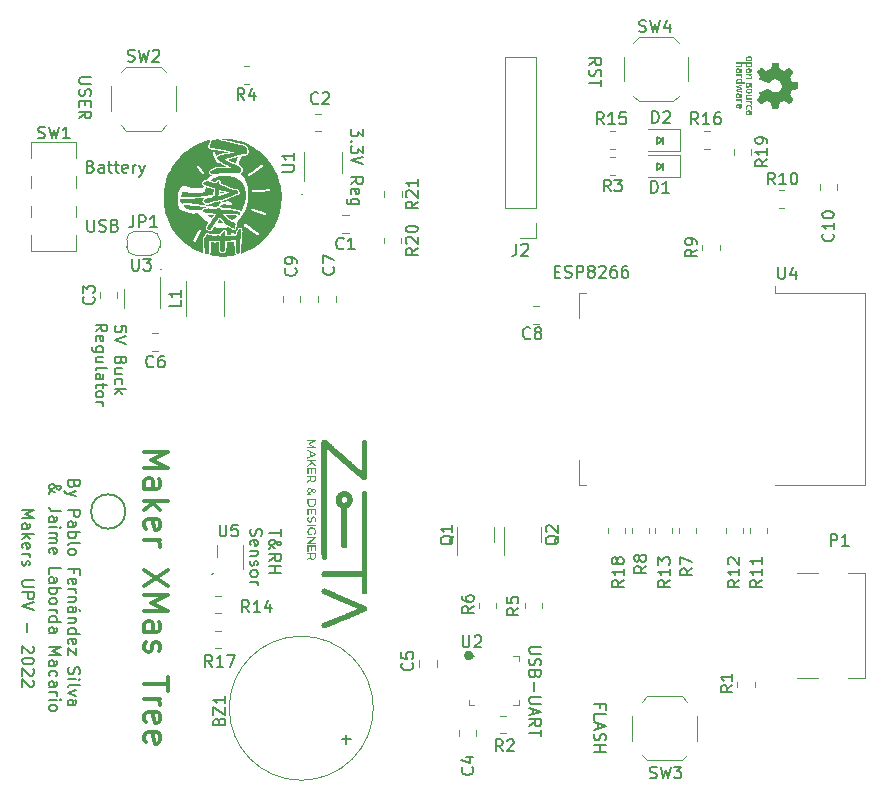
<source format=gto>
%TF.GenerationSoftware,KiCad,Pcbnew,(6.0.6)*%
%TF.CreationDate,2022-12-01T22:03:14+01:00*%
%TF.ProjectId,Arbolito,4172626f-6c69-4746-9f2e-6b696361645f,rev?*%
%TF.SameCoordinates,Original*%
%TF.FileFunction,Legend,Top*%
%TF.FilePolarity,Positive*%
%FSLAX46Y46*%
G04 Gerber Fmt 4.6, Leading zero omitted, Abs format (unit mm)*
G04 Created by KiCad (PCBNEW (6.0.6)) date 2022-12-01 22:03:14*
%MOMM*%
%LPD*%
G01*
G04 APERTURE LIST*
%ADD10C,0.150000*%
%ADD11C,0.300000*%
%ADD12C,0.120000*%
G04 APERTURE END LIST*
D10*
X144734165Y-116540000D02*
G75*
G03*
X144734165Y-116540000I-194165J0D01*
G01*
X160450000Y-73200000D02*
X160950000Y-72900000D01*
X115453444Y-104346556D02*
G75*
G03*
X115453444Y-104346556I-1453444J0D01*
G01*
X118500000Y-83850000D02*
G75*
G03*
X118500000Y-83850000I-50000J0D01*
G01*
X122850000Y-109600000D02*
G75*
G03*
X122850000Y-109600000I-50000J0D01*
G01*
X144624853Y-116540000D02*
G75*
G03*
X144624853Y-116540000I-84853J0D01*
G01*
X160950000Y-75100000D02*
X160450000Y-74850000D01*
X130400000Y-77500000D02*
G75*
G03*
X130400000Y-77500000I-50000J0D01*
G01*
X160950000Y-74800000D02*
X160950000Y-75400000D01*
X160450000Y-74850000D02*
X160450000Y-75400000D01*
X144874215Y-116540000D02*
G75*
G03*
X144874215Y-116540000I-334215J0D01*
G01*
X160950000Y-72600000D02*
X160950000Y-73200000D01*
X160450000Y-72650000D02*
X160450000Y-73200000D01*
X160950000Y-72900000D02*
X160450000Y-72650000D01*
X160450000Y-75400000D02*
X160950000Y-75100000D01*
X128632619Y-105840476D02*
X128632619Y-106411904D01*
X127632619Y-106126190D02*
X128632619Y-106126190D01*
X127632619Y-107554761D02*
X127632619Y-107507142D01*
X127680238Y-107411904D01*
X127823095Y-107269047D01*
X128108809Y-107030952D01*
X128251666Y-106935714D01*
X128394523Y-106888095D01*
X128489761Y-106888095D01*
X128585000Y-106935714D01*
X128632619Y-107030952D01*
X128632619Y-107078571D01*
X128585000Y-107173809D01*
X128489761Y-107221428D01*
X128442142Y-107221428D01*
X128346904Y-107173809D01*
X128299285Y-107126190D01*
X128108809Y-106840476D01*
X128061190Y-106792857D01*
X127965952Y-106745238D01*
X127823095Y-106745238D01*
X127727857Y-106792857D01*
X127680238Y-106840476D01*
X127632619Y-106935714D01*
X127632619Y-107078571D01*
X127680238Y-107173809D01*
X127727857Y-107221428D01*
X127918333Y-107364285D01*
X128061190Y-107411904D01*
X128156428Y-107411904D01*
X127632619Y-108554761D02*
X128108809Y-108221428D01*
X127632619Y-107983333D02*
X128632619Y-107983333D01*
X128632619Y-108364285D01*
X128585000Y-108459523D01*
X128537380Y-108507142D01*
X128442142Y-108554761D01*
X128299285Y-108554761D01*
X128204047Y-108507142D01*
X128156428Y-108459523D01*
X128108809Y-108364285D01*
X128108809Y-107983333D01*
X127632619Y-108983333D02*
X128632619Y-108983333D01*
X128156428Y-108983333D02*
X128156428Y-109554761D01*
X127632619Y-109554761D02*
X128632619Y-109554761D01*
X126070238Y-105816666D02*
X126022619Y-105959523D01*
X126022619Y-106197619D01*
X126070238Y-106292857D01*
X126117857Y-106340476D01*
X126213095Y-106388095D01*
X126308333Y-106388095D01*
X126403571Y-106340476D01*
X126451190Y-106292857D01*
X126498809Y-106197619D01*
X126546428Y-106007142D01*
X126594047Y-105911904D01*
X126641666Y-105864285D01*
X126736904Y-105816666D01*
X126832142Y-105816666D01*
X126927380Y-105864285D01*
X126975000Y-105911904D01*
X127022619Y-106007142D01*
X127022619Y-106245238D01*
X126975000Y-106388095D01*
X126070238Y-107197619D02*
X126022619Y-107102380D01*
X126022619Y-106911904D01*
X126070238Y-106816666D01*
X126165476Y-106769047D01*
X126546428Y-106769047D01*
X126641666Y-106816666D01*
X126689285Y-106911904D01*
X126689285Y-107102380D01*
X126641666Y-107197619D01*
X126546428Y-107245238D01*
X126451190Y-107245238D01*
X126355952Y-106769047D01*
X126689285Y-107673809D02*
X126022619Y-107673809D01*
X126594047Y-107673809D02*
X126641666Y-107721428D01*
X126689285Y-107816666D01*
X126689285Y-107959523D01*
X126641666Y-108054761D01*
X126546428Y-108102380D01*
X126022619Y-108102380D01*
X126070238Y-108530952D02*
X126022619Y-108626190D01*
X126022619Y-108816666D01*
X126070238Y-108911904D01*
X126165476Y-108959523D01*
X126213095Y-108959523D01*
X126308333Y-108911904D01*
X126355952Y-108816666D01*
X126355952Y-108673809D01*
X126403571Y-108578571D01*
X126498809Y-108530952D01*
X126546428Y-108530952D01*
X126641666Y-108578571D01*
X126689285Y-108673809D01*
X126689285Y-108816666D01*
X126641666Y-108911904D01*
X126022619Y-109530952D02*
X126070238Y-109435714D01*
X126117857Y-109388095D01*
X126213095Y-109340476D01*
X126498809Y-109340476D01*
X126594047Y-109388095D01*
X126641666Y-109435714D01*
X126689285Y-109530952D01*
X126689285Y-109673809D01*
X126641666Y-109769047D01*
X126594047Y-109816666D01*
X126498809Y-109864285D01*
X126213095Y-109864285D01*
X126117857Y-109816666D01*
X126070238Y-109769047D01*
X126022619Y-109673809D01*
X126022619Y-109530952D01*
X126022619Y-110292857D02*
X126689285Y-110292857D01*
X126498809Y-110292857D02*
X126594047Y-110340476D01*
X126641666Y-110388095D01*
X126689285Y-110483333D01*
X126689285Y-110578571D01*
X115542619Y-89141904D02*
X115542619Y-88665714D01*
X115066428Y-88618095D01*
X115114047Y-88665714D01*
X115161666Y-88760952D01*
X115161666Y-88999047D01*
X115114047Y-89094285D01*
X115066428Y-89141904D01*
X114971190Y-89189523D01*
X114733095Y-89189523D01*
X114637857Y-89141904D01*
X114590238Y-89094285D01*
X114542619Y-88999047D01*
X114542619Y-88760952D01*
X114590238Y-88665714D01*
X114637857Y-88618095D01*
X115542619Y-89475238D02*
X114542619Y-89808571D01*
X115542619Y-90141904D01*
X115066428Y-91570476D02*
X115018809Y-91713333D01*
X114971190Y-91760952D01*
X114875952Y-91808571D01*
X114733095Y-91808571D01*
X114637857Y-91760952D01*
X114590238Y-91713333D01*
X114542619Y-91618095D01*
X114542619Y-91237142D01*
X115542619Y-91237142D01*
X115542619Y-91570476D01*
X115495000Y-91665714D01*
X115447380Y-91713333D01*
X115352142Y-91760952D01*
X115256904Y-91760952D01*
X115161666Y-91713333D01*
X115114047Y-91665714D01*
X115066428Y-91570476D01*
X115066428Y-91237142D01*
X115209285Y-92665714D02*
X114542619Y-92665714D01*
X115209285Y-92237142D02*
X114685476Y-92237142D01*
X114590238Y-92284761D01*
X114542619Y-92380000D01*
X114542619Y-92522857D01*
X114590238Y-92618095D01*
X114637857Y-92665714D01*
X114590238Y-93570476D02*
X114542619Y-93475238D01*
X114542619Y-93284761D01*
X114590238Y-93189523D01*
X114637857Y-93141904D01*
X114733095Y-93094285D01*
X115018809Y-93094285D01*
X115114047Y-93141904D01*
X115161666Y-93189523D01*
X115209285Y-93284761D01*
X115209285Y-93475238D01*
X115161666Y-93570476D01*
X114542619Y-93999047D02*
X115542619Y-93999047D01*
X114923571Y-94094285D02*
X114542619Y-94380000D01*
X115209285Y-94380000D02*
X114828333Y-93999047D01*
X112932619Y-89094285D02*
X113408809Y-88760952D01*
X112932619Y-88522857D02*
X113932619Y-88522857D01*
X113932619Y-88903809D01*
X113885000Y-88999047D01*
X113837380Y-89046666D01*
X113742142Y-89094285D01*
X113599285Y-89094285D01*
X113504047Y-89046666D01*
X113456428Y-88999047D01*
X113408809Y-88903809D01*
X113408809Y-88522857D01*
X112980238Y-89903809D02*
X112932619Y-89808571D01*
X112932619Y-89618095D01*
X112980238Y-89522857D01*
X113075476Y-89475238D01*
X113456428Y-89475238D01*
X113551666Y-89522857D01*
X113599285Y-89618095D01*
X113599285Y-89808571D01*
X113551666Y-89903809D01*
X113456428Y-89951428D01*
X113361190Y-89951428D01*
X113265952Y-89475238D01*
X113599285Y-90808571D02*
X112789761Y-90808571D01*
X112694523Y-90760952D01*
X112646904Y-90713333D01*
X112599285Y-90618095D01*
X112599285Y-90475238D01*
X112646904Y-90380000D01*
X112980238Y-90808571D02*
X112932619Y-90713333D01*
X112932619Y-90522857D01*
X112980238Y-90427619D01*
X113027857Y-90380000D01*
X113123095Y-90332380D01*
X113408809Y-90332380D01*
X113504047Y-90380000D01*
X113551666Y-90427619D01*
X113599285Y-90522857D01*
X113599285Y-90713333D01*
X113551666Y-90808571D01*
X113599285Y-91713333D02*
X112932619Y-91713333D01*
X113599285Y-91284761D02*
X113075476Y-91284761D01*
X112980238Y-91332380D01*
X112932619Y-91427619D01*
X112932619Y-91570476D01*
X112980238Y-91665714D01*
X113027857Y-91713333D01*
X112932619Y-92332380D02*
X112980238Y-92237142D01*
X113075476Y-92189523D01*
X113932619Y-92189523D01*
X112932619Y-93141904D02*
X113456428Y-93141904D01*
X113551666Y-93094285D01*
X113599285Y-92999047D01*
X113599285Y-92808571D01*
X113551666Y-92713333D01*
X112980238Y-93141904D02*
X112932619Y-93046666D01*
X112932619Y-92808571D01*
X112980238Y-92713333D01*
X113075476Y-92665714D01*
X113170714Y-92665714D01*
X113265952Y-92713333D01*
X113313571Y-92808571D01*
X113313571Y-93046666D01*
X113361190Y-93141904D01*
X113599285Y-93475238D02*
X113599285Y-93856190D01*
X113932619Y-93618095D02*
X113075476Y-93618095D01*
X112980238Y-93665714D01*
X112932619Y-93760952D01*
X112932619Y-93856190D01*
X112932619Y-94332380D02*
X112980238Y-94237142D01*
X113027857Y-94189523D01*
X113123095Y-94141904D01*
X113408809Y-94141904D01*
X113504047Y-94189523D01*
X113551666Y-94237142D01*
X113599285Y-94332380D01*
X113599285Y-94475238D01*
X113551666Y-94570476D01*
X113504047Y-94618095D01*
X113408809Y-94665714D01*
X113123095Y-94665714D01*
X113027857Y-94618095D01*
X112980238Y-94570476D01*
X112932619Y-94475238D01*
X112932619Y-94332380D01*
X112932619Y-95094285D02*
X113599285Y-95094285D01*
X113408809Y-95094285D02*
X113504047Y-95141904D01*
X113551666Y-95189523D01*
X113599285Y-95284761D01*
X113599285Y-95380000D01*
X154747619Y-66552380D02*
X155223809Y-66219047D01*
X154747619Y-65980952D02*
X155747619Y-65980952D01*
X155747619Y-66361904D01*
X155700000Y-66457142D01*
X155652380Y-66504761D01*
X155557142Y-66552380D01*
X155414285Y-66552380D01*
X155319047Y-66504761D01*
X155271428Y-66457142D01*
X155223809Y-66361904D01*
X155223809Y-65980952D01*
X154795238Y-66933333D02*
X154747619Y-67076190D01*
X154747619Y-67314285D01*
X154795238Y-67409523D01*
X154842857Y-67457142D01*
X154938095Y-67504761D01*
X155033333Y-67504761D01*
X155128571Y-67457142D01*
X155176190Y-67409523D01*
X155223809Y-67314285D01*
X155271428Y-67123809D01*
X155319047Y-67028571D01*
X155366666Y-66980952D01*
X155461904Y-66933333D01*
X155557142Y-66933333D01*
X155652380Y-66980952D01*
X155700000Y-67028571D01*
X155747619Y-67123809D01*
X155747619Y-67361904D01*
X155700000Y-67504761D01*
X155747619Y-67790476D02*
X155747619Y-68361904D01*
X154747619Y-68076190D02*
X155747619Y-68076190D01*
X111126428Y-102028571D02*
X111078809Y-102171428D01*
X111031190Y-102219047D01*
X110935952Y-102266666D01*
X110793095Y-102266666D01*
X110697857Y-102219047D01*
X110650238Y-102171428D01*
X110602619Y-102076190D01*
X110602619Y-101695238D01*
X111602619Y-101695238D01*
X111602619Y-102028571D01*
X111555000Y-102123809D01*
X111507380Y-102171428D01*
X111412142Y-102219047D01*
X111316904Y-102219047D01*
X111221666Y-102171428D01*
X111174047Y-102123809D01*
X111126428Y-102028571D01*
X111126428Y-101695238D01*
X111269285Y-102600000D02*
X110602619Y-102838095D01*
X111269285Y-103076190D02*
X110602619Y-102838095D01*
X110364523Y-102742857D01*
X110316904Y-102695238D01*
X110269285Y-102600000D01*
X110602619Y-104219047D02*
X111602619Y-104219047D01*
X111602619Y-104600000D01*
X111555000Y-104695238D01*
X111507380Y-104742857D01*
X111412142Y-104790476D01*
X111269285Y-104790476D01*
X111174047Y-104742857D01*
X111126428Y-104695238D01*
X111078809Y-104600000D01*
X111078809Y-104219047D01*
X110602619Y-105647619D02*
X111126428Y-105647619D01*
X111221666Y-105600000D01*
X111269285Y-105504761D01*
X111269285Y-105314285D01*
X111221666Y-105219047D01*
X110650238Y-105647619D02*
X110602619Y-105552380D01*
X110602619Y-105314285D01*
X110650238Y-105219047D01*
X110745476Y-105171428D01*
X110840714Y-105171428D01*
X110935952Y-105219047D01*
X110983571Y-105314285D01*
X110983571Y-105552380D01*
X111031190Y-105647619D01*
X110602619Y-106123809D02*
X111602619Y-106123809D01*
X111221666Y-106123809D02*
X111269285Y-106219047D01*
X111269285Y-106409523D01*
X111221666Y-106504761D01*
X111174047Y-106552380D01*
X111078809Y-106600000D01*
X110793095Y-106600000D01*
X110697857Y-106552380D01*
X110650238Y-106504761D01*
X110602619Y-106409523D01*
X110602619Y-106219047D01*
X110650238Y-106123809D01*
X110602619Y-107171428D02*
X110650238Y-107076190D01*
X110745476Y-107028571D01*
X111602619Y-107028571D01*
X110602619Y-107695238D02*
X110650238Y-107600000D01*
X110697857Y-107552380D01*
X110793095Y-107504761D01*
X111078809Y-107504761D01*
X111174047Y-107552380D01*
X111221666Y-107600000D01*
X111269285Y-107695238D01*
X111269285Y-107838095D01*
X111221666Y-107933333D01*
X111174047Y-107980952D01*
X111078809Y-108028571D01*
X110793095Y-108028571D01*
X110697857Y-107980952D01*
X110650238Y-107933333D01*
X110602619Y-107838095D01*
X110602619Y-107695238D01*
X111126428Y-109552380D02*
X111126428Y-109219047D01*
X110602619Y-109219047D02*
X111602619Y-109219047D01*
X111602619Y-109695238D01*
X110650238Y-110457142D02*
X110602619Y-110361904D01*
X110602619Y-110171428D01*
X110650238Y-110076190D01*
X110745476Y-110028571D01*
X111126428Y-110028571D01*
X111221666Y-110076190D01*
X111269285Y-110171428D01*
X111269285Y-110361904D01*
X111221666Y-110457142D01*
X111126428Y-110504761D01*
X111031190Y-110504761D01*
X110935952Y-110028571D01*
X110602619Y-110933333D02*
X111269285Y-110933333D01*
X111078809Y-110933333D02*
X111174047Y-110980952D01*
X111221666Y-111028571D01*
X111269285Y-111123809D01*
X111269285Y-111219047D01*
X111269285Y-111552380D02*
X110602619Y-111552380D01*
X111174047Y-111552380D02*
X111221666Y-111600000D01*
X111269285Y-111695238D01*
X111269285Y-111838095D01*
X111221666Y-111933333D01*
X111126428Y-111980952D01*
X110602619Y-111980952D01*
X110602619Y-112885714D02*
X111126428Y-112885714D01*
X111221666Y-112838095D01*
X111269285Y-112742857D01*
X111269285Y-112552380D01*
X111221666Y-112457142D01*
X110650238Y-112885714D02*
X110602619Y-112790476D01*
X110602619Y-112552380D01*
X110650238Y-112457142D01*
X110745476Y-112409523D01*
X110840714Y-112409523D01*
X110935952Y-112457142D01*
X110983571Y-112552380D01*
X110983571Y-112790476D01*
X111031190Y-112885714D01*
X111650238Y-112742857D02*
X111507380Y-112600000D01*
X111269285Y-113361904D02*
X110602619Y-113361904D01*
X111174047Y-113361904D02*
X111221666Y-113409523D01*
X111269285Y-113504761D01*
X111269285Y-113647619D01*
X111221666Y-113742857D01*
X111126428Y-113790476D01*
X110602619Y-113790476D01*
X110602619Y-114695238D02*
X111602619Y-114695238D01*
X110650238Y-114695238D02*
X110602619Y-114600000D01*
X110602619Y-114409523D01*
X110650238Y-114314285D01*
X110697857Y-114266666D01*
X110793095Y-114219047D01*
X111078809Y-114219047D01*
X111174047Y-114266666D01*
X111221666Y-114314285D01*
X111269285Y-114409523D01*
X111269285Y-114600000D01*
X111221666Y-114695238D01*
X110650238Y-115552380D02*
X110602619Y-115457142D01*
X110602619Y-115266666D01*
X110650238Y-115171428D01*
X110745476Y-115123809D01*
X111126428Y-115123809D01*
X111221666Y-115171428D01*
X111269285Y-115266666D01*
X111269285Y-115457142D01*
X111221666Y-115552380D01*
X111126428Y-115600000D01*
X111031190Y-115600000D01*
X110935952Y-115123809D01*
X111269285Y-115933333D02*
X111269285Y-116457142D01*
X110602619Y-115933333D01*
X110602619Y-116457142D01*
X110650238Y-117552380D02*
X110602619Y-117695238D01*
X110602619Y-117933333D01*
X110650238Y-118028571D01*
X110697857Y-118076190D01*
X110793095Y-118123809D01*
X110888333Y-118123809D01*
X110983571Y-118076190D01*
X111031190Y-118028571D01*
X111078809Y-117933333D01*
X111126428Y-117742857D01*
X111174047Y-117647619D01*
X111221666Y-117600000D01*
X111316904Y-117552380D01*
X111412142Y-117552380D01*
X111507380Y-117600000D01*
X111555000Y-117647619D01*
X111602619Y-117742857D01*
X111602619Y-117980952D01*
X111555000Y-118123809D01*
X110602619Y-118552380D02*
X111269285Y-118552380D01*
X111602619Y-118552380D02*
X111555000Y-118504761D01*
X111507380Y-118552380D01*
X111555000Y-118600000D01*
X111602619Y-118552380D01*
X111507380Y-118552380D01*
X110602619Y-119171428D02*
X110650238Y-119076190D01*
X110745476Y-119028571D01*
X111602619Y-119028571D01*
X111269285Y-119457142D02*
X110602619Y-119695238D01*
X111269285Y-119933333D01*
X110602619Y-120742857D02*
X111126428Y-120742857D01*
X111221666Y-120695238D01*
X111269285Y-120599999D01*
X111269285Y-120409523D01*
X111221666Y-120314285D01*
X110650238Y-120742857D02*
X110602619Y-120647619D01*
X110602619Y-120409523D01*
X110650238Y-120314285D01*
X110745476Y-120266666D01*
X110840714Y-120266666D01*
X110935952Y-120314285D01*
X110983571Y-120409523D01*
X110983571Y-120647619D01*
X111031190Y-120742857D01*
X108992619Y-102838095D02*
X108992619Y-102790476D01*
X109040238Y-102695238D01*
X109183095Y-102552380D01*
X109468809Y-102314285D01*
X109611666Y-102219047D01*
X109754523Y-102171428D01*
X109849761Y-102171428D01*
X109945000Y-102219047D01*
X109992619Y-102314285D01*
X109992619Y-102361904D01*
X109945000Y-102457142D01*
X109849761Y-102504761D01*
X109802142Y-102504761D01*
X109706904Y-102457142D01*
X109659285Y-102409523D01*
X109468809Y-102123809D01*
X109421190Y-102076190D01*
X109325952Y-102028571D01*
X109183095Y-102028571D01*
X109087857Y-102076190D01*
X109040238Y-102123809D01*
X108992619Y-102219047D01*
X108992619Y-102361904D01*
X109040238Y-102457142D01*
X109087857Y-102504761D01*
X109278333Y-102647619D01*
X109421190Y-102695238D01*
X109516428Y-102695238D01*
X109992619Y-104314285D02*
X109278333Y-104314285D01*
X109135476Y-104266666D01*
X109040238Y-104171428D01*
X108992619Y-104028571D01*
X108992619Y-103933333D01*
X108992619Y-105219047D02*
X109516428Y-105219047D01*
X109611666Y-105171428D01*
X109659285Y-105076190D01*
X109659285Y-104885714D01*
X109611666Y-104790476D01*
X109040238Y-105219047D02*
X108992619Y-105123809D01*
X108992619Y-104885714D01*
X109040238Y-104790476D01*
X109135476Y-104742857D01*
X109230714Y-104742857D01*
X109325952Y-104790476D01*
X109373571Y-104885714D01*
X109373571Y-105123809D01*
X109421190Y-105219047D01*
X108992619Y-105695238D02*
X109659285Y-105695238D01*
X109992619Y-105695238D02*
X109945000Y-105647619D01*
X109897380Y-105695238D01*
X109945000Y-105742857D01*
X109992619Y-105695238D01*
X109897380Y-105695238D01*
X108992619Y-106171428D02*
X109659285Y-106171428D01*
X109564047Y-106171428D02*
X109611666Y-106219047D01*
X109659285Y-106314285D01*
X109659285Y-106457142D01*
X109611666Y-106552380D01*
X109516428Y-106600000D01*
X108992619Y-106600000D01*
X109516428Y-106600000D02*
X109611666Y-106647619D01*
X109659285Y-106742857D01*
X109659285Y-106885714D01*
X109611666Y-106980952D01*
X109516428Y-107028571D01*
X108992619Y-107028571D01*
X109040238Y-107885714D02*
X108992619Y-107790476D01*
X108992619Y-107600000D01*
X109040238Y-107504761D01*
X109135476Y-107457142D01*
X109516428Y-107457142D01*
X109611666Y-107504761D01*
X109659285Y-107600000D01*
X109659285Y-107790476D01*
X109611666Y-107885714D01*
X109516428Y-107933333D01*
X109421190Y-107933333D01*
X109325952Y-107457142D01*
X108992619Y-109600000D02*
X108992619Y-109123809D01*
X109992619Y-109123809D01*
X108992619Y-110361904D02*
X109516428Y-110361904D01*
X109611666Y-110314285D01*
X109659285Y-110219047D01*
X109659285Y-110028571D01*
X109611666Y-109933333D01*
X109040238Y-110361904D02*
X108992619Y-110266666D01*
X108992619Y-110028571D01*
X109040238Y-109933333D01*
X109135476Y-109885714D01*
X109230714Y-109885714D01*
X109325952Y-109933333D01*
X109373571Y-110028571D01*
X109373571Y-110266666D01*
X109421190Y-110361904D01*
X108992619Y-110838095D02*
X109992619Y-110838095D01*
X109611666Y-110838095D02*
X109659285Y-110933333D01*
X109659285Y-111123809D01*
X109611666Y-111219047D01*
X109564047Y-111266666D01*
X109468809Y-111314285D01*
X109183095Y-111314285D01*
X109087857Y-111266666D01*
X109040238Y-111219047D01*
X108992619Y-111123809D01*
X108992619Y-110933333D01*
X109040238Y-110838095D01*
X108992619Y-111885714D02*
X109040238Y-111790476D01*
X109087857Y-111742857D01*
X109183095Y-111695238D01*
X109468809Y-111695238D01*
X109564047Y-111742857D01*
X109611666Y-111790476D01*
X109659285Y-111885714D01*
X109659285Y-112028571D01*
X109611666Y-112123809D01*
X109564047Y-112171428D01*
X109468809Y-112219047D01*
X109183095Y-112219047D01*
X109087857Y-112171428D01*
X109040238Y-112123809D01*
X108992619Y-112028571D01*
X108992619Y-111885714D01*
X108992619Y-112647619D02*
X109659285Y-112647619D01*
X109468809Y-112647619D02*
X109564047Y-112695238D01*
X109611666Y-112742857D01*
X109659285Y-112838095D01*
X109659285Y-112933333D01*
X108992619Y-113695238D02*
X109992619Y-113695238D01*
X109040238Y-113695238D02*
X108992619Y-113600000D01*
X108992619Y-113409523D01*
X109040238Y-113314285D01*
X109087857Y-113266666D01*
X109183095Y-113219047D01*
X109468809Y-113219047D01*
X109564047Y-113266666D01*
X109611666Y-113314285D01*
X109659285Y-113409523D01*
X109659285Y-113600000D01*
X109611666Y-113695238D01*
X108992619Y-114600000D02*
X109516428Y-114600000D01*
X109611666Y-114552380D01*
X109659285Y-114457142D01*
X109659285Y-114266666D01*
X109611666Y-114171428D01*
X109040238Y-114600000D02*
X108992619Y-114504761D01*
X108992619Y-114266666D01*
X109040238Y-114171428D01*
X109135476Y-114123809D01*
X109230714Y-114123809D01*
X109325952Y-114171428D01*
X109373571Y-114266666D01*
X109373571Y-114504761D01*
X109421190Y-114600000D01*
X108992619Y-115838095D02*
X109992619Y-115838095D01*
X109278333Y-116171428D01*
X109992619Y-116504761D01*
X108992619Y-116504761D01*
X108992619Y-117409523D02*
X109516428Y-117409523D01*
X109611666Y-117361904D01*
X109659285Y-117266666D01*
X109659285Y-117076190D01*
X109611666Y-116980952D01*
X109040238Y-117409523D02*
X108992619Y-117314285D01*
X108992619Y-117076190D01*
X109040238Y-116980952D01*
X109135476Y-116933333D01*
X109230714Y-116933333D01*
X109325952Y-116980952D01*
X109373571Y-117076190D01*
X109373571Y-117314285D01*
X109421190Y-117409523D01*
X109040238Y-118314285D02*
X108992619Y-118219047D01*
X108992619Y-118028571D01*
X109040238Y-117933333D01*
X109087857Y-117885714D01*
X109183095Y-117838095D01*
X109468809Y-117838095D01*
X109564047Y-117885714D01*
X109611666Y-117933333D01*
X109659285Y-118028571D01*
X109659285Y-118219047D01*
X109611666Y-118314285D01*
X108992619Y-119171428D02*
X109516428Y-119171428D01*
X109611666Y-119123809D01*
X109659285Y-119028571D01*
X109659285Y-118838095D01*
X109611666Y-118742857D01*
X109040238Y-119171428D02*
X108992619Y-119076190D01*
X108992619Y-118838095D01*
X109040238Y-118742857D01*
X109135476Y-118695238D01*
X109230714Y-118695238D01*
X109325952Y-118742857D01*
X109373571Y-118838095D01*
X109373571Y-119076190D01*
X109421190Y-119171428D01*
X108992619Y-119647619D02*
X109659285Y-119647619D01*
X109468809Y-119647619D02*
X109564047Y-119695238D01*
X109611666Y-119742857D01*
X109659285Y-119838095D01*
X109659285Y-119933333D01*
X108992619Y-120266666D02*
X109659285Y-120266666D01*
X109992619Y-120266666D02*
X109945000Y-120219047D01*
X109897380Y-120266666D01*
X109945000Y-120314285D01*
X109992619Y-120266666D01*
X109897380Y-120266666D01*
X108992619Y-120885714D02*
X109040238Y-120790476D01*
X109087857Y-120742857D01*
X109183095Y-120695238D01*
X109468809Y-120695238D01*
X109564047Y-120742857D01*
X109611666Y-120790476D01*
X109659285Y-120885714D01*
X109659285Y-121028571D01*
X109611666Y-121123809D01*
X109564047Y-121171428D01*
X109468809Y-121219047D01*
X109183095Y-121219047D01*
X109087857Y-121171428D01*
X109040238Y-121123809D01*
X108992619Y-121028571D01*
X108992619Y-120885714D01*
X155671428Y-121009523D02*
X155671428Y-120676190D01*
X155147619Y-120676190D02*
X156147619Y-120676190D01*
X156147619Y-121152380D01*
X155147619Y-122009523D02*
X155147619Y-121533333D01*
X156147619Y-121533333D01*
X155433333Y-122295238D02*
X155433333Y-122771428D01*
X155147619Y-122200000D02*
X156147619Y-122533333D01*
X155147619Y-122866666D01*
X155195238Y-123152380D02*
X155147619Y-123295238D01*
X155147619Y-123533333D01*
X155195238Y-123628571D01*
X155242857Y-123676190D01*
X155338095Y-123723809D01*
X155433333Y-123723809D01*
X155528571Y-123676190D01*
X155576190Y-123628571D01*
X155623809Y-123533333D01*
X155671428Y-123342857D01*
X155719047Y-123247619D01*
X155766666Y-123200000D01*
X155861904Y-123152380D01*
X155957142Y-123152380D01*
X156052380Y-123200000D01*
X156100000Y-123247619D01*
X156147619Y-123342857D01*
X156147619Y-123580952D01*
X156100000Y-123723809D01*
X155147619Y-124152380D02*
X156147619Y-124152380D01*
X155671428Y-124152380D02*
X155671428Y-124723809D01*
X155147619Y-124723809D02*
X156147619Y-124723809D01*
X112528571Y-75128571D02*
X112671428Y-75176190D01*
X112719047Y-75223809D01*
X112766666Y-75319047D01*
X112766666Y-75461904D01*
X112719047Y-75557142D01*
X112671428Y-75604761D01*
X112576190Y-75652380D01*
X112195238Y-75652380D01*
X112195238Y-74652380D01*
X112528571Y-74652380D01*
X112623809Y-74700000D01*
X112671428Y-74747619D01*
X112719047Y-74842857D01*
X112719047Y-74938095D01*
X112671428Y-75033333D01*
X112623809Y-75080952D01*
X112528571Y-75128571D01*
X112195238Y-75128571D01*
X113623809Y-75652380D02*
X113623809Y-75128571D01*
X113576190Y-75033333D01*
X113480952Y-74985714D01*
X113290476Y-74985714D01*
X113195238Y-75033333D01*
X113623809Y-75604761D02*
X113528571Y-75652380D01*
X113290476Y-75652380D01*
X113195238Y-75604761D01*
X113147619Y-75509523D01*
X113147619Y-75414285D01*
X113195238Y-75319047D01*
X113290476Y-75271428D01*
X113528571Y-75271428D01*
X113623809Y-75223809D01*
X113957142Y-74985714D02*
X114338095Y-74985714D01*
X114100000Y-74652380D02*
X114100000Y-75509523D01*
X114147619Y-75604761D01*
X114242857Y-75652380D01*
X114338095Y-75652380D01*
X114528571Y-74985714D02*
X114909523Y-74985714D01*
X114671428Y-74652380D02*
X114671428Y-75509523D01*
X114719047Y-75604761D01*
X114814285Y-75652380D01*
X114909523Y-75652380D01*
X115623809Y-75604761D02*
X115528571Y-75652380D01*
X115338095Y-75652380D01*
X115242857Y-75604761D01*
X115195238Y-75509523D01*
X115195238Y-75128571D01*
X115242857Y-75033333D01*
X115338095Y-74985714D01*
X115528571Y-74985714D01*
X115623809Y-75033333D01*
X115671428Y-75128571D01*
X115671428Y-75223809D01*
X115195238Y-75319047D01*
X116100000Y-75652380D02*
X116100000Y-74985714D01*
X116100000Y-75176190D02*
X116147619Y-75080952D01*
X116195238Y-75033333D01*
X116290476Y-74985714D01*
X116385714Y-74985714D01*
X116623809Y-74985714D02*
X116861904Y-75652380D01*
X117100000Y-74985714D02*
X116861904Y-75652380D01*
X116766666Y-75890476D01*
X116719047Y-75938095D01*
X116623809Y-75985714D01*
X135547619Y-71961904D02*
X135547619Y-72580952D01*
X135166666Y-72247619D01*
X135166666Y-72390476D01*
X135119047Y-72485714D01*
X135071428Y-72533333D01*
X134976190Y-72580952D01*
X134738095Y-72580952D01*
X134642857Y-72533333D01*
X134595238Y-72485714D01*
X134547619Y-72390476D01*
X134547619Y-72104761D01*
X134595238Y-72009523D01*
X134642857Y-71961904D01*
X134642857Y-73009523D02*
X134595238Y-73057142D01*
X134547619Y-73009523D01*
X134595238Y-72961904D01*
X134642857Y-73009523D01*
X134547619Y-73009523D01*
X135547619Y-73390476D02*
X135547619Y-74009523D01*
X135166666Y-73676190D01*
X135166666Y-73819047D01*
X135119047Y-73914285D01*
X135071428Y-73961904D01*
X134976190Y-74009523D01*
X134738095Y-74009523D01*
X134642857Y-73961904D01*
X134595238Y-73914285D01*
X134547619Y-73819047D01*
X134547619Y-73533333D01*
X134595238Y-73438095D01*
X134642857Y-73390476D01*
X135547619Y-74295238D02*
X134547619Y-74628571D01*
X135547619Y-74961904D01*
X134547619Y-76628571D02*
X135023809Y-76295238D01*
X134547619Y-76057142D02*
X135547619Y-76057142D01*
X135547619Y-76438095D01*
X135500000Y-76533333D01*
X135452380Y-76580952D01*
X135357142Y-76628571D01*
X135214285Y-76628571D01*
X135119047Y-76580952D01*
X135071428Y-76533333D01*
X135023809Y-76438095D01*
X135023809Y-76057142D01*
X134595238Y-77438095D02*
X134547619Y-77342857D01*
X134547619Y-77152380D01*
X134595238Y-77057142D01*
X134690476Y-77009523D01*
X135071428Y-77009523D01*
X135166666Y-77057142D01*
X135214285Y-77152380D01*
X135214285Y-77342857D01*
X135166666Y-77438095D01*
X135071428Y-77485714D01*
X134976190Y-77485714D01*
X134880952Y-77009523D01*
X135214285Y-78342857D02*
X134404761Y-78342857D01*
X134309523Y-78295238D01*
X134261904Y-78247619D01*
X134214285Y-78152380D01*
X134214285Y-78009523D01*
X134261904Y-77914285D01*
X134595238Y-78342857D02*
X134547619Y-78247619D01*
X134547619Y-78057142D01*
X134595238Y-77961904D01*
X134642857Y-77914285D01*
X134738095Y-77866666D01*
X135023809Y-77866666D01*
X135119047Y-77914285D01*
X135166666Y-77961904D01*
X135214285Y-78057142D01*
X135214285Y-78247619D01*
X135166666Y-78342857D01*
X112238095Y-79652380D02*
X112238095Y-80461904D01*
X112285714Y-80557142D01*
X112333333Y-80604761D01*
X112428571Y-80652380D01*
X112619047Y-80652380D01*
X112714285Y-80604761D01*
X112761904Y-80557142D01*
X112809523Y-80461904D01*
X112809523Y-79652380D01*
X113238095Y-80604761D02*
X113380952Y-80652380D01*
X113619047Y-80652380D01*
X113714285Y-80604761D01*
X113761904Y-80557142D01*
X113809523Y-80461904D01*
X113809523Y-80366666D01*
X113761904Y-80271428D01*
X113714285Y-80223809D01*
X113619047Y-80176190D01*
X113428571Y-80128571D01*
X113333333Y-80080952D01*
X113285714Y-80033333D01*
X113238095Y-79938095D01*
X113238095Y-79842857D01*
X113285714Y-79747619D01*
X113333333Y-79700000D01*
X113428571Y-79652380D01*
X113666666Y-79652380D01*
X113809523Y-79700000D01*
X114571428Y-80128571D02*
X114714285Y-80176190D01*
X114761904Y-80223809D01*
X114809523Y-80319047D01*
X114809523Y-80461904D01*
X114761904Y-80557142D01*
X114714285Y-80604761D01*
X114619047Y-80652380D01*
X114238095Y-80652380D01*
X114238095Y-79652380D01*
X114571428Y-79652380D01*
X114666666Y-79700000D01*
X114714285Y-79747619D01*
X114761904Y-79842857D01*
X114761904Y-79938095D01*
X114714285Y-80033333D01*
X114666666Y-80080952D01*
X114571428Y-80128571D01*
X114238095Y-80128571D01*
X106707619Y-104237619D02*
X107707619Y-104237619D01*
X106993333Y-104570952D01*
X107707619Y-104904285D01*
X106707619Y-104904285D01*
X106707619Y-105809047D02*
X107231428Y-105809047D01*
X107326666Y-105761428D01*
X107374285Y-105666190D01*
X107374285Y-105475714D01*
X107326666Y-105380476D01*
X106755238Y-105809047D02*
X106707619Y-105713809D01*
X106707619Y-105475714D01*
X106755238Y-105380476D01*
X106850476Y-105332857D01*
X106945714Y-105332857D01*
X107040952Y-105380476D01*
X107088571Y-105475714D01*
X107088571Y-105713809D01*
X107136190Y-105809047D01*
X106707619Y-106285238D02*
X107707619Y-106285238D01*
X107088571Y-106380476D02*
X106707619Y-106666190D01*
X107374285Y-106666190D02*
X106993333Y-106285238D01*
X106755238Y-107475714D02*
X106707619Y-107380476D01*
X106707619Y-107190000D01*
X106755238Y-107094761D01*
X106850476Y-107047142D01*
X107231428Y-107047142D01*
X107326666Y-107094761D01*
X107374285Y-107190000D01*
X107374285Y-107380476D01*
X107326666Y-107475714D01*
X107231428Y-107523333D01*
X107136190Y-107523333D01*
X107040952Y-107047142D01*
X106707619Y-107951904D02*
X107374285Y-107951904D01*
X107183809Y-107951904D02*
X107279047Y-107999523D01*
X107326666Y-108047142D01*
X107374285Y-108142380D01*
X107374285Y-108237619D01*
X106755238Y-108523333D02*
X106707619Y-108618571D01*
X106707619Y-108809047D01*
X106755238Y-108904285D01*
X106850476Y-108951904D01*
X106898095Y-108951904D01*
X106993333Y-108904285D01*
X107040952Y-108809047D01*
X107040952Y-108666190D01*
X107088571Y-108570952D01*
X107183809Y-108523333D01*
X107231428Y-108523333D01*
X107326666Y-108570952D01*
X107374285Y-108666190D01*
X107374285Y-108809047D01*
X107326666Y-108904285D01*
X107707619Y-110142380D02*
X106898095Y-110142380D01*
X106802857Y-110190000D01*
X106755238Y-110237619D01*
X106707619Y-110332857D01*
X106707619Y-110523333D01*
X106755238Y-110618571D01*
X106802857Y-110666190D01*
X106898095Y-110713809D01*
X107707619Y-110713809D01*
X106707619Y-111190000D02*
X107707619Y-111190000D01*
X107707619Y-111570952D01*
X107660000Y-111666190D01*
X107612380Y-111713809D01*
X107517142Y-111761428D01*
X107374285Y-111761428D01*
X107279047Y-111713809D01*
X107231428Y-111666190D01*
X107183809Y-111570952D01*
X107183809Y-111190000D01*
X107707619Y-112047142D02*
X106707619Y-112380476D01*
X107707619Y-112713809D01*
X107088571Y-113809047D02*
X107088571Y-114570952D01*
X107612380Y-115761428D02*
X107660000Y-115809047D01*
X107707619Y-115904285D01*
X107707619Y-116142380D01*
X107660000Y-116237619D01*
X107612380Y-116285238D01*
X107517142Y-116332857D01*
X107421904Y-116332857D01*
X107279047Y-116285238D01*
X106707619Y-115713809D01*
X106707619Y-116332857D01*
X107707619Y-116951904D02*
X107707619Y-117047142D01*
X107660000Y-117142380D01*
X107612380Y-117190000D01*
X107517142Y-117237619D01*
X107326666Y-117285238D01*
X107088571Y-117285238D01*
X106898095Y-117237619D01*
X106802857Y-117190000D01*
X106755238Y-117142380D01*
X106707619Y-117047142D01*
X106707619Y-116951904D01*
X106755238Y-116856666D01*
X106802857Y-116809047D01*
X106898095Y-116761428D01*
X107088571Y-116713809D01*
X107326666Y-116713809D01*
X107517142Y-116761428D01*
X107612380Y-116809047D01*
X107660000Y-116856666D01*
X107707619Y-116951904D01*
X107612380Y-117666190D02*
X107660000Y-117713809D01*
X107707619Y-117809047D01*
X107707619Y-118047142D01*
X107660000Y-118142380D01*
X107612380Y-118190000D01*
X107517142Y-118237619D01*
X107421904Y-118237619D01*
X107279047Y-118190000D01*
X106707619Y-117618571D01*
X106707619Y-118237619D01*
X107612380Y-118618571D02*
X107660000Y-118666190D01*
X107707619Y-118761428D01*
X107707619Y-118999523D01*
X107660000Y-119094761D01*
X107612380Y-119142380D01*
X107517142Y-119190000D01*
X107421904Y-119190000D01*
X107279047Y-119142380D01*
X106707619Y-118570952D01*
X106707619Y-119190000D01*
X150647619Y-115805714D02*
X149838095Y-115805714D01*
X149742857Y-115853333D01*
X149695238Y-115900952D01*
X149647619Y-115996190D01*
X149647619Y-116186666D01*
X149695238Y-116281904D01*
X149742857Y-116329523D01*
X149838095Y-116377142D01*
X150647619Y-116377142D01*
X149695238Y-116805714D02*
X149647619Y-116948571D01*
X149647619Y-117186666D01*
X149695238Y-117281904D01*
X149742857Y-117329523D01*
X149838095Y-117377142D01*
X149933333Y-117377142D01*
X150028571Y-117329523D01*
X150076190Y-117281904D01*
X150123809Y-117186666D01*
X150171428Y-116996190D01*
X150219047Y-116900952D01*
X150266666Y-116853333D01*
X150361904Y-116805714D01*
X150457142Y-116805714D01*
X150552380Y-116853333D01*
X150600000Y-116900952D01*
X150647619Y-116996190D01*
X150647619Y-117234285D01*
X150600000Y-117377142D01*
X150171428Y-118139047D02*
X150123809Y-118281904D01*
X150076190Y-118329523D01*
X149980952Y-118377142D01*
X149838095Y-118377142D01*
X149742857Y-118329523D01*
X149695238Y-118281904D01*
X149647619Y-118186666D01*
X149647619Y-117805714D01*
X150647619Y-117805714D01*
X150647619Y-118139047D01*
X150600000Y-118234285D01*
X150552380Y-118281904D01*
X150457142Y-118329523D01*
X150361904Y-118329523D01*
X150266666Y-118281904D01*
X150219047Y-118234285D01*
X150171428Y-118139047D01*
X150171428Y-117805714D01*
X150028571Y-118805714D02*
X150028571Y-119567619D01*
X150647619Y-120043809D02*
X149838095Y-120043809D01*
X149742857Y-120091428D01*
X149695238Y-120139047D01*
X149647619Y-120234285D01*
X149647619Y-120424761D01*
X149695238Y-120520000D01*
X149742857Y-120567619D01*
X149838095Y-120615238D01*
X150647619Y-120615238D01*
X149933333Y-121043809D02*
X149933333Y-121520000D01*
X149647619Y-120948571D02*
X150647619Y-121281904D01*
X149647619Y-121615238D01*
X149647619Y-122520000D02*
X150123809Y-122186666D01*
X149647619Y-121948571D02*
X150647619Y-121948571D01*
X150647619Y-122329523D01*
X150600000Y-122424761D01*
X150552380Y-122472380D01*
X150457142Y-122520000D01*
X150314285Y-122520000D01*
X150219047Y-122472380D01*
X150171428Y-122424761D01*
X150123809Y-122329523D01*
X150123809Y-121948571D01*
X150647619Y-122805714D02*
X150647619Y-123377142D01*
X149647619Y-123091428D02*
X150647619Y-123091428D01*
X151804761Y-84028571D02*
X152138095Y-84028571D01*
X152280952Y-84552380D02*
X151804761Y-84552380D01*
X151804761Y-83552380D01*
X152280952Y-83552380D01*
X152661904Y-84504761D02*
X152804761Y-84552380D01*
X153042857Y-84552380D01*
X153138095Y-84504761D01*
X153185714Y-84457142D01*
X153233333Y-84361904D01*
X153233333Y-84266666D01*
X153185714Y-84171428D01*
X153138095Y-84123809D01*
X153042857Y-84076190D01*
X152852380Y-84028571D01*
X152757142Y-83980952D01*
X152709523Y-83933333D01*
X152661904Y-83838095D01*
X152661904Y-83742857D01*
X152709523Y-83647619D01*
X152757142Y-83600000D01*
X152852380Y-83552380D01*
X153090476Y-83552380D01*
X153233333Y-83600000D01*
X153661904Y-84552380D02*
X153661904Y-83552380D01*
X154042857Y-83552380D01*
X154138095Y-83600000D01*
X154185714Y-83647619D01*
X154233333Y-83742857D01*
X154233333Y-83885714D01*
X154185714Y-83980952D01*
X154138095Y-84028571D01*
X154042857Y-84076190D01*
X153661904Y-84076190D01*
X154804761Y-83980952D02*
X154709523Y-83933333D01*
X154661904Y-83885714D01*
X154614285Y-83790476D01*
X154614285Y-83742857D01*
X154661904Y-83647619D01*
X154709523Y-83600000D01*
X154804761Y-83552380D01*
X154995238Y-83552380D01*
X155090476Y-83600000D01*
X155138095Y-83647619D01*
X155185714Y-83742857D01*
X155185714Y-83790476D01*
X155138095Y-83885714D01*
X155090476Y-83933333D01*
X154995238Y-83980952D01*
X154804761Y-83980952D01*
X154709523Y-84028571D01*
X154661904Y-84076190D01*
X154614285Y-84171428D01*
X154614285Y-84361904D01*
X154661904Y-84457142D01*
X154709523Y-84504761D01*
X154804761Y-84552380D01*
X154995238Y-84552380D01*
X155090476Y-84504761D01*
X155138095Y-84457142D01*
X155185714Y-84361904D01*
X155185714Y-84171428D01*
X155138095Y-84076190D01*
X155090476Y-84028571D01*
X154995238Y-83980952D01*
X155566666Y-83647619D02*
X155614285Y-83600000D01*
X155709523Y-83552380D01*
X155947619Y-83552380D01*
X156042857Y-83600000D01*
X156090476Y-83647619D01*
X156138095Y-83742857D01*
X156138095Y-83838095D01*
X156090476Y-83980952D01*
X155519047Y-84552380D01*
X156138095Y-84552380D01*
X156995238Y-83552380D02*
X156804761Y-83552380D01*
X156709523Y-83600000D01*
X156661904Y-83647619D01*
X156566666Y-83790476D01*
X156519047Y-83980952D01*
X156519047Y-84361904D01*
X156566666Y-84457142D01*
X156614285Y-84504761D01*
X156709523Y-84552380D01*
X156900000Y-84552380D01*
X156995238Y-84504761D01*
X157042857Y-84457142D01*
X157090476Y-84361904D01*
X157090476Y-84123809D01*
X157042857Y-84028571D01*
X156995238Y-83980952D01*
X156900000Y-83933333D01*
X156709523Y-83933333D01*
X156614285Y-83980952D01*
X156566666Y-84028571D01*
X156519047Y-84123809D01*
X157947619Y-83552380D02*
X157757142Y-83552380D01*
X157661904Y-83600000D01*
X157614285Y-83647619D01*
X157519047Y-83790476D01*
X157471428Y-83980952D01*
X157471428Y-84361904D01*
X157519047Y-84457142D01*
X157566666Y-84504761D01*
X157661904Y-84552380D01*
X157852380Y-84552380D01*
X157947619Y-84504761D01*
X157995238Y-84457142D01*
X158042857Y-84361904D01*
X158042857Y-84123809D01*
X157995238Y-84028571D01*
X157947619Y-83980952D01*
X157852380Y-83933333D01*
X157661904Y-83933333D01*
X157566666Y-83980952D01*
X157519047Y-84028571D01*
X157471428Y-84123809D01*
X112547619Y-67585714D02*
X111738095Y-67585714D01*
X111642857Y-67633333D01*
X111595238Y-67680952D01*
X111547619Y-67776190D01*
X111547619Y-67966666D01*
X111595238Y-68061904D01*
X111642857Y-68109523D01*
X111738095Y-68157142D01*
X112547619Y-68157142D01*
X111595238Y-68585714D02*
X111547619Y-68728571D01*
X111547619Y-68966666D01*
X111595238Y-69061904D01*
X111642857Y-69109523D01*
X111738095Y-69157142D01*
X111833333Y-69157142D01*
X111928571Y-69109523D01*
X111976190Y-69061904D01*
X112023809Y-68966666D01*
X112071428Y-68776190D01*
X112119047Y-68680952D01*
X112166666Y-68633333D01*
X112261904Y-68585714D01*
X112357142Y-68585714D01*
X112452380Y-68633333D01*
X112500000Y-68680952D01*
X112547619Y-68776190D01*
X112547619Y-69014285D01*
X112500000Y-69157142D01*
X112071428Y-69585714D02*
X112071428Y-69919047D01*
X111547619Y-70061904D02*
X111547619Y-69585714D01*
X112547619Y-69585714D01*
X112547619Y-70061904D01*
X111547619Y-71061904D02*
X112023809Y-70728571D01*
X111547619Y-70490476D02*
X112547619Y-70490476D01*
X112547619Y-70871428D01*
X112500000Y-70966666D01*
X112452380Y-71014285D01*
X112357142Y-71061904D01*
X112214285Y-71061904D01*
X112119047Y-71014285D01*
X112071428Y-70966666D01*
X112023809Y-70871428D01*
X112023809Y-70490476D01*
D11*
X117075238Y-99324285D02*
X119075238Y-99324285D01*
X117646666Y-99990952D01*
X119075238Y-100657619D01*
X117075238Y-100657619D01*
X117075238Y-102467142D02*
X118122857Y-102467142D01*
X118313333Y-102371904D01*
X118408571Y-102181428D01*
X118408571Y-101800476D01*
X118313333Y-101610000D01*
X117170476Y-102467142D02*
X117075238Y-102276666D01*
X117075238Y-101800476D01*
X117170476Y-101610000D01*
X117360952Y-101514761D01*
X117551428Y-101514761D01*
X117741904Y-101610000D01*
X117837142Y-101800476D01*
X117837142Y-102276666D01*
X117932380Y-102467142D01*
X117075238Y-103419523D02*
X119075238Y-103419523D01*
X117837142Y-103610000D02*
X117075238Y-104181428D01*
X118408571Y-104181428D02*
X117646666Y-103419523D01*
X117170476Y-105800476D02*
X117075238Y-105610000D01*
X117075238Y-105229047D01*
X117170476Y-105038571D01*
X117360952Y-104943333D01*
X118122857Y-104943333D01*
X118313333Y-105038571D01*
X118408571Y-105229047D01*
X118408571Y-105610000D01*
X118313333Y-105800476D01*
X118122857Y-105895714D01*
X117932380Y-105895714D01*
X117741904Y-104943333D01*
X117075238Y-106752857D02*
X118408571Y-106752857D01*
X118027619Y-106752857D02*
X118218095Y-106848095D01*
X118313333Y-106943333D01*
X118408571Y-107133809D01*
X118408571Y-107324285D01*
X119075238Y-109324285D02*
X117075238Y-110657619D01*
X119075238Y-110657619D02*
X117075238Y-109324285D01*
X117075238Y-111419523D02*
X119075238Y-111419523D01*
X117646666Y-112086190D01*
X119075238Y-112752857D01*
X117075238Y-112752857D01*
X117075238Y-114562380D02*
X118122857Y-114562380D01*
X118313333Y-114467142D01*
X118408571Y-114276666D01*
X118408571Y-113895714D01*
X118313333Y-113705238D01*
X117170476Y-114562380D02*
X117075238Y-114371904D01*
X117075238Y-113895714D01*
X117170476Y-113705238D01*
X117360952Y-113610000D01*
X117551428Y-113610000D01*
X117741904Y-113705238D01*
X117837142Y-113895714D01*
X117837142Y-114371904D01*
X117932380Y-114562380D01*
X117170476Y-115419523D02*
X117075238Y-115610000D01*
X117075238Y-115990952D01*
X117170476Y-116181428D01*
X117360952Y-116276666D01*
X117456190Y-116276666D01*
X117646666Y-116181428D01*
X117741904Y-115990952D01*
X117741904Y-115705238D01*
X117837142Y-115514761D01*
X118027619Y-115419523D01*
X118122857Y-115419523D01*
X118313333Y-115514761D01*
X118408571Y-115705238D01*
X118408571Y-115990952D01*
X118313333Y-116181428D01*
X119075238Y-118371904D02*
X119075238Y-119514761D01*
X117075238Y-118943333D02*
X119075238Y-118943333D01*
X117075238Y-120181428D02*
X118408571Y-120181428D01*
X118027619Y-120181428D02*
X118218095Y-120276666D01*
X118313333Y-120371904D01*
X118408571Y-120562380D01*
X118408571Y-120752857D01*
X117170476Y-122181428D02*
X117075238Y-121990952D01*
X117075238Y-121610000D01*
X117170476Y-121419523D01*
X117360952Y-121324285D01*
X118122857Y-121324285D01*
X118313333Y-121419523D01*
X118408571Y-121610000D01*
X118408571Y-121990952D01*
X118313333Y-122181428D01*
X118122857Y-122276666D01*
X117932380Y-122276666D01*
X117741904Y-121324285D01*
X117170476Y-123895714D02*
X117075238Y-123705238D01*
X117075238Y-123324285D01*
X117170476Y-123133809D01*
X117360952Y-123038571D01*
X118122857Y-123038571D01*
X118313333Y-123133809D01*
X118408571Y-123324285D01*
X118408571Y-123705238D01*
X118313333Y-123895714D01*
X118122857Y-123990952D01*
X117932380Y-123990952D01*
X117741904Y-123038571D01*
D10*
%TO.C,C7*%
X133057142Y-83666666D02*
X133104761Y-83714285D01*
X133152380Y-83857142D01*
X133152380Y-83952380D01*
X133104761Y-84095238D01*
X133009523Y-84190476D01*
X132914285Y-84238095D01*
X132723809Y-84285714D01*
X132580952Y-84285714D01*
X132390476Y-84238095D01*
X132295238Y-84190476D01*
X132200000Y-84095238D01*
X132152380Y-83952380D01*
X132152380Y-83857142D01*
X132200000Y-83714285D01*
X132247619Y-83666666D01*
X132152380Y-83333333D02*
X132152380Y-82666666D01*
X133152380Y-83095238D01*
%TO.C,R21*%
X140212380Y-78112857D02*
X139736190Y-78446190D01*
X140212380Y-78684285D02*
X139212380Y-78684285D01*
X139212380Y-78303333D01*
X139260000Y-78208095D01*
X139307619Y-78160476D01*
X139402857Y-78112857D01*
X139545714Y-78112857D01*
X139640952Y-78160476D01*
X139688571Y-78208095D01*
X139736190Y-78303333D01*
X139736190Y-78684285D01*
X139307619Y-77731904D02*
X139260000Y-77684285D01*
X139212380Y-77589047D01*
X139212380Y-77350952D01*
X139260000Y-77255714D01*
X139307619Y-77208095D01*
X139402857Y-77160476D01*
X139498095Y-77160476D01*
X139640952Y-77208095D01*
X140212380Y-77779523D01*
X140212380Y-77160476D01*
X140212380Y-76208095D02*
X140212380Y-76779523D01*
X140212380Y-76493809D02*
X139212380Y-76493809D01*
X139355238Y-76589047D01*
X139450476Y-76684285D01*
X139498095Y-76779523D01*
%TO.C,C4*%
X144837142Y-126006666D02*
X144884761Y-126054285D01*
X144932380Y-126197142D01*
X144932380Y-126292380D01*
X144884761Y-126435238D01*
X144789523Y-126530476D01*
X144694285Y-126578095D01*
X144503809Y-126625714D01*
X144360952Y-126625714D01*
X144170476Y-126578095D01*
X144075238Y-126530476D01*
X143980000Y-126435238D01*
X143932380Y-126292380D01*
X143932380Y-126197142D01*
X143980000Y-126054285D01*
X144027619Y-126006666D01*
X144265714Y-125149523D02*
X144932380Y-125149523D01*
X143884761Y-125387619D02*
X144599047Y-125625714D01*
X144599047Y-125006666D01*
%TO.C,D2*%
X160061904Y-71452380D02*
X160061904Y-70452380D01*
X160300000Y-70452380D01*
X160442857Y-70500000D01*
X160538095Y-70595238D01*
X160585714Y-70690476D01*
X160633333Y-70880952D01*
X160633333Y-71023809D01*
X160585714Y-71214285D01*
X160538095Y-71309523D01*
X160442857Y-71404761D01*
X160300000Y-71452380D01*
X160061904Y-71452380D01*
X161014285Y-70547619D02*
X161061904Y-70500000D01*
X161157142Y-70452380D01*
X161395238Y-70452380D01*
X161490476Y-70500000D01*
X161538095Y-70547619D01*
X161585714Y-70642857D01*
X161585714Y-70738095D01*
X161538095Y-70880952D01*
X160966666Y-71452380D01*
X161585714Y-71452380D01*
%TO.C,C3*%
X112757142Y-86166666D02*
X112804761Y-86214285D01*
X112852380Y-86357142D01*
X112852380Y-86452380D01*
X112804761Y-86595238D01*
X112709523Y-86690476D01*
X112614285Y-86738095D01*
X112423809Y-86785714D01*
X112280952Y-86785714D01*
X112090476Y-86738095D01*
X111995238Y-86690476D01*
X111900000Y-86595238D01*
X111852380Y-86452380D01*
X111852380Y-86357142D01*
X111900000Y-86214285D01*
X111947619Y-86166666D01*
X111852380Y-85833333D02*
X111852380Y-85214285D01*
X112233333Y-85547619D01*
X112233333Y-85404761D01*
X112280952Y-85309523D01*
X112328571Y-85261904D01*
X112423809Y-85214285D01*
X112661904Y-85214285D01*
X112757142Y-85261904D01*
X112804761Y-85309523D01*
X112852380Y-85404761D01*
X112852380Y-85690476D01*
X112804761Y-85785714D01*
X112757142Y-85833333D01*
%TO.C,C5*%
X139737142Y-117186666D02*
X139784761Y-117234285D01*
X139832380Y-117377142D01*
X139832380Y-117472380D01*
X139784761Y-117615238D01*
X139689523Y-117710476D01*
X139594285Y-117758095D01*
X139403809Y-117805714D01*
X139260952Y-117805714D01*
X139070476Y-117758095D01*
X138975238Y-117710476D01*
X138880000Y-117615238D01*
X138832380Y-117472380D01*
X138832380Y-117377142D01*
X138880000Y-117234285D01*
X138927619Y-117186666D01*
X138832380Y-116281904D02*
X138832380Y-116758095D01*
X139308571Y-116805714D01*
X139260952Y-116758095D01*
X139213333Y-116662857D01*
X139213333Y-116424761D01*
X139260952Y-116329523D01*
X139308571Y-116281904D01*
X139403809Y-116234285D01*
X139641904Y-116234285D01*
X139737142Y-116281904D01*
X139784761Y-116329523D01*
X139832380Y-116424761D01*
X139832380Y-116662857D01*
X139784761Y-116758095D01*
X139737142Y-116805714D01*
%TO.C,R2*%
X147403333Y-124642380D02*
X147070000Y-124166190D01*
X146831904Y-124642380D02*
X146831904Y-123642380D01*
X147212857Y-123642380D01*
X147308095Y-123690000D01*
X147355714Y-123737619D01*
X147403333Y-123832857D01*
X147403333Y-123975714D01*
X147355714Y-124070952D01*
X147308095Y-124118571D01*
X147212857Y-124166190D01*
X146831904Y-124166190D01*
X147784285Y-123737619D02*
X147831904Y-123690000D01*
X147927142Y-123642380D01*
X148165238Y-123642380D01*
X148260476Y-123690000D01*
X148308095Y-123737619D01*
X148355714Y-123832857D01*
X148355714Y-123928095D01*
X148308095Y-124070952D01*
X147736666Y-124642380D01*
X148355714Y-124642380D01*
%TO.C,R15*%
X155957142Y-71552380D02*
X155623809Y-71076190D01*
X155385714Y-71552380D02*
X155385714Y-70552380D01*
X155766666Y-70552380D01*
X155861904Y-70600000D01*
X155909523Y-70647619D01*
X155957142Y-70742857D01*
X155957142Y-70885714D01*
X155909523Y-70980952D01*
X155861904Y-71028571D01*
X155766666Y-71076190D01*
X155385714Y-71076190D01*
X156909523Y-71552380D02*
X156338095Y-71552380D01*
X156623809Y-71552380D02*
X156623809Y-70552380D01*
X156528571Y-70695238D01*
X156433333Y-70790476D01*
X156338095Y-70838095D01*
X157814285Y-70552380D02*
X157338095Y-70552380D01*
X157290476Y-71028571D01*
X157338095Y-70980952D01*
X157433333Y-70933333D01*
X157671428Y-70933333D01*
X157766666Y-70980952D01*
X157814285Y-71028571D01*
X157861904Y-71123809D01*
X157861904Y-71361904D01*
X157814285Y-71457142D01*
X157766666Y-71504761D01*
X157671428Y-71552380D01*
X157433333Y-71552380D01*
X157338095Y-71504761D01*
X157290476Y-71457142D01*
%TO.C,D1*%
X159961904Y-77352380D02*
X159961904Y-76352380D01*
X160200000Y-76352380D01*
X160342857Y-76400000D01*
X160438095Y-76495238D01*
X160485714Y-76590476D01*
X160533333Y-76780952D01*
X160533333Y-76923809D01*
X160485714Y-77114285D01*
X160438095Y-77209523D01*
X160342857Y-77304761D01*
X160200000Y-77352380D01*
X159961904Y-77352380D01*
X161485714Y-77352380D02*
X160914285Y-77352380D01*
X161200000Y-77352380D02*
X161200000Y-76352380D01*
X161104761Y-76495238D01*
X161009523Y-76590476D01*
X160914285Y-76638095D01*
%TO.C,C9*%
X129857142Y-83766666D02*
X129904761Y-83814285D01*
X129952380Y-83957142D01*
X129952380Y-84052380D01*
X129904761Y-84195238D01*
X129809523Y-84290476D01*
X129714285Y-84338095D01*
X129523809Y-84385714D01*
X129380952Y-84385714D01*
X129190476Y-84338095D01*
X129095238Y-84290476D01*
X129000000Y-84195238D01*
X128952380Y-84052380D01*
X128952380Y-83957142D01*
X129000000Y-83814285D01*
X129047619Y-83766666D01*
X129952380Y-83290476D02*
X129952380Y-83100000D01*
X129904761Y-83004761D01*
X129857142Y-82957142D01*
X129714285Y-82861904D01*
X129523809Y-82814285D01*
X129142857Y-82814285D01*
X129047619Y-82861904D01*
X129000000Y-82909523D01*
X128952380Y-83004761D01*
X128952380Y-83195238D01*
X129000000Y-83290476D01*
X129047619Y-83338095D01*
X129142857Y-83385714D01*
X129380952Y-83385714D01*
X129476190Y-83338095D01*
X129523809Y-83290476D01*
X129571428Y-83195238D01*
X129571428Y-83004761D01*
X129523809Y-82909523D01*
X129476190Y-82861904D01*
X129380952Y-82814285D01*
%TO.C,R1*%
X166852380Y-119066666D02*
X166376190Y-119400000D01*
X166852380Y-119638095D02*
X165852380Y-119638095D01*
X165852380Y-119257142D01*
X165900000Y-119161904D01*
X165947619Y-119114285D01*
X166042857Y-119066666D01*
X166185714Y-119066666D01*
X166280952Y-119114285D01*
X166328571Y-119161904D01*
X166376190Y-119257142D01*
X166376190Y-119638095D01*
X166852380Y-118114285D02*
X166852380Y-118685714D01*
X166852380Y-118400000D02*
X165852380Y-118400000D01*
X165995238Y-118495238D01*
X166090476Y-118590476D01*
X166138095Y-118685714D01*
%TO.C,R8*%
X159552380Y-108966666D02*
X159076190Y-109300000D01*
X159552380Y-109538095D02*
X158552380Y-109538095D01*
X158552380Y-109157142D01*
X158600000Y-109061904D01*
X158647619Y-109014285D01*
X158742857Y-108966666D01*
X158885714Y-108966666D01*
X158980952Y-109014285D01*
X159028571Y-109061904D01*
X159076190Y-109157142D01*
X159076190Y-109538095D01*
X158980952Y-108395238D02*
X158933333Y-108490476D01*
X158885714Y-108538095D01*
X158790476Y-108585714D01*
X158742857Y-108585714D01*
X158647619Y-108538095D01*
X158600000Y-108490476D01*
X158552380Y-108395238D01*
X158552380Y-108204761D01*
X158600000Y-108109523D01*
X158647619Y-108061904D01*
X158742857Y-108014285D01*
X158790476Y-108014285D01*
X158885714Y-108061904D01*
X158933333Y-108109523D01*
X158980952Y-108204761D01*
X158980952Y-108395238D01*
X159028571Y-108490476D01*
X159076190Y-108538095D01*
X159171428Y-108585714D01*
X159361904Y-108585714D01*
X159457142Y-108538095D01*
X159504761Y-108490476D01*
X159552380Y-108395238D01*
X159552380Y-108204761D01*
X159504761Y-108109523D01*
X159457142Y-108061904D01*
X159361904Y-108014285D01*
X159171428Y-108014285D01*
X159076190Y-108061904D01*
X159028571Y-108109523D01*
X158980952Y-108204761D01*
%TO.C,SW1*%
X108066666Y-72704761D02*
X108209523Y-72752380D01*
X108447619Y-72752380D01*
X108542857Y-72704761D01*
X108590476Y-72657142D01*
X108638095Y-72561904D01*
X108638095Y-72466666D01*
X108590476Y-72371428D01*
X108542857Y-72323809D01*
X108447619Y-72276190D01*
X108257142Y-72228571D01*
X108161904Y-72180952D01*
X108114285Y-72133333D01*
X108066666Y-72038095D01*
X108066666Y-71942857D01*
X108114285Y-71847619D01*
X108161904Y-71800000D01*
X108257142Y-71752380D01*
X108495238Y-71752380D01*
X108638095Y-71800000D01*
X108971428Y-71752380D02*
X109209523Y-72752380D01*
X109400000Y-72038095D01*
X109590476Y-72752380D01*
X109828571Y-71752380D01*
X110733333Y-72752380D02*
X110161904Y-72752380D01*
X110447619Y-72752380D02*
X110447619Y-71752380D01*
X110352380Y-71895238D01*
X110257142Y-71990476D01*
X110161904Y-72038095D01*
%TO.C,JP1*%
X116126666Y-79282380D02*
X116126666Y-79996666D01*
X116079047Y-80139523D01*
X115983809Y-80234761D01*
X115840952Y-80282380D01*
X115745714Y-80282380D01*
X116602857Y-80282380D02*
X116602857Y-79282380D01*
X116983809Y-79282380D01*
X117079047Y-79330000D01*
X117126666Y-79377619D01*
X117174285Y-79472857D01*
X117174285Y-79615714D01*
X117126666Y-79710952D01*
X117079047Y-79758571D01*
X116983809Y-79806190D01*
X116602857Y-79806190D01*
X118126666Y-80282380D02*
X117555238Y-80282380D01*
X117840952Y-80282380D02*
X117840952Y-79282380D01*
X117745714Y-79425238D01*
X117650476Y-79520476D01*
X117555238Y-79568095D01*
%TO.C,Q1*%
X143243619Y-106415238D02*
X143196000Y-106510476D01*
X143100761Y-106605714D01*
X142957904Y-106748571D01*
X142910285Y-106843809D01*
X142910285Y-106939047D01*
X143148380Y-106891428D02*
X143100761Y-106986666D01*
X143005523Y-107081904D01*
X142815047Y-107129523D01*
X142481714Y-107129523D01*
X142291238Y-107081904D01*
X142196000Y-106986666D01*
X142148380Y-106891428D01*
X142148380Y-106700952D01*
X142196000Y-106605714D01*
X142291238Y-106510476D01*
X142481714Y-106462857D01*
X142815047Y-106462857D01*
X143005523Y-106510476D01*
X143100761Y-106605714D01*
X143148380Y-106700952D01*
X143148380Y-106891428D01*
X143148380Y-105510476D02*
X143148380Y-106081904D01*
X143148380Y-105796190D02*
X142148380Y-105796190D01*
X142291238Y-105891428D01*
X142386476Y-105986666D01*
X142434095Y-106081904D01*
%TO.C,L1*%
X120152380Y-86466666D02*
X120152380Y-86942857D01*
X119152380Y-86942857D01*
X120152380Y-85609523D02*
X120152380Y-86180952D01*
X120152380Y-85895238D02*
X119152380Y-85895238D01*
X119295238Y-85990476D01*
X119390476Y-86085714D01*
X119438095Y-86180952D01*
%TO.C,C1*%
X133933333Y-82057142D02*
X133885714Y-82104761D01*
X133742857Y-82152380D01*
X133647619Y-82152380D01*
X133504761Y-82104761D01*
X133409523Y-82009523D01*
X133361904Y-81914285D01*
X133314285Y-81723809D01*
X133314285Y-81580952D01*
X133361904Y-81390476D01*
X133409523Y-81295238D01*
X133504761Y-81200000D01*
X133647619Y-81152380D01*
X133742857Y-81152380D01*
X133885714Y-81200000D01*
X133933333Y-81247619D01*
X134885714Y-82152380D02*
X134314285Y-82152380D01*
X134600000Y-82152380D02*
X134600000Y-81152380D01*
X134504761Y-81295238D01*
X134409523Y-81390476D01*
X134314285Y-81438095D01*
%TO.C,R14*%
X125927142Y-112882380D02*
X125593809Y-112406190D01*
X125355714Y-112882380D02*
X125355714Y-111882380D01*
X125736666Y-111882380D01*
X125831904Y-111930000D01*
X125879523Y-111977619D01*
X125927142Y-112072857D01*
X125927142Y-112215714D01*
X125879523Y-112310952D01*
X125831904Y-112358571D01*
X125736666Y-112406190D01*
X125355714Y-112406190D01*
X126879523Y-112882380D02*
X126308095Y-112882380D01*
X126593809Y-112882380D02*
X126593809Y-111882380D01*
X126498571Y-112025238D01*
X126403333Y-112120476D01*
X126308095Y-112168095D01*
X127736666Y-112215714D02*
X127736666Y-112882380D01*
X127498571Y-111834761D02*
X127260476Y-112549047D01*
X127879523Y-112549047D01*
%TO.C,R18*%
X157652380Y-110142857D02*
X157176190Y-110476190D01*
X157652380Y-110714285D02*
X156652380Y-110714285D01*
X156652380Y-110333333D01*
X156700000Y-110238095D01*
X156747619Y-110190476D01*
X156842857Y-110142857D01*
X156985714Y-110142857D01*
X157080952Y-110190476D01*
X157128571Y-110238095D01*
X157176190Y-110333333D01*
X157176190Y-110714285D01*
X157652380Y-109190476D02*
X157652380Y-109761904D01*
X157652380Y-109476190D02*
X156652380Y-109476190D01*
X156795238Y-109571428D01*
X156890476Y-109666666D01*
X156938095Y-109761904D01*
X157080952Y-108619047D02*
X157033333Y-108714285D01*
X156985714Y-108761904D01*
X156890476Y-108809523D01*
X156842857Y-108809523D01*
X156747619Y-108761904D01*
X156700000Y-108714285D01*
X156652380Y-108619047D01*
X156652380Y-108428571D01*
X156700000Y-108333333D01*
X156747619Y-108285714D01*
X156842857Y-108238095D01*
X156890476Y-108238095D01*
X156985714Y-108285714D01*
X157033333Y-108333333D01*
X157080952Y-108428571D01*
X157080952Y-108619047D01*
X157128571Y-108714285D01*
X157176190Y-108761904D01*
X157271428Y-108809523D01*
X157461904Y-108809523D01*
X157557142Y-108761904D01*
X157604761Y-108714285D01*
X157652380Y-108619047D01*
X157652380Y-108428571D01*
X157604761Y-108333333D01*
X157557142Y-108285714D01*
X157461904Y-108238095D01*
X157271428Y-108238095D01*
X157176190Y-108285714D01*
X157128571Y-108333333D01*
X157080952Y-108428571D01*
%TO.C,R10*%
X170457142Y-76652380D02*
X170123809Y-76176190D01*
X169885714Y-76652380D02*
X169885714Y-75652380D01*
X170266666Y-75652380D01*
X170361904Y-75700000D01*
X170409523Y-75747619D01*
X170457142Y-75842857D01*
X170457142Y-75985714D01*
X170409523Y-76080952D01*
X170361904Y-76128571D01*
X170266666Y-76176190D01*
X169885714Y-76176190D01*
X171409523Y-76652380D02*
X170838095Y-76652380D01*
X171123809Y-76652380D02*
X171123809Y-75652380D01*
X171028571Y-75795238D01*
X170933333Y-75890476D01*
X170838095Y-75938095D01*
X172028571Y-75652380D02*
X172123809Y-75652380D01*
X172219047Y-75700000D01*
X172266666Y-75747619D01*
X172314285Y-75842857D01*
X172361904Y-76033333D01*
X172361904Y-76271428D01*
X172314285Y-76461904D01*
X172266666Y-76557142D01*
X172219047Y-76604761D01*
X172123809Y-76652380D01*
X172028571Y-76652380D01*
X171933333Y-76604761D01*
X171885714Y-76557142D01*
X171838095Y-76461904D01*
X171790476Y-76271428D01*
X171790476Y-76033333D01*
X171838095Y-75842857D01*
X171885714Y-75747619D01*
X171933333Y-75700000D01*
X172028571Y-75652380D01*
%TO.C,R7*%
X163452380Y-109166666D02*
X162976190Y-109500000D01*
X163452380Y-109738095D02*
X162452380Y-109738095D01*
X162452380Y-109357142D01*
X162500000Y-109261904D01*
X162547619Y-109214285D01*
X162642857Y-109166666D01*
X162785714Y-109166666D01*
X162880952Y-109214285D01*
X162928571Y-109261904D01*
X162976190Y-109357142D01*
X162976190Y-109738095D01*
X162452380Y-108833333D02*
X162452380Y-108166666D01*
X163452380Y-108595238D01*
%TO.C,R16*%
X163957142Y-71552380D02*
X163623809Y-71076190D01*
X163385714Y-71552380D02*
X163385714Y-70552380D01*
X163766666Y-70552380D01*
X163861904Y-70600000D01*
X163909523Y-70647619D01*
X163957142Y-70742857D01*
X163957142Y-70885714D01*
X163909523Y-70980952D01*
X163861904Y-71028571D01*
X163766666Y-71076190D01*
X163385714Y-71076190D01*
X164909523Y-71552380D02*
X164338095Y-71552380D01*
X164623809Y-71552380D02*
X164623809Y-70552380D01*
X164528571Y-70695238D01*
X164433333Y-70790476D01*
X164338095Y-70838095D01*
X165766666Y-70552380D02*
X165576190Y-70552380D01*
X165480952Y-70600000D01*
X165433333Y-70647619D01*
X165338095Y-70790476D01*
X165290476Y-70980952D01*
X165290476Y-71361904D01*
X165338095Y-71457142D01*
X165385714Y-71504761D01*
X165480952Y-71552380D01*
X165671428Y-71552380D01*
X165766666Y-71504761D01*
X165814285Y-71457142D01*
X165861904Y-71361904D01*
X165861904Y-71123809D01*
X165814285Y-71028571D01*
X165766666Y-70980952D01*
X165671428Y-70933333D01*
X165480952Y-70933333D01*
X165385714Y-70980952D01*
X165338095Y-71028571D01*
X165290476Y-71123809D01*
%TO.C,R6*%
X144952380Y-112366666D02*
X144476190Y-112700000D01*
X144952380Y-112938095D02*
X143952380Y-112938095D01*
X143952380Y-112557142D01*
X144000000Y-112461904D01*
X144047619Y-112414285D01*
X144142857Y-112366666D01*
X144285714Y-112366666D01*
X144380952Y-112414285D01*
X144428571Y-112461904D01*
X144476190Y-112557142D01*
X144476190Y-112938095D01*
X143952380Y-111509523D02*
X143952380Y-111700000D01*
X144000000Y-111795238D01*
X144047619Y-111842857D01*
X144190476Y-111938095D01*
X144380952Y-111985714D01*
X144761904Y-111985714D01*
X144857142Y-111938095D01*
X144904761Y-111890476D01*
X144952380Y-111795238D01*
X144952380Y-111604761D01*
X144904761Y-111509523D01*
X144857142Y-111461904D01*
X144761904Y-111414285D01*
X144523809Y-111414285D01*
X144428571Y-111461904D01*
X144380952Y-111509523D01*
X144333333Y-111604761D01*
X144333333Y-111795238D01*
X144380952Y-111890476D01*
X144428571Y-111938095D01*
X144523809Y-111985714D01*
%TO.C,R3*%
X156533333Y-77252380D02*
X156200000Y-76776190D01*
X155961904Y-77252380D02*
X155961904Y-76252380D01*
X156342857Y-76252380D01*
X156438095Y-76300000D01*
X156485714Y-76347619D01*
X156533333Y-76442857D01*
X156533333Y-76585714D01*
X156485714Y-76680952D01*
X156438095Y-76728571D01*
X156342857Y-76776190D01*
X155961904Y-76776190D01*
X156866666Y-76252380D02*
X157485714Y-76252380D01*
X157152380Y-76633333D01*
X157295238Y-76633333D01*
X157390476Y-76680952D01*
X157438095Y-76728571D01*
X157485714Y-76823809D01*
X157485714Y-77061904D01*
X157438095Y-77157142D01*
X157390476Y-77204761D01*
X157295238Y-77252380D01*
X157009523Y-77252380D01*
X156914285Y-77204761D01*
X156866666Y-77157142D01*
%TO.C,R20*%
X140192380Y-82042857D02*
X139716190Y-82376190D01*
X140192380Y-82614285D02*
X139192380Y-82614285D01*
X139192380Y-82233333D01*
X139240000Y-82138095D01*
X139287619Y-82090476D01*
X139382857Y-82042857D01*
X139525714Y-82042857D01*
X139620952Y-82090476D01*
X139668571Y-82138095D01*
X139716190Y-82233333D01*
X139716190Y-82614285D01*
X139287619Y-81661904D02*
X139240000Y-81614285D01*
X139192380Y-81519047D01*
X139192380Y-81280952D01*
X139240000Y-81185714D01*
X139287619Y-81138095D01*
X139382857Y-81090476D01*
X139478095Y-81090476D01*
X139620952Y-81138095D01*
X140192380Y-81709523D01*
X140192380Y-81090476D01*
X139192380Y-80471428D02*
X139192380Y-80376190D01*
X139240000Y-80280952D01*
X139287619Y-80233333D01*
X139382857Y-80185714D01*
X139573333Y-80138095D01*
X139811428Y-80138095D01*
X140001904Y-80185714D01*
X140097142Y-80233333D01*
X140144761Y-80280952D01*
X140192380Y-80376190D01*
X140192380Y-80471428D01*
X140144761Y-80566666D01*
X140097142Y-80614285D01*
X140001904Y-80661904D01*
X139811428Y-80709523D01*
X139573333Y-80709523D01*
X139382857Y-80661904D01*
X139287619Y-80614285D01*
X139240000Y-80566666D01*
X139192380Y-80471428D01*
%TO.C,R13*%
X161552380Y-110142857D02*
X161076190Y-110476190D01*
X161552380Y-110714285D02*
X160552380Y-110714285D01*
X160552380Y-110333333D01*
X160600000Y-110238095D01*
X160647619Y-110190476D01*
X160742857Y-110142857D01*
X160885714Y-110142857D01*
X160980952Y-110190476D01*
X161028571Y-110238095D01*
X161076190Y-110333333D01*
X161076190Y-110714285D01*
X161552380Y-109190476D02*
X161552380Y-109761904D01*
X161552380Y-109476190D02*
X160552380Y-109476190D01*
X160695238Y-109571428D01*
X160790476Y-109666666D01*
X160838095Y-109761904D01*
X160552380Y-108857142D02*
X160552380Y-108238095D01*
X160933333Y-108571428D01*
X160933333Y-108428571D01*
X160980952Y-108333333D01*
X161028571Y-108285714D01*
X161123809Y-108238095D01*
X161361904Y-108238095D01*
X161457142Y-108285714D01*
X161504761Y-108333333D01*
X161552380Y-108428571D01*
X161552380Y-108714285D01*
X161504761Y-108809523D01*
X161457142Y-108857142D01*
%TO.C,U5*%
X123438095Y-105452380D02*
X123438095Y-106261904D01*
X123485714Y-106357142D01*
X123533333Y-106404761D01*
X123628571Y-106452380D01*
X123819047Y-106452380D01*
X123914285Y-106404761D01*
X123961904Y-106357142D01*
X124009523Y-106261904D01*
X124009523Y-105452380D01*
X124961904Y-105452380D02*
X124485714Y-105452380D01*
X124438095Y-105928571D01*
X124485714Y-105880952D01*
X124580952Y-105833333D01*
X124819047Y-105833333D01*
X124914285Y-105880952D01*
X124961904Y-105928571D01*
X125009523Y-106023809D01*
X125009523Y-106261904D01*
X124961904Y-106357142D01*
X124914285Y-106404761D01*
X124819047Y-106452380D01*
X124580952Y-106452380D01*
X124485714Y-106404761D01*
X124438095Y-106357142D01*
%TO.C,U4*%
X170738095Y-83652380D02*
X170738095Y-84461904D01*
X170785714Y-84557142D01*
X170833333Y-84604761D01*
X170928571Y-84652380D01*
X171119047Y-84652380D01*
X171214285Y-84604761D01*
X171261904Y-84557142D01*
X171309523Y-84461904D01*
X171309523Y-83652380D01*
X172214285Y-83985714D02*
X172214285Y-84652380D01*
X171976190Y-83604761D02*
X171738095Y-84319047D01*
X172357142Y-84319047D01*
%TO.C,C10*%
X175357142Y-80842857D02*
X175404761Y-80890476D01*
X175452380Y-81033333D01*
X175452380Y-81128571D01*
X175404761Y-81271428D01*
X175309523Y-81366666D01*
X175214285Y-81414285D01*
X175023809Y-81461904D01*
X174880952Y-81461904D01*
X174690476Y-81414285D01*
X174595238Y-81366666D01*
X174500000Y-81271428D01*
X174452380Y-81128571D01*
X174452380Y-81033333D01*
X174500000Y-80890476D01*
X174547619Y-80842857D01*
X175452380Y-79890476D02*
X175452380Y-80461904D01*
X175452380Y-80176190D02*
X174452380Y-80176190D01*
X174595238Y-80271428D01*
X174690476Y-80366666D01*
X174738095Y-80461904D01*
X174452380Y-79271428D02*
X174452380Y-79176190D01*
X174500000Y-79080952D01*
X174547619Y-79033333D01*
X174642857Y-78985714D01*
X174833333Y-78938095D01*
X175071428Y-78938095D01*
X175261904Y-78985714D01*
X175357142Y-79033333D01*
X175404761Y-79080952D01*
X175452380Y-79176190D01*
X175452380Y-79271428D01*
X175404761Y-79366666D01*
X175357142Y-79414285D01*
X175261904Y-79461904D01*
X175071428Y-79509523D01*
X174833333Y-79509523D01*
X174642857Y-79461904D01*
X174547619Y-79414285D01*
X174500000Y-79366666D01*
X174452380Y-79271428D01*
%TO.C,U1*%
X128752380Y-75561904D02*
X129561904Y-75561904D01*
X129657142Y-75514285D01*
X129704761Y-75466666D01*
X129752380Y-75371428D01*
X129752380Y-75180952D01*
X129704761Y-75085714D01*
X129657142Y-75038095D01*
X129561904Y-74990476D01*
X128752380Y-74990476D01*
X129752380Y-73990476D02*
X129752380Y-74561904D01*
X129752380Y-74276190D02*
X128752380Y-74276190D01*
X128895238Y-74371428D01*
X128990476Y-74466666D01*
X129038095Y-74561904D01*
%TO.C,R11*%
X169352380Y-110142857D02*
X168876190Y-110476190D01*
X169352380Y-110714285D02*
X168352380Y-110714285D01*
X168352380Y-110333333D01*
X168400000Y-110238095D01*
X168447619Y-110190476D01*
X168542857Y-110142857D01*
X168685714Y-110142857D01*
X168780952Y-110190476D01*
X168828571Y-110238095D01*
X168876190Y-110333333D01*
X168876190Y-110714285D01*
X169352380Y-109190476D02*
X169352380Y-109761904D01*
X169352380Y-109476190D02*
X168352380Y-109476190D01*
X168495238Y-109571428D01*
X168590476Y-109666666D01*
X168638095Y-109761904D01*
X169352380Y-108238095D02*
X169352380Y-108809523D01*
X169352380Y-108523809D02*
X168352380Y-108523809D01*
X168495238Y-108619047D01*
X168590476Y-108714285D01*
X168638095Y-108809523D01*
%TO.C,U2*%
X144018095Y-114842380D02*
X144018095Y-115651904D01*
X144065714Y-115747142D01*
X144113333Y-115794761D01*
X144208571Y-115842380D01*
X144399047Y-115842380D01*
X144494285Y-115794761D01*
X144541904Y-115747142D01*
X144589523Y-115651904D01*
X144589523Y-114842380D01*
X145018095Y-114937619D02*
X145065714Y-114890000D01*
X145160952Y-114842380D01*
X145399047Y-114842380D01*
X145494285Y-114890000D01*
X145541904Y-114937619D01*
X145589523Y-115032857D01*
X145589523Y-115128095D01*
X145541904Y-115270952D01*
X144970476Y-115842380D01*
X145589523Y-115842380D01*
%TO.C,R4*%
X125533333Y-69502380D02*
X125200000Y-69026190D01*
X124961904Y-69502380D02*
X124961904Y-68502380D01*
X125342857Y-68502380D01*
X125438095Y-68550000D01*
X125485714Y-68597619D01*
X125533333Y-68692857D01*
X125533333Y-68835714D01*
X125485714Y-68930952D01*
X125438095Y-68978571D01*
X125342857Y-69026190D01*
X124961904Y-69026190D01*
X126390476Y-68835714D02*
X126390476Y-69502380D01*
X126152380Y-68454761D02*
X125914285Y-69169047D01*
X126533333Y-69169047D01*
%TO.C,R17*%
X122807142Y-117502380D02*
X122473809Y-117026190D01*
X122235714Y-117502380D02*
X122235714Y-116502380D01*
X122616666Y-116502380D01*
X122711904Y-116550000D01*
X122759523Y-116597619D01*
X122807142Y-116692857D01*
X122807142Y-116835714D01*
X122759523Y-116930952D01*
X122711904Y-116978571D01*
X122616666Y-117026190D01*
X122235714Y-117026190D01*
X123759523Y-117502380D02*
X123188095Y-117502380D01*
X123473809Y-117502380D02*
X123473809Y-116502380D01*
X123378571Y-116645238D01*
X123283333Y-116740476D01*
X123188095Y-116788095D01*
X124092857Y-116502380D02*
X124759523Y-116502380D01*
X124330952Y-117502380D01*
%TO.C,P1*%
X175161904Y-107252380D02*
X175161904Y-106252380D01*
X175542857Y-106252380D01*
X175638095Y-106300000D01*
X175685714Y-106347619D01*
X175733333Y-106442857D01*
X175733333Y-106585714D01*
X175685714Y-106680952D01*
X175638095Y-106728571D01*
X175542857Y-106776190D01*
X175161904Y-106776190D01*
X176685714Y-107252380D02*
X176114285Y-107252380D01*
X176400000Y-107252380D02*
X176400000Y-106252380D01*
X176304761Y-106395238D01*
X176209523Y-106490476D01*
X176114285Y-106538095D01*
%TO.C,SW2*%
X115666666Y-66204761D02*
X115809523Y-66252380D01*
X116047619Y-66252380D01*
X116142857Y-66204761D01*
X116190476Y-66157142D01*
X116238095Y-66061904D01*
X116238095Y-65966666D01*
X116190476Y-65871428D01*
X116142857Y-65823809D01*
X116047619Y-65776190D01*
X115857142Y-65728571D01*
X115761904Y-65680952D01*
X115714285Y-65633333D01*
X115666666Y-65538095D01*
X115666666Y-65442857D01*
X115714285Y-65347619D01*
X115761904Y-65300000D01*
X115857142Y-65252380D01*
X116095238Y-65252380D01*
X116238095Y-65300000D01*
X116571428Y-65252380D02*
X116809523Y-66252380D01*
X117000000Y-65538095D01*
X117190476Y-66252380D01*
X117428571Y-65252380D01*
X117761904Y-65347619D02*
X117809523Y-65300000D01*
X117904761Y-65252380D01*
X118142857Y-65252380D01*
X118238095Y-65300000D01*
X118285714Y-65347619D01*
X118333333Y-65442857D01*
X118333333Y-65538095D01*
X118285714Y-65680952D01*
X117714285Y-66252380D01*
X118333333Y-66252380D01*
%TO.C,BZ1*%
X123378571Y-122130952D02*
X123426190Y-121988095D01*
X123473809Y-121940476D01*
X123569047Y-121892857D01*
X123711904Y-121892857D01*
X123807142Y-121940476D01*
X123854761Y-121988095D01*
X123902380Y-122083333D01*
X123902380Y-122464285D01*
X122902380Y-122464285D01*
X122902380Y-122130952D01*
X122950000Y-122035714D01*
X122997619Y-121988095D01*
X123092857Y-121940476D01*
X123188095Y-121940476D01*
X123283333Y-121988095D01*
X123330952Y-122035714D01*
X123378571Y-122130952D01*
X123378571Y-122464285D01*
X122902380Y-121559523D02*
X122902380Y-120892857D01*
X123902380Y-121559523D01*
X123902380Y-120892857D01*
X123902380Y-119988095D02*
X123902380Y-120559523D01*
X123902380Y-120273809D02*
X122902380Y-120273809D01*
X123045238Y-120369047D01*
X123140476Y-120464285D01*
X123188095Y-120559523D01*
X133779047Y-123611428D02*
X134540952Y-123611428D01*
X134160000Y-123992380D02*
X134160000Y-123230476D01*
%TO.C,C8*%
X149733333Y-89657142D02*
X149685714Y-89704761D01*
X149542857Y-89752380D01*
X149447619Y-89752380D01*
X149304761Y-89704761D01*
X149209523Y-89609523D01*
X149161904Y-89514285D01*
X149114285Y-89323809D01*
X149114285Y-89180952D01*
X149161904Y-88990476D01*
X149209523Y-88895238D01*
X149304761Y-88800000D01*
X149447619Y-88752380D01*
X149542857Y-88752380D01*
X149685714Y-88800000D01*
X149733333Y-88847619D01*
X150304761Y-89180952D02*
X150209523Y-89133333D01*
X150161904Y-89085714D01*
X150114285Y-88990476D01*
X150114285Y-88942857D01*
X150161904Y-88847619D01*
X150209523Y-88800000D01*
X150304761Y-88752380D01*
X150495238Y-88752380D01*
X150590476Y-88800000D01*
X150638095Y-88847619D01*
X150685714Y-88942857D01*
X150685714Y-88990476D01*
X150638095Y-89085714D01*
X150590476Y-89133333D01*
X150495238Y-89180952D01*
X150304761Y-89180952D01*
X150209523Y-89228571D01*
X150161904Y-89276190D01*
X150114285Y-89371428D01*
X150114285Y-89561904D01*
X150161904Y-89657142D01*
X150209523Y-89704761D01*
X150304761Y-89752380D01*
X150495238Y-89752380D01*
X150590476Y-89704761D01*
X150638095Y-89657142D01*
X150685714Y-89561904D01*
X150685714Y-89371428D01*
X150638095Y-89276190D01*
X150590476Y-89228571D01*
X150495238Y-89180952D01*
%TO.C,R9*%
X163852380Y-82166666D02*
X163376190Y-82500000D01*
X163852380Y-82738095D02*
X162852380Y-82738095D01*
X162852380Y-82357142D01*
X162900000Y-82261904D01*
X162947619Y-82214285D01*
X163042857Y-82166666D01*
X163185714Y-82166666D01*
X163280952Y-82214285D01*
X163328571Y-82261904D01*
X163376190Y-82357142D01*
X163376190Y-82738095D01*
X163852380Y-81690476D02*
X163852380Y-81500000D01*
X163804761Y-81404761D01*
X163757142Y-81357142D01*
X163614285Y-81261904D01*
X163423809Y-81214285D01*
X163042857Y-81214285D01*
X162947619Y-81261904D01*
X162900000Y-81309523D01*
X162852380Y-81404761D01*
X162852380Y-81595238D01*
X162900000Y-81690476D01*
X162947619Y-81738095D01*
X163042857Y-81785714D01*
X163280952Y-81785714D01*
X163376190Y-81738095D01*
X163423809Y-81690476D01*
X163471428Y-81595238D01*
X163471428Y-81404761D01*
X163423809Y-81309523D01*
X163376190Y-81261904D01*
X163280952Y-81214285D01*
%TO.C,J2*%
X148566666Y-81682380D02*
X148566666Y-82396666D01*
X148519047Y-82539523D01*
X148423809Y-82634761D01*
X148280952Y-82682380D01*
X148185714Y-82682380D01*
X148995238Y-81777619D02*
X149042857Y-81730000D01*
X149138095Y-81682380D01*
X149376190Y-81682380D01*
X149471428Y-81730000D01*
X149519047Y-81777619D01*
X149566666Y-81872857D01*
X149566666Y-81968095D01*
X149519047Y-82110952D01*
X148947619Y-82682380D01*
X149566666Y-82682380D01*
%TO.C,SW3*%
X159866666Y-126904761D02*
X160009523Y-126952380D01*
X160247619Y-126952380D01*
X160342857Y-126904761D01*
X160390476Y-126857142D01*
X160438095Y-126761904D01*
X160438095Y-126666666D01*
X160390476Y-126571428D01*
X160342857Y-126523809D01*
X160247619Y-126476190D01*
X160057142Y-126428571D01*
X159961904Y-126380952D01*
X159914285Y-126333333D01*
X159866666Y-126238095D01*
X159866666Y-126142857D01*
X159914285Y-126047619D01*
X159961904Y-126000000D01*
X160057142Y-125952380D01*
X160295238Y-125952380D01*
X160438095Y-126000000D01*
X160771428Y-125952380D02*
X161009523Y-126952380D01*
X161200000Y-126238095D01*
X161390476Y-126952380D01*
X161628571Y-125952380D01*
X161914285Y-125952380D02*
X162533333Y-125952380D01*
X162200000Y-126333333D01*
X162342857Y-126333333D01*
X162438095Y-126380952D01*
X162485714Y-126428571D01*
X162533333Y-126523809D01*
X162533333Y-126761904D01*
X162485714Y-126857142D01*
X162438095Y-126904761D01*
X162342857Y-126952380D01*
X162057142Y-126952380D01*
X161961904Y-126904761D01*
X161914285Y-126857142D01*
%TO.C,R19*%
X169802380Y-74542857D02*
X169326190Y-74876190D01*
X169802380Y-75114285D02*
X168802380Y-75114285D01*
X168802380Y-74733333D01*
X168850000Y-74638095D01*
X168897619Y-74590476D01*
X168992857Y-74542857D01*
X169135714Y-74542857D01*
X169230952Y-74590476D01*
X169278571Y-74638095D01*
X169326190Y-74733333D01*
X169326190Y-75114285D01*
X169802380Y-73590476D02*
X169802380Y-74161904D01*
X169802380Y-73876190D02*
X168802380Y-73876190D01*
X168945238Y-73971428D01*
X169040476Y-74066666D01*
X169088095Y-74161904D01*
X169802380Y-73114285D02*
X169802380Y-72923809D01*
X169754761Y-72828571D01*
X169707142Y-72780952D01*
X169564285Y-72685714D01*
X169373809Y-72638095D01*
X168992857Y-72638095D01*
X168897619Y-72685714D01*
X168850000Y-72733333D01*
X168802380Y-72828571D01*
X168802380Y-73019047D01*
X168850000Y-73114285D01*
X168897619Y-73161904D01*
X168992857Y-73209523D01*
X169230952Y-73209523D01*
X169326190Y-73161904D01*
X169373809Y-73114285D01*
X169421428Y-73019047D01*
X169421428Y-72828571D01*
X169373809Y-72733333D01*
X169326190Y-72685714D01*
X169230952Y-72638095D01*
%TO.C,R12*%
X167452380Y-110142857D02*
X166976190Y-110476190D01*
X167452380Y-110714285D02*
X166452380Y-110714285D01*
X166452380Y-110333333D01*
X166500000Y-110238095D01*
X166547619Y-110190476D01*
X166642857Y-110142857D01*
X166785714Y-110142857D01*
X166880952Y-110190476D01*
X166928571Y-110238095D01*
X166976190Y-110333333D01*
X166976190Y-110714285D01*
X167452380Y-109190476D02*
X167452380Y-109761904D01*
X167452380Y-109476190D02*
X166452380Y-109476190D01*
X166595238Y-109571428D01*
X166690476Y-109666666D01*
X166738095Y-109761904D01*
X166547619Y-108809523D02*
X166500000Y-108761904D01*
X166452380Y-108666666D01*
X166452380Y-108428571D01*
X166500000Y-108333333D01*
X166547619Y-108285714D01*
X166642857Y-108238095D01*
X166738095Y-108238095D01*
X166880952Y-108285714D01*
X167452380Y-108857142D01*
X167452380Y-108238095D01*
%TO.C,C6*%
X117833333Y-92057142D02*
X117785714Y-92104761D01*
X117642857Y-92152380D01*
X117547619Y-92152380D01*
X117404761Y-92104761D01*
X117309523Y-92009523D01*
X117261904Y-91914285D01*
X117214285Y-91723809D01*
X117214285Y-91580952D01*
X117261904Y-91390476D01*
X117309523Y-91295238D01*
X117404761Y-91200000D01*
X117547619Y-91152380D01*
X117642857Y-91152380D01*
X117785714Y-91200000D01*
X117833333Y-91247619D01*
X118690476Y-91152380D02*
X118500000Y-91152380D01*
X118404761Y-91200000D01*
X118357142Y-91247619D01*
X118261904Y-91390476D01*
X118214285Y-91580952D01*
X118214285Y-91961904D01*
X118261904Y-92057142D01*
X118309523Y-92104761D01*
X118404761Y-92152380D01*
X118595238Y-92152380D01*
X118690476Y-92104761D01*
X118738095Y-92057142D01*
X118785714Y-91961904D01*
X118785714Y-91723809D01*
X118738095Y-91628571D01*
X118690476Y-91580952D01*
X118595238Y-91533333D01*
X118404761Y-91533333D01*
X118309523Y-91580952D01*
X118261904Y-91628571D01*
X118214285Y-91723809D01*
%TO.C,U3*%
X116038095Y-82952380D02*
X116038095Y-83761904D01*
X116085714Y-83857142D01*
X116133333Y-83904761D01*
X116228571Y-83952380D01*
X116419047Y-83952380D01*
X116514285Y-83904761D01*
X116561904Y-83857142D01*
X116609523Y-83761904D01*
X116609523Y-82952380D01*
X116990476Y-82952380D02*
X117609523Y-82952380D01*
X117276190Y-83333333D01*
X117419047Y-83333333D01*
X117514285Y-83380952D01*
X117561904Y-83428571D01*
X117609523Y-83523809D01*
X117609523Y-83761904D01*
X117561904Y-83857142D01*
X117514285Y-83904761D01*
X117419047Y-83952380D01*
X117133333Y-83952380D01*
X117038095Y-83904761D01*
X116990476Y-83857142D01*
%TO.C,C2*%
X131773333Y-69757142D02*
X131725714Y-69804761D01*
X131582857Y-69852380D01*
X131487619Y-69852380D01*
X131344761Y-69804761D01*
X131249523Y-69709523D01*
X131201904Y-69614285D01*
X131154285Y-69423809D01*
X131154285Y-69280952D01*
X131201904Y-69090476D01*
X131249523Y-68995238D01*
X131344761Y-68900000D01*
X131487619Y-68852380D01*
X131582857Y-68852380D01*
X131725714Y-68900000D01*
X131773333Y-68947619D01*
X132154285Y-68947619D02*
X132201904Y-68900000D01*
X132297142Y-68852380D01*
X132535238Y-68852380D01*
X132630476Y-68900000D01*
X132678095Y-68947619D01*
X132725714Y-69042857D01*
X132725714Y-69138095D01*
X132678095Y-69280952D01*
X132106666Y-69852380D01*
X132725714Y-69852380D01*
%TO.C,R5*%
X148732380Y-112516666D02*
X148256190Y-112850000D01*
X148732380Y-113088095D02*
X147732380Y-113088095D01*
X147732380Y-112707142D01*
X147780000Y-112611904D01*
X147827619Y-112564285D01*
X147922857Y-112516666D01*
X148065714Y-112516666D01*
X148160952Y-112564285D01*
X148208571Y-112611904D01*
X148256190Y-112707142D01*
X148256190Y-113088095D01*
X147732380Y-111611904D02*
X147732380Y-112088095D01*
X148208571Y-112135714D01*
X148160952Y-112088095D01*
X148113333Y-111992857D01*
X148113333Y-111754761D01*
X148160952Y-111659523D01*
X148208571Y-111611904D01*
X148303809Y-111564285D01*
X148541904Y-111564285D01*
X148637142Y-111611904D01*
X148684761Y-111659523D01*
X148732380Y-111754761D01*
X148732380Y-111992857D01*
X148684761Y-112088095D01*
X148637142Y-112135714D01*
%TO.C,SW4*%
X158966666Y-63704761D02*
X159109523Y-63752380D01*
X159347619Y-63752380D01*
X159442857Y-63704761D01*
X159490476Y-63657142D01*
X159538095Y-63561904D01*
X159538095Y-63466666D01*
X159490476Y-63371428D01*
X159442857Y-63323809D01*
X159347619Y-63276190D01*
X159157142Y-63228571D01*
X159061904Y-63180952D01*
X159014285Y-63133333D01*
X158966666Y-63038095D01*
X158966666Y-62942857D01*
X159014285Y-62847619D01*
X159061904Y-62800000D01*
X159157142Y-62752380D01*
X159395238Y-62752380D01*
X159538095Y-62800000D01*
X159871428Y-62752380D02*
X160109523Y-63752380D01*
X160300000Y-63038095D01*
X160490476Y-63752380D01*
X160728571Y-62752380D01*
X161538095Y-63085714D02*
X161538095Y-63752380D01*
X161300000Y-62704761D02*
X161061904Y-63419047D01*
X161680952Y-63419047D01*
%TO.C,Q2*%
X152147619Y-106415238D02*
X152100000Y-106510476D01*
X152004761Y-106605714D01*
X151861904Y-106748571D01*
X151814285Y-106843809D01*
X151814285Y-106939047D01*
X152052380Y-106891428D02*
X152004761Y-106986666D01*
X151909523Y-107081904D01*
X151719047Y-107129523D01*
X151385714Y-107129523D01*
X151195238Y-107081904D01*
X151100000Y-106986666D01*
X151052380Y-106891428D01*
X151052380Y-106700952D01*
X151100000Y-106605714D01*
X151195238Y-106510476D01*
X151385714Y-106462857D01*
X151719047Y-106462857D01*
X151909523Y-106510476D01*
X152004761Y-106605714D01*
X152052380Y-106700952D01*
X152052380Y-106891428D01*
X151147619Y-106081904D02*
X151100000Y-106034285D01*
X151052380Y-105939047D01*
X151052380Y-105700952D01*
X151100000Y-105605714D01*
X151147619Y-105558095D01*
X151242857Y-105510476D01*
X151338095Y-105510476D01*
X151480952Y-105558095D01*
X152052380Y-106129523D01*
X152052380Y-105510476D01*
D12*
%TO.C,C7*%
X131805000Y-86098748D02*
X131805000Y-86621252D01*
X133275000Y-86098748D02*
X133275000Y-86621252D01*
%TO.C,R21*%
X138845000Y-77242936D02*
X138845000Y-77697064D01*
X137375000Y-77242936D02*
X137375000Y-77697064D01*
%TO.C,C4*%
X143705000Y-122828748D02*
X143705000Y-123351252D01*
X145175000Y-122828748D02*
X145175000Y-123351252D01*
%TO.C,G\u002A\u002A\u002A*%
G36*
X134095292Y-102630859D02*
G01*
X134146033Y-102639740D01*
X134195364Y-102652761D01*
X134244736Y-102670248D01*
X134295602Y-102692524D01*
X134300770Y-102695000D01*
X134362232Y-102728214D01*
X134419584Y-102766476D01*
X134472619Y-102809581D01*
X134521130Y-102857325D01*
X134564910Y-102909503D01*
X134603752Y-102965908D01*
X134637449Y-103026336D01*
X134639782Y-103031063D01*
X134662265Y-103081355D01*
X134680831Y-103131966D01*
X134694760Y-103180919D01*
X134695434Y-103183763D01*
X134707687Y-103250331D01*
X134713697Y-103317944D01*
X134713520Y-103385919D01*
X134707207Y-103453571D01*
X134694812Y-103520218D01*
X134676388Y-103585176D01*
X134660925Y-103626856D01*
X134632111Y-103688891D01*
X134597750Y-103747668D01*
X134558190Y-103802838D01*
X134513783Y-103854054D01*
X134464877Y-103900968D01*
X134411825Y-103943233D01*
X134354975Y-103980501D01*
X134294677Y-104012425D01*
X134255108Y-104029624D01*
X134230442Y-104039479D01*
X134228797Y-105663560D01*
X134227153Y-107287641D01*
X134218090Y-107314381D01*
X134203240Y-107348246D01*
X134182816Y-107379700D01*
X134157633Y-107407891D01*
X134128506Y-107431966D01*
X134096253Y-107451073D01*
X134080798Y-107457878D01*
X134062763Y-107464678D01*
X134047656Y-107469404D01*
X134033418Y-107472426D01*
X134017989Y-107474112D01*
X133999310Y-107474830D01*
X133985420Y-107474951D01*
X133965645Y-107474817D01*
X133950609Y-107474172D01*
X133938482Y-107472813D01*
X133927434Y-107470540D01*
X133916354Y-107467378D01*
X133877802Y-107452200D01*
X133843175Y-107432054D01*
X133812832Y-107407279D01*
X133787135Y-107378213D01*
X133766445Y-107345196D01*
X133752949Y-107313952D01*
X133743688Y-107287641D01*
X133742044Y-105663489D01*
X133740399Y-104039338D01*
X133714801Y-104029455D01*
X133658432Y-104004337D01*
X133603448Y-103973250D01*
X133550542Y-103936764D01*
X133500407Y-103895450D01*
X133453733Y-103849881D01*
X133411213Y-103800627D01*
X133373540Y-103748260D01*
X133372827Y-103747165D01*
X133339854Y-103690656D01*
X133311891Y-103630768D01*
X133289343Y-103568585D01*
X133272616Y-103505190D01*
X133263935Y-103456065D01*
X133260778Y-103427631D01*
X133258529Y-103395813D01*
X133257257Y-103362809D01*
X133257219Y-103357445D01*
X133756935Y-103357445D01*
X133761140Y-103395280D01*
X133765344Y-103414287D01*
X133777087Y-103448605D01*
X133794340Y-103480229D01*
X133817523Y-103509874D01*
X133827434Y-103520232D01*
X133856304Y-103545839D01*
X133885724Y-103565340D01*
X133916712Y-103579193D01*
X133950288Y-103587853D01*
X133987270Y-103591767D01*
X134020273Y-103591349D01*
X134050725Y-103586703D01*
X134080771Y-103577362D01*
X134107109Y-103565622D01*
X134121634Y-103557784D01*
X134134403Y-103549300D01*
X134147281Y-103538764D01*
X134162132Y-103524768D01*
X134164944Y-103521985D01*
X134178838Y-103507753D01*
X134189156Y-103495909D01*
X134197309Y-103484550D01*
X134204707Y-103471775D01*
X134210163Y-103461032D01*
X134221651Y-103435644D01*
X134229460Y-103413010D01*
X134234144Y-103390848D01*
X134236256Y-103366876D01*
X134236522Y-103352499D01*
X134233378Y-103312912D01*
X134224005Y-103275291D01*
X134208536Y-103239931D01*
X134187103Y-103207126D01*
X134159840Y-103177170D01*
X134155707Y-103173348D01*
X134134475Y-103157003D01*
X134108905Y-103141899D01*
X134081235Y-103129142D01*
X134053704Y-103119834D01*
X134041447Y-103116966D01*
X134003783Y-103112852D01*
X133966397Y-103114947D01*
X133929990Y-103122895D01*
X133895260Y-103136340D01*
X133862910Y-103154928D01*
X133833640Y-103178301D01*
X133808149Y-103206105D01*
X133787140Y-103237984D01*
X133781520Y-103248900D01*
X133767042Y-103285100D01*
X133758874Y-103321000D01*
X133756935Y-103357445D01*
X133257219Y-103357445D01*
X133257030Y-103330818D01*
X133257918Y-103302037D01*
X133258759Y-103290011D01*
X133267792Y-103222638D01*
X133282894Y-103157124D01*
X133303781Y-103093808D01*
X133330170Y-103033028D01*
X133361776Y-102975120D01*
X133398316Y-102920423D01*
X133439506Y-102869276D01*
X133485062Y-102822015D01*
X133534700Y-102778978D01*
X133588137Y-102740504D01*
X133645088Y-102706931D01*
X133705271Y-102678595D01*
X133768400Y-102655836D01*
X133798744Y-102647230D01*
X133830648Y-102639367D01*
X133859032Y-102633437D01*
X133885826Y-102629201D01*
X133912963Y-102626418D01*
X133942373Y-102624847D01*
X133975987Y-102624250D01*
X133983776Y-102624225D01*
X134003783Y-102624768D01*
X134041690Y-102625796D01*
X134095292Y-102630859D01*
G37*
G36*
X132304234Y-110848313D02*
G01*
X132316213Y-110848768D01*
X132335928Y-110850102D01*
X132354058Y-110852181D01*
X132368603Y-110854750D01*
X132373871Y-110856127D01*
X132378135Y-110857834D01*
X132388215Y-110862099D01*
X132403905Y-110868831D01*
X132425000Y-110877940D01*
X132451292Y-110889336D01*
X132482578Y-110902929D01*
X132518650Y-110918629D01*
X132559304Y-110936346D01*
X132604333Y-110955990D01*
X132653531Y-110977472D01*
X132706693Y-111000700D01*
X132763612Y-111025586D01*
X132824084Y-111052039D01*
X132887902Y-111079969D01*
X132954860Y-111109286D01*
X133024753Y-111139900D01*
X133097375Y-111171722D01*
X133172520Y-111204661D01*
X133249982Y-111238628D01*
X133329555Y-111273531D01*
X133411034Y-111309282D01*
X133494213Y-111345790D01*
X133578886Y-111382966D01*
X133594044Y-111389622D01*
X133684469Y-111429332D01*
X133775920Y-111469491D01*
X133868060Y-111509954D01*
X133960558Y-111550573D01*
X134053077Y-111591201D01*
X134145285Y-111631693D01*
X134236846Y-111671900D01*
X134327427Y-111711677D01*
X134416693Y-111750877D01*
X134504310Y-111789352D01*
X134589944Y-111826956D01*
X134673261Y-111863543D01*
X134753927Y-111898965D01*
X134831607Y-111933076D01*
X134905967Y-111965729D01*
X134976673Y-111996777D01*
X135043390Y-112026074D01*
X135105785Y-112053473D01*
X135163524Y-112078826D01*
X135216271Y-112101988D01*
X135263694Y-112122811D01*
X135305456Y-112141149D01*
X135308808Y-112142621D01*
X135364044Y-112166884D01*
X135417722Y-112190481D01*
X135469526Y-112213272D01*
X135519139Y-112235118D01*
X135566246Y-112255879D01*
X135610530Y-112275414D01*
X135651676Y-112293585D01*
X135689367Y-112310251D01*
X135723287Y-112325273D01*
X135753120Y-112338511D01*
X135778551Y-112349824D01*
X135799262Y-112359074D01*
X135814939Y-112366121D01*
X135825264Y-112370824D01*
X135829922Y-112373044D01*
X135830095Y-112373143D01*
X135850838Y-112387804D01*
X135870517Y-112404671D01*
X135886986Y-112421841D01*
X135891891Y-112427962D01*
X135911203Y-112457276D01*
X135925386Y-112487511D01*
X135934914Y-112520035D01*
X135940259Y-112556219D01*
X135941291Y-112571223D01*
X135941978Y-112589810D01*
X135941759Y-112604225D01*
X135940452Y-112616836D01*
X135937873Y-112630009D01*
X135936185Y-112637000D01*
X135923571Y-112674379D01*
X135905444Y-112708633D01*
X135882239Y-112739211D01*
X135854391Y-112765563D01*
X135822338Y-112787139D01*
X135813783Y-112791689D01*
X135808481Y-112794120D01*
X135797504Y-112798942D01*
X135781236Y-112805990D01*
X135760063Y-112815100D01*
X135734370Y-112826109D01*
X135704542Y-112838851D01*
X135670965Y-112853163D01*
X135634024Y-112868880D01*
X135594104Y-112885838D01*
X135551591Y-112903873D01*
X135506869Y-112922820D01*
X135460325Y-112942516D01*
X135414184Y-112962018D01*
X135273605Y-113021403D01*
X135135005Y-113079951D01*
X134998506Y-113137611D01*
X134864235Y-113194329D01*
X134732315Y-113250054D01*
X134602871Y-113304732D01*
X134476028Y-113358312D01*
X134351909Y-113410740D01*
X134230640Y-113461964D01*
X134112344Y-113511931D01*
X133997147Y-113560589D01*
X133885173Y-113607885D01*
X133776546Y-113653766D01*
X133671391Y-113698181D01*
X133569832Y-113741076D01*
X133471994Y-113782399D01*
X133378001Y-113822098D01*
X133287978Y-113860119D01*
X133202049Y-113896410D01*
X133120339Y-113930919D01*
X133042972Y-113963592D01*
X132970073Y-113994379D01*
X132901766Y-114023225D01*
X132838176Y-114050078D01*
X132779426Y-114074886D01*
X132725643Y-114097596D01*
X132676950Y-114118155D01*
X132633471Y-114136512D01*
X132595331Y-114152613D01*
X132562655Y-114166406D01*
X132535567Y-114177837D01*
X132514191Y-114186856D01*
X132498653Y-114193409D01*
X132490626Y-114196790D01*
X132464903Y-114207511D01*
X132440174Y-114217616D01*
X132417327Y-114226757D01*
X132397246Y-114234588D01*
X132380819Y-114240761D01*
X132368931Y-114244930D01*
X132363794Y-114246467D01*
X132342525Y-114250097D01*
X132317449Y-114251773D01*
X132291033Y-114251514D01*
X132265742Y-114249344D01*
X132244733Y-114245459D01*
X132206952Y-114232517D01*
X132172228Y-114214005D01*
X132141123Y-114190381D01*
X132114197Y-114162100D01*
X132092014Y-114129619D01*
X132084496Y-114115351D01*
X132074515Y-114093201D01*
X132067562Y-114073332D01*
X132063171Y-114053597D01*
X132060876Y-114031851D01*
X132060211Y-114005949D01*
X132060214Y-114003529D01*
X132060442Y-113984530D01*
X132061161Y-113970118D01*
X132062630Y-113958303D01*
X132065108Y-113947097D01*
X132068851Y-113934512D01*
X132069397Y-113932818D01*
X132085104Y-113894246D01*
X132105861Y-113859828D01*
X132131563Y-113829699D01*
X132162101Y-113803991D01*
X132183116Y-113790506D01*
X132184817Y-113789660D01*
X132188155Y-113788152D01*
X132193240Y-113785938D01*
X132200184Y-113782971D01*
X132209095Y-113779208D01*
X132220085Y-113774602D01*
X132233264Y-113769109D01*
X132248742Y-113762684D01*
X132266629Y-113755281D01*
X132287037Y-113746856D01*
X132310075Y-113737363D01*
X132335853Y-113726757D01*
X132364483Y-113714993D01*
X132396074Y-113702026D01*
X132430737Y-113687811D01*
X132468582Y-113672302D01*
X132509720Y-113655455D01*
X132554261Y-113637225D01*
X132602315Y-113617566D01*
X132653992Y-113596433D01*
X132709404Y-113573781D01*
X132768660Y-113549565D01*
X132831870Y-113523740D01*
X132899146Y-113496261D01*
X132970597Y-113467083D01*
X133046335Y-113436160D01*
X133126468Y-113403448D01*
X133211108Y-113368900D01*
X133300365Y-113332473D01*
X133394349Y-113294122D01*
X133493171Y-113253800D01*
X133596941Y-113211463D01*
X133705769Y-113167065D01*
X133819766Y-113120563D01*
X133939043Y-113071910D01*
X134063709Y-113021061D01*
X134193874Y-112967972D01*
X134329650Y-112912596D01*
X134471147Y-112854890D01*
X134618475Y-112794808D01*
X134771744Y-112732304D01*
X134828195Y-112709284D01*
X134872126Y-112691348D01*
X134914307Y-112674084D01*
X134954344Y-112657657D01*
X134991841Y-112642231D01*
X135026403Y-112627969D01*
X135057636Y-112615036D01*
X135085143Y-112603595D01*
X135108530Y-112593810D01*
X135127401Y-112585846D01*
X135141362Y-112579866D01*
X135150017Y-112576034D01*
X135152972Y-112574516D01*
X135149979Y-112573054D01*
X135141184Y-112569195D01*
X135126865Y-112563055D01*
X135107300Y-112554750D01*
X135082766Y-112544396D01*
X135053541Y-112532109D01*
X135019901Y-112518005D01*
X134982125Y-112502199D01*
X134940489Y-112484808D01*
X134895272Y-112465948D01*
X134846752Y-112445733D01*
X134795204Y-112424281D01*
X134740907Y-112401708D01*
X134684139Y-112378128D01*
X134625176Y-112353658D01*
X134564297Y-112328414D01*
X134501779Y-112302512D01*
X134499308Y-112301489D01*
X134449164Y-112280723D01*
X134401480Y-112260972D01*
X134356025Y-112242138D01*
X134312573Y-112224125D01*
X134270895Y-112206835D01*
X134230763Y-112190171D01*
X134191948Y-112174034D01*
X134154224Y-112158329D01*
X134117361Y-112142956D01*
X134081131Y-112127820D01*
X134045307Y-112112822D01*
X134009660Y-112097866D01*
X133973962Y-112082853D01*
X133937985Y-112067687D01*
X133901501Y-112052269D01*
X133864282Y-112036504D01*
X133826099Y-112020292D01*
X133786725Y-112003537D01*
X133745931Y-111986142D01*
X133703490Y-111968008D01*
X133659172Y-111949040D01*
X133612751Y-111929138D01*
X133563997Y-111908206D01*
X133512684Y-111886147D01*
X133458582Y-111862863D01*
X133401463Y-111838256D01*
X133341100Y-111812229D01*
X133277264Y-111784686D01*
X133209727Y-111755528D01*
X133138261Y-111724657D01*
X133062638Y-111691978D01*
X132982630Y-111657392D01*
X132898009Y-111620801D01*
X132808546Y-111582109D01*
X132714013Y-111541218D01*
X132614183Y-111498031D01*
X132508827Y-111452450D01*
X132397717Y-111404378D01*
X132370116Y-111392436D01*
X132337379Y-111378220D01*
X132305959Y-111364474D01*
X132276467Y-111351473D01*
X132249509Y-111339489D01*
X132225695Y-111328796D01*
X132205633Y-111319665D01*
X132189932Y-111312370D01*
X132179200Y-111307184D01*
X132174707Y-111304800D01*
X132156333Y-111291849D01*
X132136972Y-111274792D01*
X132118445Y-111255473D01*
X132102572Y-111235736D01*
X132094679Y-111223789D01*
X132076740Y-111187384D01*
X132064803Y-111149055D01*
X132059020Y-111109600D01*
X132059544Y-111069814D01*
X132061791Y-111052543D01*
X132071381Y-111014283D01*
X132086711Y-110978744D01*
X132107340Y-110946392D01*
X132132826Y-110917697D01*
X132162728Y-110893125D01*
X132196606Y-110873145D01*
X132234018Y-110858226D01*
X132248791Y-110854051D01*
X132262665Y-110850869D01*
X132275040Y-110848970D01*
X132288151Y-110848176D01*
X132304234Y-110848313D01*
G37*
G36*
X131038707Y-104786157D02*
G01*
X131025457Y-104803570D01*
X131005775Y-104833692D01*
X130988520Y-104868701D01*
X130974272Y-104907168D01*
X130963615Y-104947665D01*
X130960858Y-104961959D01*
X130958405Y-104982090D01*
X130957201Y-105005736D01*
X130957193Y-105030976D01*
X130958328Y-105055891D01*
X130960552Y-105078562D01*
X130963815Y-105097070D01*
X130964667Y-105100396D01*
X130975094Y-105129458D01*
X130988740Y-105153081D01*
X131005458Y-105171129D01*
X131025103Y-105183465D01*
X131047528Y-105189952D01*
X131061853Y-105190982D01*
X131082290Y-105189417D01*
X131098819Y-105184182D01*
X131113456Y-105174469D01*
X131121205Y-105167158D01*
X131129916Y-105157146D01*
X131137850Y-105145579D01*
X131145291Y-105131739D01*
X131152521Y-105114908D01*
X131159823Y-105094369D01*
X131167481Y-105069402D01*
X131175777Y-105039291D01*
X131183560Y-105009048D01*
X131193619Y-104970368D01*
X131202984Y-104937439D01*
X131211969Y-104909511D01*
X131220886Y-104885836D01*
X131230049Y-104865664D01*
X131239770Y-104848246D01*
X131250364Y-104832833D01*
X131262144Y-104818674D01*
X131263975Y-104816674D01*
X131284604Y-104797264D01*
X131306238Y-104783046D01*
X131330067Y-104773538D01*
X131357278Y-104768257D01*
X131387207Y-104766717D01*
X131422692Y-104769275D01*
X131454510Y-104777080D01*
X131483209Y-104790328D01*
X131509338Y-104809216D01*
X131511710Y-104811315D01*
X131535830Y-104837152D01*
X131555478Y-104867339D01*
X131570712Y-104902029D01*
X131581591Y-104941376D01*
X131588173Y-104985533D01*
X131590169Y-105016671D01*
X131589708Y-105066174D01*
X131584959Y-105113710D01*
X131576104Y-105158475D01*
X131563321Y-105199661D01*
X131546791Y-105236463D01*
X131537478Y-105252494D01*
X131528741Y-105266318D01*
X131488396Y-105249741D01*
X131473382Y-105243521D01*
X131460711Y-105238176D01*
X131451549Y-105234205D01*
X131447064Y-105232106D01*
X131446823Y-105231948D01*
X131447708Y-105228709D01*
X131451080Y-105220960D01*
X131456347Y-105210006D01*
X131460493Y-105201813D01*
X131479898Y-105158323D01*
X131493041Y-105114979D01*
X131500141Y-105070801D01*
X131501418Y-105024811D01*
X131501228Y-105019960D01*
X131498609Y-104987274D01*
X131493748Y-104959907D01*
X131486336Y-104936892D01*
X131476063Y-104917260D01*
X131462871Y-104900319D01*
X131443805Y-104883650D01*
X131422956Y-104873234D01*
X131399945Y-104868899D01*
X131393962Y-104868744D01*
X131373514Y-104870577D01*
X131356507Y-104876498D01*
X131341062Y-104887369D01*
X131330700Y-104897801D01*
X131323196Y-104906981D01*
X131316373Y-104917356D01*
X131309944Y-104929679D01*
X131303619Y-104944701D01*
X131297111Y-104963172D01*
X131290132Y-104985843D01*
X131282393Y-105013466D01*
X131273759Y-105046202D01*
X131263559Y-105084727D01*
X131254264Y-105117516D01*
X131245557Y-105145295D01*
X131237124Y-105168792D01*
X131228647Y-105188733D01*
X131219812Y-105205845D01*
X131210301Y-105220855D01*
X131199800Y-105234490D01*
X131187992Y-105247478D01*
X131184932Y-105250575D01*
X131165346Y-105267504D01*
X131144637Y-105279774D01*
X131121567Y-105287837D01*
X131094897Y-105292146D01*
X131068349Y-105293195D01*
X131033754Y-105290481D01*
X131002611Y-105282332D01*
X130974339Y-105268510D01*
X130948361Y-105248780D01*
X130939960Y-105240695D01*
X130917222Y-105213697D01*
X130899058Y-105183326D01*
X130885180Y-105148950D01*
X130875299Y-105109940D01*
X130872499Y-105093552D01*
X130870121Y-105071897D01*
X130868660Y-105046008D01*
X130868135Y-105018165D01*
X130868566Y-104990650D01*
X130869973Y-104965745D01*
X130871296Y-104952981D01*
X130874996Y-104930931D01*
X130880665Y-104905478D01*
X130887666Y-104879257D01*
X130894547Y-104857261D01*
X130901083Y-104840378D01*
X130909667Y-104821538D01*
X130919408Y-104802416D01*
X130929414Y-104784689D01*
X130938794Y-104770032D01*
X130945618Y-104761230D01*
X130958009Y-104747521D01*
X131038707Y-104786157D01*
G37*
G36*
X131584540Y-101185129D02*
G01*
X131492451Y-101185129D01*
X131492451Y-100787175D01*
X131278674Y-100787175D01*
X131278674Y-101139085D01*
X131189875Y-101139085D01*
X131189875Y-100787175D01*
X130966231Y-100787175D01*
X130966231Y-101198285D01*
X130874142Y-101198285D01*
X130874142Y-100681931D01*
X131584540Y-100681931D01*
X131584540Y-101185129D01*
G37*
G36*
X131584540Y-105552758D02*
G01*
X130874142Y-105552758D01*
X130874142Y-105450803D01*
X131584540Y-105450803D01*
X131584540Y-105552758D01*
G37*
G36*
X131277739Y-105681125D02*
G01*
X131324852Y-105689636D01*
X131369886Y-105703922D01*
X131392141Y-105713579D01*
X131433759Y-105736972D01*
X131471090Y-105765262D01*
X131503942Y-105798196D01*
X131532127Y-105835527D01*
X131555454Y-105877004D01*
X131573733Y-105922377D01*
X131586237Y-105968801D01*
X131588573Y-105982770D01*
X131590749Y-106000885D01*
X131592509Y-106020716D01*
X131593540Y-106038322D01*
X131593006Y-106091283D01*
X131586980Y-106141213D01*
X131575517Y-106187884D01*
X131558673Y-106231066D01*
X131537988Y-106268266D01*
X131529123Y-106281045D01*
X131519034Y-106294195D01*
X131508675Y-106306627D01*
X131499005Y-106317254D01*
X131490977Y-106324989D01*
X131485549Y-106328743D01*
X131484656Y-106328933D01*
X131481020Y-106326716D01*
X131473790Y-106320649D01*
X131463948Y-106311608D01*
X131452476Y-106300469D01*
X131450116Y-106298111D01*
X131419422Y-106267288D01*
X131437793Y-106244666D01*
X131454700Y-106220863D01*
X131470415Y-106193207D01*
X131483603Y-106164313D01*
X131492929Y-106136795D01*
X131492998Y-106136534D01*
X131497180Y-106114856D01*
X131499689Y-106088943D01*
X131500524Y-106060915D01*
X131499688Y-106032888D01*
X131497179Y-106006981D01*
X131492998Y-105985310D01*
X131492981Y-105985246D01*
X131478936Y-105944428D01*
X131459829Y-105907467D01*
X131436067Y-105874679D01*
X131408056Y-105846380D01*
X131376205Y-105822887D01*
X131340920Y-105804517D01*
X131302610Y-105791586D01*
X131261681Y-105784410D01*
X131232630Y-105782980D01*
X131190414Y-105786048D01*
X131150602Y-105795004D01*
X131113580Y-105809479D01*
X131079728Y-105829101D01*
X131049432Y-105853500D01*
X131023072Y-105882306D01*
X131001034Y-105915149D01*
X130983698Y-105951657D01*
X130971450Y-105991460D01*
X130964671Y-106034188D01*
X130964021Y-106042801D01*
X130964415Y-106088030D01*
X130971157Y-106132386D01*
X130984106Y-106175153D01*
X130994840Y-106199845D01*
X131006481Y-106223689D01*
X131239208Y-106223689D01*
X131239208Y-106325644D01*
X130959986Y-106325644D01*
X130945161Y-106304869D01*
X130920500Y-106264827D01*
X130900579Y-106220754D01*
X130885617Y-106173399D01*
X130875833Y-106123510D01*
X130871445Y-106071832D01*
X130871235Y-106052246D01*
X130871457Y-106036177D01*
X130871783Y-106022253D01*
X130872168Y-106011937D01*
X130872571Y-106006690D01*
X130872583Y-106006623D01*
X130873557Y-106001113D01*
X130875231Y-105991135D01*
X130877268Y-105978715D01*
X130877542Y-105977023D01*
X130888255Y-105931015D01*
X130905008Y-105886749D01*
X130927357Y-105844986D01*
X130954861Y-105806484D01*
X130987078Y-105772002D01*
X131006927Y-105754801D01*
X131028620Y-105739285D01*
X131054066Y-105724081D01*
X131081162Y-105710262D01*
X131107805Y-105698899D01*
X131131893Y-105691061D01*
X131132225Y-105690976D01*
X131180595Y-105681723D01*
X131229376Y-105678464D01*
X131277739Y-105681125D01*
G37*
G36*
X131584540Y-106557615D02*
G01*
X131325016Y-106766406D01*
X131065491Y-106975198D01*
X131325016Y-106976040D01*
X131584540Y-106976882D01*
X131584540Y-107082086D01*
X130874142Y-107082086D01*
X130874142Y-106997412D01*
X131135301Y-106787328D01*
X131396459Y-106577244D01*
X131135301Y-106576402D01*
X130874142Y-106575560D01*
X130874142Y-106473644D01*
X131584540Y-106473644D01*
X131584540Y-106557615D01*
G37*
G36*
X131584540Y-103459039D02*
G01*
X131584476Y-103502074D01*
X131584260Y-103539208D01*
X131583852Y-103571115D01*
X131583214Y-103598470D01*
X131582307Y-103621950D01*
X131581093Y-103642228D01*
X131579534Y-103659981D01*
X131577590Y-103675883D01*
X131575223Y-103690610D01*
X131572395Y-103704836D01*
X131569867Y-103715920D01*
X131555643Y-103762531D01*
X131536207Y-103805642D01*
X131511868Y-103844912D01*
X131482933Y-103880002D01*
X131449712Y-103910570D01*
X131412512Y-103936278D01*
X131371642Y-103956785D01*
X131341619Y-103967677D01*
X131297447Y-103978132D01*
X131251072Y-103983093D01*
X131203792Y-103982635D01*
X131156907Y-103976832D01*
X131111715Y-103965759D01*
X131075952Y-103952414D01*
X131046100Y-103936550D01*
X131016080Y-103915609D01*
X130987360Y-103890884D01*
X130961409Y-103863668D01*
X130939696Y-103835255D01*
X130935490Y-103828742D01*
X130912958Y-103786417D01*
X130895558Y-103740120D01*
X130883365Y-103690085D01*
X130877554Y-103648972D01*
X130876852Y-103638620D01*
X130876198Y-103622531D01*
X130875609Y-103601543D01*
X130875098Y-103576497D01*
X130874681Y-103548232D01*
X130874373Y-103517588D01*
X130874190Y-103485406D01*
X130874142Y-103459039D01*
X130874142Y-103405121D01*
X130965743Y-103405121D01*
X130967080Y-103529276D01*
X130967451Y-103561621D01*
X130967830Y-103588157D01*
X130968259Y-103609652D01*
X130968782Y-103626876D01*
X130969440Y-103640597D01*
X130970278Y-103651583D01*
X130971338Y-103660604D01*
X130972663Y-103668427D01*
X130974296Y-103675822D01*
X130975549Y-103680788D01*
X130989204Y-103721861D01*
X131007563Y-103758713D01*
X131030439Y-103791096D01*
X131057642Y-103818765D01*
X131088985Y-103841473D01*
X131105498Y-103850565D01*
X131125605Y-103860107D01*
X131143308Y-103867102D01*
X131160344Y-103871920D01*
X131178446Y-103874932D01*
X131199350Y-103876509D01*
X131224793Y-103877023D01*
X131229341Y-103877031D01*
X131255659Y-103876652D01*
X131277165Y-103875267D01*
X131295595Y-103872506D01*
X131312683Y-103867998D01*
X131330165Y-103861372D01*
X131349777Y-103852257D01*
X131353184Y-103850565D01*
X131386452Y-103830334D01*
X131415673Y-103805024D01*
X131440656Y-103774880D01*
X131461214Y-103740149D01*
X131477157Y-103701078D01*
X131483133Y-103680788D01*
X131484990Y-103673258D01*
X131486512Y-103665801D01*
X131487740Y-103657650D01*
X131488718Y-103648034D01*
X131489489Y-103636187D01*
X131490095Y-103621338D01*
X131490580Y-103602720D01*
X131490987Y-103579563D01*
X131491359Y-103551100D01*
X131491603Y-103529276D01*
X131492940Y-103405121D01*
X130965743Y-103405121D01*
X130874142Y-103405121D01*
X130874142Y-103303166D01*
X131584540Y-103303166D01*
X131584540Y-103459039D01*
G37*
G36*
X131584540Y-100060281D02*
G01*
X131390006Y-100061129D01*
X131195471Y-100061977D01*
X131390006Y-100250890D01*
X131584540Y-100439803D01*
X131584540Y-100498653D01*
X131584382Y-100518415D01*
X131583939Y-100534926D01*
X131583255Y-100547309D01*
X131582375Y-100554690D01*
X131581562Y-100556405D01*
X131578725Y-100554008D01*
X131571527Y-100547453D01*
X131560372Y-100537119D01*
X131545662Y-100523384D01*
X131527800Y-100506627D01*
X131507190Y-100487225D01*
X131484233Y-100465557D01*
X131459334Y-100442002D01*
X131432895Y-100416937D01*
X131421738Y-100406345D01*
X131386059Y-100372548D01*
X131354994Y-100343314D01*
X131328479Y-100318584D01*
X131306447Y-100298297D01*
X131288833Y-100282395D01*
X131275572Y-100270818D01*
X131266599Y-100263507D01*
X131261847Y-100260401D01*
X131261094Y-100260337D01*
X131258000Y-100262862D01*
X131250237Y-100269242D01*
X131238207Y-100279145D01*
X131222314Y-100292240D01*
X131202960Y-100308192D01*
X131180548Y-100326672D01*
X131155482Y-100347345D01*
X131128164Y-100369880D01*
X131098998Y-100393946D01*
X131068386Y-100419208D01*
X131067438Y-100419990D01*
X131036863Y-100445206D01*
X131007767Y-100469167D01*
X130980548Y-100491546D01*
X130955602Y-100512020D01*
X130933325Y-100530265D01*
X130914116Y-100545955D01*
X130898369Y-100558766D01*
X130886483Y-100568374D01*
X130878854Y-100574455D01*
X130875879Y-100576682D01*
X130875861Y-100576687D01*
X130875317Y-100573569D01*
X130874844Y-100564902D01*
X130874471Y-100551712D01*
X130874227Y-100535027D01*
X130874142Y-100516309D01*
X130874142Y-100455930D01*
X131030307Y-100321443D01*
X131186471Y-100186955D01*
X131060027Y-100060333D01*
X130874142Y-100060333D01*
X130874142Y-99955089D01*
X131584540Y-99955089D01*
X131584540Y-100060281D01*
G37*
G36*
X131583905Y-108002972D02*
G01*
X131584109Y-108048096D01*
X131584004Y-108087257D01*
X131583558Y-108121064D01*
X131582740Y-108150126D01*
X131581520Y-108175050D01*
X131579867Y-108196447D01*
X131577749Y-108214925D01*
X131575137Y-108231093D01*
X131571998Y-108245559D01*
X131571488Y-108247587D01*
X131558325Y-108287715D01*
X131540558Y-108323651D01*
X131518450Y-108355112D01*
X131492262Y-108381816D01*
X131462255Y-108403482D01*
X131428690Y-108419827D01*
X131404640Y-108427583D01*
X131381528Y-108431920D01*
X131354519Y-108434224D01*
X131325975Y-108434496D01*
X131298253Y-108432737D01*
X131273715Y-108428947D01*
X131267819Y-108427544D01*
X131232626Y-108415091D01*
X131200367Y-108397131D01*
X131171725Y-108374219D01*
X131147383Y-108346908D01*
X131128023Y-108315754D01*
X131126665Y-108313019D01*
X131111866Y-108282668D01*
X130995665Y-108364819D01*
X130971164Y-108382098D01*
X130948296Y-108398141D01*
X130927624Y-108412560D01*
X130909709Y-108424967D01*
X130895115Y-108434974D01*
X130884404Y-108442191D01*
X130878138Y-108446231D01*
X130876726Y-108446970D01*
X130875880Y-108443860D01*
X130875245Y-108435237D01*
X130874856Y-108422166D01*
X130874746Y-108405710D01*
X130874887Y-108390645D01*
X130875787Y-108334321D01*
X130983498Y-108258728D01*
X131091208Y-108183135D01*
X131091208Y-107966794D01*
X131179557Y-107966794D01*
X131180713Y-108082727D01*
X131181029Y-108113429D01*
X131181338Y-108138335D01*
X131181694Y-108158230D01*
X131182152Y-108173895D01*
X131182764Y-108186112D01*
X131183584Y-108195666D01*
X131184667Y-108203337D01*
X131186067Y-108209909D01*
X131187837Y-108216165D01*
X131190031Y-108222887D01*
X131190449Y-108224129D01*
X131203569Y-108255158D01*
X131220251Y-108280700D01*
X131240662Y-108300900D01*
X131264972Y-108315907D01*
X131293349Y-108325866D01*
X131310921Y-108329271D01*
X131343481Y-108331202D01*
X131374041Y-108327456D01*
X131402025Y-108318315D01*
X131426857Y-108304057D01*
X131447961Y-108284966D01*
X131464759Y-108261320D01*
X131469516Y-108252017D01*
X131474767Y-108240474D01*
X131479054Y-108230075D01*
X131482486Y-108219985D01*
X131485168Y-108209365D01*
X131487209Y-108197382D01*
X131488716Y-108183199D01*
X131489795Y-108165979D01*
X131490554Y-108144888D01*
X131491100Y-108119088D01*
X131491540Y-108087744D01*
X131491641Y-108079438D01*
X131492978Y-107966794D01*
X131179557Y-107966794D01*
X131091208Y-107966794D01*
X130874142Y-107966794D01*
X130874142Y-107915713D01*
X130874296Y-107894732D01*
X130874792Y-107879645D01*
X130875683Y-107869778D01*
X130877023Y-107864453D01*
X130878254Y-107863066D01*
X130882037Y-107862862D01*
X130891964Y-107862681D01*
X130907602Y-107862524D01*
X130928519Y-107862393D01*
X130954279Y-107862287D01*
X130984450Y-107862208D01*
X131018599Y-107862157D01*
X131056291Y-107862135D01*
X131097095Y-107862142D01*
X131140576Y-107862180D01*
X131186301Y-107862249D01*
X131232630Y-107862347D01*
X131492978Y-107862977D01*
X131582896Y-107863195D01*
X131583905Y-108002972D01*
G37*
G36*
X131584455Y-101458928D02*
G01*
X131584364Y-101500807D01*
X131584119Y-101536791D01*
X131583682Y-101567563D01*
X131583015Y-101593807D01*
X131582082Y-101616203D01*
X131580844Y-101635435D01*
X131579265Y-101652185D01*
X131577306Y-101667135D01*
X131574930Y-101680968D01*
X131572100Y-101694367D01*
X131571337Y-101697643D01*
X131563701Y-101722849D01*
X131552753Y-101749524D01*
X131539635Y-101775269D01*
X131525491Y-101797685D01*
X131520563Y-101804233D01*
X131496138Y-101829818D01*
X131467025Y-101851402D01*
X131434173Y-101868368D01*
X131406660Y-101877975D01*
X131390853Y-101881064D01*
X131370421Y-101883096D01*
X131347230Y-101884072D01*
X131323148Y-101883994D01*
X131300042Y-101882864D01*
X131279778Y-101880684D01*
X131265519Y-101877828D01*
X131235175Y-101866794D01*
X131205764Y-101851117D01*
X131179536Y-101832081D01*
X131169817Y-101823202D01*
X131158018Y-101810239D01*
X131145962Y-101794739D01*
X131134662Y-101778250D01*
X131125133Y-101762323D01*
X131118389Y-101748506D01*
X131115833Y-101740757D01*
X131115248Y-101738665D01*
X131114219Y-101737321D01*
X131112270Y-101737021D01*
X131108926Y-101738058D01*
X131103712Y-101740726D01*
X131096153Y-101745319D01*
X131085774Y-101752132D01*
X131072100Y-101761459D01*
X131054657Y-101773593D01*
X131032968Y-101788829D01*
X131006560Y-101807462D01*
X130995536Y-101815248D01*
X130970850Y-101832662D01*
X130947841Y-101848846D01*
X130927059Y-101863418D01*
X130909055Y-101875993D01*
X130894379Y-101886187D01*
X130883582Y-101893617D01*
X130877215Y-101897898D01*
X130875687Y-101898816D01*
X130875189Y-101895703D01*
X130874770Y-101887074D01*
X130874457Y-101873987D01*
X130874276Y-101857503D01*
X130874245Y-101842082D01*
X130874348Y-101785349D01*
X130982658Y-101709705D01*
X131090967Y-101634061D01*
X131091088Y-101526350D01*
X131091208Y-101418639D01*
X131180008Y-101418639D01*
X131180065Y-101524706D01*
X131180165Y-101557519D01*
X131180443Y-101584460D01*
X131180925Y-101606232D01*
X131181639Y-101623539D01*
X131182612Y-101637086D01*
X131183868Y-101647575D01*
X131184938Y-101653506D01*
X131194706Y-101686990D01*
X131208712Y-101715499D01*
X131226853Y-101738946D01*
X131249027Y-101757245D01*
X131275133Y-101770312D01*
X131305068Y-101778059D01*
X131336230Y-101780416D01*
X131369465Y-101777756D01*
X131398821Y-101769788D01*
X131424277Y-101756531D01*
X131445812Y-101738005D01*
X131463407Y-101714228D01*
X131477041Y-101685219D01*
X131486693Y-101650998D01*
X131489104Y-101637934D01*
X131489946Y-101629448D01*
X131490711Y-101615419D01*
X131491369Y-101596879D01*
X131491892Y-101574862D01*
X131492251Y-101550402D01*
X131492418Y-101524532D01*
X131492427Y-101518128D01*
X131492451Y-101418639D01*
X131180008Y-101418639D01*
X131091208Y-101418639D01*
X130874142Y-101418639D01*
X130874142Y-101313395D01*
X131584540Y-101313395D01*
X131584455Y-101458928D01*
G37*
G36*
X135714589Y-102631338D02*
G01*
X135741130Y-102633800D01*
X135755593Y-102636582D01*
X135793367Y-102649028D01*
X135827960Y-102666924D01*
X135858890Y-102689770D01*
X135885675Y-102717066D01*
X135907833Y-102748312D01*
X135924881Y-102783008D01*
X135936338Y-102820656D01*
X135937206Y-102824807D01*
X135937458Y-102826436D01*
X135937702Y-102828834D01*
X135937938Y-102832108D01*
X135938165Y-102836362D01*
X135938384Y-102841704D01*
X135938596Y-102848238D01*
X135938800Y-102856070D01*
X135938996Y-102865308D01*
X135939184Y-102876055D01*
X135939365Y-102888418D01*
X135939539Y-102902504D01*
X135939705Y-102918417D01*
X135939865Y-102936264D01*
X135940017Y-102956150D01*
X135940163Y-102978181D01*
X135940301Y-103002464D01*
X135940433Y-103029104D01*
X135940559Y-103058206D01*
X135940678Y-103089878D01*
X135940790Y-103124223D01*
X135940897Y-103161350D01*
X135940997Y-103201362D01*
X135941091Y-103244366D01*
X135941180Y-103290469D01*
X135941262Y-103339775D01*
X135941339Y-103392391D01*
X135941410Y-103448422D01*
X135941476Y-103507974D01*
X135941536Y-103571154D01*
X135941592Y-103638066D01*
X135941642Y-103708818D01*
X135941687Y-103783514D01*
X135941727Y-103862260D01*
X135941762Y-103945163D01*
X135941793Y-104032328D01*
X135941819Y-104123862D01*
X135941840Y-104219869D01*
X135941857Y-104320455D01*
X135941870Y-104425728D01*
X135941879Y-104535791D01*
X135941884Y-104650753D01*
X135941884Y-104770717D01*
X135941881Y-104895790D01*
X135941875Y-105026078D01*
X135941864Y-105161686D01*
X135941850Y-105302721D01*
X135941833Y-105449288D01*
X135941813Y-105601494D01*
X135941789Y-105759443D01*
X135941762Y-105923243D01*
X135941733Y-106092998D01*
X135941700Y-106268814D01*
X135941665Y-106450798D01*
X135941627Y-106639056D01*
X135941587Y-106833692D01*
X135941549Y-107009731D01*
X135940658Y-111168516D01*
X135932934Y-111191539D01*
X135916768Y-111230549D01*
X135896023Y-111264841D01*
X135870678Y-111294439D01*
X135840712Y-111319367D01*
X135806104Y-111339649D01*
X135802525Y-111341358D01*
X135774212Y-111352851D01*
X135746560Y-111360070D01*
X135717372Y-111363431D01*
X135686132Y-111363427D01*
X135646550Y-111358992D01*
X135610410Y-111349089D01*
X135577150Y-111333471D01*
X135546209Y-111311889D01*
X135524615Y-111292076D01*
X135500997Y-111264974D01*
X135482725Y-111236601D01*
X135468602Y-111205031D01*
X135466153Y-111198116D01*
X135457193Y-111171805D01*
X135456330Y-110532941D01*
X135455467Y-109894076D01*
X133737027Y-109894076D01*
X133621173Y-109894075D01*
X133511546Y-109894072D01*
X133407972Y-109894066D01*
X133310275Y-109894058D01*
X133218280Y-109894045D01*
X133131812Y-109894028D01*
X133050695Y-109894006D01*
X132974756Y-109893978D01*
X132903818Y-109893943D01*
X132837706Y-109893901D01*
X132776246Y-109893851D01*
X132719262Y-109893792D01*
X132666579Y-109893724D01*
X132618022Y-109893646D01*
X132573416Y-109893557D01*
X132532586Y-109893456D01*
X132495356Y-109893343D01*
X132461551Y-109893217D01*
X132430997Y-109893078D01*
X132403518Y-109892924D01*
X132378939Y-109892756D01*
X132357084Y-109892571D01*
X132337780Y-109892370D01*
X132320850Y-109892152D01*
X132306120Y-109891916D01*
X132293414Y-109891662D01*
X132282557Y-109891389D01*
X132273374Y-109891095D01*
X132265690Y-109890781D01*
X132259331Y-109890446D01*
X132254119Y-109890088D01*
X132249882Y-109889708D01*
X132246443Y-109889305D01*
X132243627Y-109888877D01*
X132241259Y-109888425D01*
X132239165Y-109887947D01*
X132237787Y-109887602D01*
X132201656Y-109875052D01*
X132168348Y-109856876D01*
X132138415Y-109833623D01*
X132112410Y-109805839D01*
X132090886Y-109774073D01*
X132074395Y-109738873D01*
X132067948Y-109719235D01*
X132064227Y-109701983D01*
X132061457Y-109681075D01*
X132059771Y-109658727D01*
X132059307Y-109637156D01*
X132060201Y-109618578D01*
X132061277Y-109610677D01*
X132071577Y-109571075D01*
X132087148Y-109534652D01*
X132107588Y-109501858D01*
X132132495Y-109473140D01*
X132161466Y-109448947D01*
X132194100Y-109429728D01*
X132229994Y-109415932D01*
X132237787Y-109413797D01*
X132239796Y-109413301D01*
X132241956Y-109412831D01*
X132244444Y-109412386D01*
X132247435Y-109411966D01*
X132251103Y-109411570D01*
X132255623Y-109411197D01*
X132261172Y-109410847D01*
X132267924Y-109410518D01*
X132276054Y-109410211D01*
X132285737Y-109409923D01*
X132297148Y-109409656D01*
X132310463Y-109409407D01*
X132325857Y-109409177D01*
X132343505Y-109408965D01*
X132363581Y-109408769D01*
X132386262Y-109408589D01*
X132411721Y-109408425D01*
X132440135Y-109408276D01*
X132471679Y-109408141D01*
X132506526Y-109408019D01*
X132544854Y-109407910D01*
X132586837Y-109407813D01*
X132632649Y-109407728D01*
X132682466Y-109407653D01*
X132736464Y-109407587D01*
X132794817Y-109407531D01*
X132857700Y-109407484D01*
X132925289Y-109407444D01*
X132997759Y-109407412D01*
X133075285Y-109407385D01*
X133158041Y-109407365D01*
X133246204Y-109407349D01*
X133339948Y-109407338D01*
X133439448Y-109407331D01*
X133544880Y-109407326D01*
X133656418Y-109407324D01*
X133774238Y-109407323D01*
X135455549Y-109407323D01*
X135455549Y-105775159D01*
X135455550Y-105611172D01*
X135455552Y-105453400D01*
X135455555Y-105301721D01*
X135455559Y-105156015D01*
X135455565Y-105016160D01*
X135455572Y-104882035D01*
X135455582Y-104753519D01*
X135455594Y-104630491D01*
X135455608Y-104512830D01*
X135455625Y-104400414D01*
X135455645Y-104293124D01*
X135455668Y-104190837D01*
X135455695Y-104093432D01*
X135455725Y-104000789D01*
X135455759Y-103912787D01*
X135455797Y-103829303D01*
X135455840Y-103750218D01*
X135455887Y-103675410D01*
X135455939Y-103604758D01*
X135455996Y-103538141D01*
X135456059Y-103475437D01*
X135456127Y-103416527D01*
X135456201Y-103361288D01*
X135456281Y-103309600D01*
X135456367Y-103261341D01*
X135456460Y-103216391D01*
X135456559Y-103174628D01*
X135456665Y-103135931D01*
X135456779Y-103100179D01*
X135456900Y-103067252D01*
X135457029Y-103037027D01*
X135457166Y-103009384D01*
X135457310Y-102984202D01*
X135457464Y-102961360D01*
X135457626Y-102940737D01*
X135457796Y-102922211D01*
X135457976Y-102905661D01*
X135458166Y-102890967D01*
X135458364Y-102878007D01*
X135458573Y-102866660D01*
X135458792Y-102856805D01*
X135459021Y-102848322D01*
X135459260Y-102841088D01*
X135459511Y-102834983D01*
X135459772Y-102829886D01*
X135460044Y-102825676D01*
X135460328Y-102822231D01*
X135460624Y-102819431D01*
X135460932Y-102817154D01*
X135461252Y-102815279D01*
X135461584Y-102813686D01*
X135461929Y-102812253D01*
X135462023Y-102811884D01*
X135472712Y-102779500D01*
X135487747Y-102750135D01*
X135507934Y-102722414D01*
X135526062Y-102702749D01*
X135552249Y-102679261D01*
X135578950Y-102661153D01*
X135607976Y-102647355D01*
X135634979Y-102638452D01*
X135658876Y-102633705D01*
X135686292Y-102631320D01*
X135714589Y-102631338D01*
G37*
G36*
X131577235Y-98301396D02*
G01*
X131576318Y-98344763D01*
X131332108Y-98489653D01*
X131295483Y-98511417D01*
X131260542Y-98532247D01*
X131227691Y-98551897D01*
X131197336Y-98570120D01*
X131169883Y-98586671D01*
X131145740Y-98601304D01*
X131125313Y-98613771D01*
X131109007Y-98623828D01*
X131097230Y-98631228D01*
X131090388Y-98635724D01*
X131088739Y-98637063D01*
X131091640Y-98639066D01*
X131099810Y-98644139D01*
X131112835Y-98652037D01*
X131130304Y-98662513D01*
X131151803Y-98675325D01*
X131176920Y-98690226D01*
X131205241Y-98706971D01*
X131236355Y-98725316D01*
X131269848Y-98745016D01*
X131305307Y-98765824D01*
X131332948Y-98782015D01*
X131576318Y-98924447D01*
X131577235Y-98967814D01*
X131578153Y-99011181D01*
X130870854Y-99011181D01*
X130870854Y-98912555D01*
X131124228Y-98911713D01*
X131377603Y-98910870D01*
X130956579Y-98660916D01*
X130956579Y-98634605D01*
X130956580Y-98608294D01*
X131165342Y-98483316D01*
X131374104Y-98358339D01*
X131122479Y-98357496D01*
X130870854Y-98356654D01*
X130870854Y-98258028D01*
X131578153Y-98258028D01*
X131577235Y-98301396D01*
G37*
G36*
X131205441Y-99266949D02*
G01*
X131231570Y-99278775D01*
X131582896Y-99437836D01*
X131582896Y-99541342D01*
X131235919Y-99698853D01*
X131190702Y-99719379D01*
X131147077Y-99739180D01*
X131105428Y-99758082D01*
X131066136Y-99775912D01*
X131029587Y-99792497D01*
X130996161Y-99807661D01*
X130966244Y-99821232D01*
X130940218Y-99833036D01*
X130918465Y-99842898D01*
X130901370Y-99850646D01*
X130889315Y-99856105D01*
X130882684Y-99859101D01*
X130881542Y-99859612D01*
X130874142Y-99862859D01*
X130874142Y-99752560D01*
X130897987Y-99742304D01*
X130908372Y-99737803D01*
X130923429Y-99731232D01*
X130941810Y-99723181D01*
X130962170Y-99714238D01*
X130983165Y-99704995D01*
X130986813Y-99703386D01*
X131051796Y-99674723D01*
X131051632Y-99638896D01*
X131133964Y-99638896D01*
X131180830Y-99618274D01*
X131230199Y-99596543D01*
X131273864Y-99577303D01*
X131312146Y-99560407D01*
X131345368Y-99545712D01*
X131373852Y-99533071D01*
X131397919Y-99522340D01*
X131417893Y-99513374D01*
X131434094Y-99506026D01*
X131446846Y-99500153D01*
X131456470Y-99495607D01*
X131463288Y-99492246D01*
X131467623Y-99489922D01*
X131469796Y-99488491D01*
X131470141Y-99487818D01*
X131466938Y-99486285D01*
X131458379Y-99482400D01*
X131445131Y-99476456D01*
X131427861Y-99468749D01*
X131407234Y-99459572D01*
X131383916Y-99449221D01*
X131358575Y-99437989D01*
X131331876Y-99426171D01*
X131304485Y-99414062D01*
X131277069Y-99401955D01*
X131250294Y-99390147D01*
X131224826Y-99378930D01*
X131201332Y-99368600D01*
X131180477Y-99359450D01*
X131162928Y-99351776D01*
X131149352Y-99345872D01*
X131140414Y-99342032D01*
X131138075Y-99341053D01*
X131137071Y-99341892D01*
X131136234Y-99345615D01*
X131135551Y-99352688D01*
X131135009Y-99363575D01*
X131134595Y-99378742D01*
X131134297Y-99398653D01*
X131134101Y-99423775D01*
X131133994Y-99454571D01*
X131133964Y-99489130D01*
X131133964Y-99638896D01*
X131051632Y-99638896D01*
X131050947Y-99488696D01*
X131050097Y-99302668D01*
X130962942Y-99264243D01*
X130875787Y-99225819D01*
X130874883Y-99172766D01*
X130874728Y-99152662D01*
X130874989Y-99136722D01*
X130875638Y-99125658D01*
X130876643Y-99120182D01*
X130877112Y-99119714D01*
X130880456Y-99121045D01*
X130889416Y-99124925D01*
X130903616Y-99131186D01*
X130922682Y-99139660D01*
X130946240Y-99150179D01*
X130973915Y-99162575D01*
X131005333Y-99176680D01*
X131040118Y-99192325D01*
X131077896Y-99209343D01*
X131118292Y-99227565D01*
X131138075Y-99236500D01*
X131160932Y-99246823D01*
X131205441Y-99266949D01*
G37*
G36*
X131584540Y-107723417D02*
G01*
X131492451Y-107723417D01*
X131492451Y-107325463D01*
X131278674Y-107325463D01*
X131278674Y-107680662D01*
X131189875Y-107680662D01*
X131189875Y-107325463D01*
X130966231Y-107325463D01*
X130966231Y-107736573D01*
X130874142Y-107736573D01*
X130874142Y-107223508D01*
X131584540Y-107223508D01*
X131584540Y-107723417D01*
G37*
G36*
X131584540Y-104618717D02*
G01*
X131492451Y-104618717D01*
X131492451Y-104220763D01*
X131278674Y-104220763D01*
X131278674Y-104575962D01*
X131189875Y-104575962D01*
X131189875Y-104220763D01*
X130966231Y-104220763D01*
X130966231Y-104631873D01*
X130874142Y-104631873D01*
X130874142Y-104118808D01*
X131584540Y-104118808D01*
X131584540Y-104618717D01*
G37*
G36*
X132353918Y-98252640D02*
G01*
X132378359Y-98255592D01*
X132381233Y-98256116D01*
X132400513Y-98260497D01*
X132421698Y-98266447D01*
X132442914Y-98273337D01*
X132462287Y-98280542D01*
X132477943Y-98287431D01*
X132483424Y-98290348D01*
X132486738Y-98293024D01*
X132494829Y-98299953D01*
X132507562Y-98311013D01*
X132524800Y-98326084D01*
X132546408Y-98345046D01*
X132572250Y-98367778D01*
X132602189Y-98394159D01*
X132636089Y-98424070D01*
X132673815Y-98457389D01*
X132715231Y-98493995D01*
X132760199Y-98533769D01*
X132808585Y-98576590D01*
X132860252Y-98622336D01*
X132915064Y-98670889D01*
X132972885Y-98722126D01*
X133033579Y-98775928D01*
X133097010Y-98832174D01*
X133163042Y-98890743D01*
X133231538Y-98951516D01*
X133302364Y-99014370D01*
X133375382Y-99079186D01*
X133450457Y-99145844D01*
X133527452Y-99214222D01*
X133606232Y-99284200D01*
X133686660Y-99355658D01*
X133768601Y-99428475D01*
X133851919Y-99502530D01*
X133936476Y-99577704D01*
X133974375Y-99611401D01*
X134059350Y-99686958D01*
X134143107Y-99761428D01*
X134225512Y-99834691D01*
X134306428Y-99906627D01*
X134385723Y-99977116D01*
X134463261Y-100046040D01*
X134538908Y-100113279D01*
X134612529Y-100178713D01*
X134683989Y-100242222D01*
X134753154Y-100303688D01*
X134819890Y-100362990D01*
X134884062Y-100420009D01*
X134945535Y-100474625D01*
X135004174Y-100526719D01*
X135059846Y-100576172D01*
X135112415Y-100622863D01*
X135161747Y-100666673D01*
X135207707Y-100707483D01*
X135250160Y-100745173D01*
X135288973Y-100779623D01*
X135324011Y-100810714D01*
X135355138Y-100838327D01*
X135382221Y-100862341D01*
X135405124Y-100882638D01*
X135423713Y-100899097D01*
X135437854Y-100911599D01*
X135447412Y-100920025D01*
X135452253Y-100924255D01*
X135452859Y-100924760D01*
X135453055Y-100921589D01*
X135453247Y-100912069D01*
X135453435Y-100896425D01*
X135453619Y-100874887D01*
X135453797Y-100847680D01*
X135453969Y-100815034D01*
X135454135Y-100777175D01*
X135454295Y-100734331D01*
X135454447Y-100686729D01*
X135454592Y-100634598D01*
X135454728Y-100578163D01*
X135454856Y-100517654D01*
X135454975Y-100453297D01*
X135455084Y-100385320D01*
X135455183Y-100313951D01*
X135455271Y-100239417D01*
X135455348Y-100161945D01*
X135455413Y-100081764D01*
X135455466Y-99999100D01*
X135455506Y-99914182D01*
X135455534Y-99827236D01*
X135455547Y-99738490D01*
X135455549Y-99696998D01*
X135455555Y-99580217D01*
X135455574Y-99469903D01*
X135455606Y-99365948D01*
X135455652Y-99268241D01*
X135455712Y-99176673D01*
X135455785Y-99091134D01*
X135455873Y-99011514D01*
X135455976Y-98937703D01*
X135456094Y-98869592D01*
X135456227Y-98807071D01*
X135456376Y-98750029D01*
X135456541Y-98698359D01*
X135456722Y-98651948D01*
X135456920Y-98610689D01*
X135457135Y-98574470D01*
X135457368Y-98543183D01*
X135457617Y-98516717D01*
X135457885Y-98494963D01*
X135458171Y-98477811D01*
X135458476Y-98465151D01*
X135458800Y-98456874D01*
X135459142Y-98452869D01*
X135459176Y-98452706D01*
X135464353Y-98436466D01*
X135472607Y-98417082D01*
X135482901Y-98396539D01*
X135494193Y-98376823D01*
X135505447Y-98359920D01*
X135512079Y-98351576D01*
X135540059Y-98323125D01*
X135569167Y-98300590D01*
X135600376Y-98283309D01*
X135628215Y-98272596D01*
X135665347Y-98264008D01*
X135702473Y-98261684D01*
X135739026Y-98265334D01*
X135774442Y-98274666D01*
X135808158Y-98289390D01*
X135839608Y-98309216D01*
X135868227Y-98333853D01*
X135893452Y-98363011D01*
X135914718Y-98396399D01*
X135929071Y-98427405D01*
X135940658Y-98457005D01*
X135940658Y-101469617D01*
X135931958Y-101490267D01*
X135920080Y-101515471D01*
X135906654Y-101537468D01*
X135890166Y-101558482D01*
X135873236Y-101576605D01*
X135849735Y-101598711D01*
X135827108Y-101616253D01*
X135803399Y-101630601D01*
X135781164Y-101641213D01*
X135759841Y-101649901D01*
X135741164Y-101656079D01*
X135723113Y-101660137D01*
X135703672Y-101662469D01*
X135680823Y-101663467D01*
X135666037Y-101663589D01*
X135639278Y-101662993D01*
X135616107Y-101660893D01*
X135595127Y-101656831D01*
X135574944Y-101650346D01*
X135554163Y-101640978D01*
X135531389Y-101628267D01*
X135505228Y-101611754D01*
X135501593Y-101609362D01*
X135497806Y-101606605D01*
X135491631Y-101601746D01*
X135482979Y-101594708D01*
X135471761Y-101585414D01*
X135457887Y-101573787D01*
X135441268Y-101559749D01*
X135421815Y-101543224D01*
X135399439Y-101524134D01*
X135374051Y-101502402D01*
X135345561Y-101477952D01*
X135313881Y-101450705D01*
X135278921Y-101420586D01*
X135240592Y-101387516D01*
X135198805Y-101351418D01*
X135153470Y-101312216D01*
X135104500Y-101269833D01*
X135051803Y-101224190D01*
X134995292Y-101175212D01*
X134934877Y-101122820D01*
X134870469Y-101066938D01*
X134801978Y-101007489D01*
X134729317Y-100944396D01*
X134652394Y-100877580D01*
X134571122Y-100806966D01*
X134485411Y-100732476D01*
X134395172Y-100654033D01*
X134300315Y-100571560D01*
X134200752Y-100484980D01*
X134096394Y-100394215D01*
X134008443Y-100317711D01*
X132549825Y-99048868D01*
X132548181Y-103659941D01*
X132546537Y-108271015D01*
X132537570Y-108295596D01*
X132522087Y-108328832D01*
X132501491Y-108358224D01*
X132476175Y-108383529D01*
X132446533Y-108404502D01*
X132412957Y-108420898D01*
X132375841Y-108432472D01*
X132335577Y-108438981D01*
X132304804Y-108440393D01*
X132261051Y-108437651D01*
X132220851Y-108429400D01*
X132184104Y-108415603D01*
X132150714Y-108396222D01*
X132120580Y-108371219D01*
X132119017Y-108369682D01*
X132096321Y-108342748D01*
X132079112Y-108312650D01*
X132067811Y-108280153D01*
X132066431Y-108274084D01*
X132066221Y-108272436D01*
X132066017Y-108269467D01*
X132065818Y-108265084D01*
X132065624Y-108259192D01*
X132065436Y-108251697D01*
X132065254Y-108242505D01*
X132065076Y-108231521D01*
X132064904Y-108218651D01*
X132064736Y-108203802D01*
X132064574Y-108186878D01*
X132064416Y-108167786D01*
X132064262Y-108146432D01*
X132064113Y-108122720D01*
X132063969Y-108096558D01*
X132063828Y-108067850D01*
X132063692Y-108036503D01*
X132063560Y-108002422D01*
X132063431Y-107965513D01*
X132063307Y-107925682D01*
X132063186Y-107882835D01*
X132063068Y-107836877D01*
X132062954Y-107787714D01*
X132062843Y-107735253D01*
X132062735Y-107679398D01*
X132062631Y-107620055D01*
X132062529Y-107557131D01*
X132062430Y-107490531D01*
X132062333Y-107420161D01*
X132062239Y-107345926D01*
X132062148Y-107267733D01*
X132062059Y-107185487D01*
X132061972Y-107099095D01*
X132061887Y-107008460D01*
X132061804Y-106913491D01*
X132061722Y-106814092D01*
X132061643Y-106710168D01*
X132061565Y-106601627D01*
X132061488Y-106488374D01*
X132061413Y-106370313D01*
X132061339Y-106247353D01*
X132061267Y-106119397D01*
X132061195Y-105986351D01*
X132061124Y-105848123D01*
X132061054Y-105704617D01*
X132060984Y-105555738D01*
X132060915Y-105401394D01*
X132060846Y-105241490D01*
X132060777Y-105075930D01*
X132060709Y-104904623D01*
X132060641Y-104727472D01*
X132060572Y-104544384D01*
X132060504Y-104355264D01*
X132060435Y-104160019D01*
X132060365Y-103958554D01*
X132060295Y-103750775D01*
X132060224Y-103536587D01*
X132060167Y-103360926D01*
X132060110Y-103181523D01*
X132060056Y-103003683D01*
X132060005Y-102827522D01*
X132059956Y-102653153D01*
X132059910Y-102480691D01*
X132059866Y-102310250D01*
X132059825Y-102141946D01*
X132059787Y-101975892D01*
X132059751Y-101812204D01*
X132059719Y-101650994D01*
X132059688Y-101492379D01*
X132059661Y-101336473D01*
X132059636Y-101183389D01*
X132059614Y-101033243D01*
X132059594Y-100886148D01*
X132059577Y-100742220D01*
X132059563Y-100601574D01*
X132059551Y-100464322D01*
X132059542Y-100330581D01*
X132059536Y-100200464D01*
X132059532Y-100074085D01*
X132059531Y-99951561D01*
X132059533Y-99833004D01*
X132059537Y-99718529D01*
X132059544Y-99608252D01*
X132059553Y-99502285D01*
X132059565Y-99400745D01*
X132059580Y-99303745D01*
X132059597Y-99211400D01*
X132059617Y-99123824D01*
X132059640Y-99041132D01*
X132059665Y-98963438D01*
X132059693Y-98890857D01*
X132059724Y-98823503D01*
X132059757Y-98761491D01*
X132059793Y-98704936D01*
X132059831Y-98653951D01*
X132059872Y-98608651D01*
X132059916Y-98569151D01*
X132059962Y-98535565D01*
X132060011Y-98508009D01*
X132060062Y-98486595D01*
X132060117Y-98471439D01*
X132060173Y-98462655D01*
X132060220Y-98460294D01*
X132069536Y-98422549D01*
X132084406Y-98386679D01*
X132104252Y-98353686D01*
X132128495Y-98324572D01*
X132149635Y-98305552D01*
X132173721Y-98289286D01*
X132201702Y-98274777D01*
X132230913Y-98263297D01*
X132248893Y-98258159D01*
X132271505Y-98254253D01*
X132298124Y-98252007D01*
X132326384Y-98251457D01*
X132353918Y-98252640D01*
G37*
G36*
X131443054Y-102420944D02*
G01*
X131473831Y-102428504D01*
X131501138Y-102441622D01*
X131524760Y-102460140D01*
X131544483Y-102483900D01*
X131556051Y-102503969D01*
X131566342Y-102528594D01*
X131573172Y-102554268D01*
X131576902Y-102582755D01*
X131577905Y-102611154D01*
X131575628Y-102649169D01*
X131568786Y-102682993D01*
X131557545Y-102712423D01*
X131542076Y-102737257D01*
X131522547Y-102757291D01*
X131499127Y-102772323D01*
X131471983Y-102782150D01*
X131441286Y-102786571D01*
X131431661Y-102786812D01*
X131404178Y-102784837D01*
X131378902Y-102778653D01*
X131355259Y-102767870D01*
X131332678Y-102752102D01*
X131310586Y-102730959D01*
X131288411Y-102704053D01*
X131269247Y-102676635D01*
X131260767Y-102663743D01*
X131253666Y-102652962D01*
X131248689Y-102645421D01*
X131246581Y-102642251D01*
X131244117Y-102644115D01*
X131237670Y-102650039D01*
X131227871Y-102659394D01*
X131215350Y-102671551D01*
X131200738Y-102685882D01*
X131184665Y-102701757D01*
X131167761Y-102718548D01*
X131150657Y-102735625D01*
X131133983Y-102752360D01*
X131118370Y-102768123D01*
X131104448Y-102782287D01*
X131092847Y-102794221D01*
X131084198Y-102803298D01*
X131079131Y-102808887D01*
X131078053Y-102810383D01*
X131080984Y-102812716D01*
X131088957Y-102816565D01*
X131100736Y-102821473D01*
X131115088Y-102826981D01*
X131130780Y-102832630D01*
X131146577Y-102837963D01*
X131161247Y-102842522D01*
X131173520Y-102845840D01*
X131185931Y-102848888D01*
X131195597Y-102851422D01*
X131200965Y-102853028D01*
X131201547Y-102853299D01*
X131200981Y-102856625D01*
X131198701Y-102864948D01*
X131195067Y-102877025D01*
X131190441Y-102891611D01*
X131190289Y-102892080D01*
X131183677Y-102911129D01*
X131178276Y-102923831D01*
X131174106Y-102930139D01*
X131172821Y-102930856D01*
X131164471Y-102930625D01*
X131151335Y-102928060D01*
X131134605Y-102923567D01*
X131115477Y-102917552D01*
X131095143Y-102910421D01*
X131074798Y-102902578D01*
X131055635Y-102894430D01*
X131038848Y-102886382D01*
X131033512Y-102883530D01*
X131013639Y-102872520D01*
X130919179Y-102967148D01*
X130887616Y-102940674D01*
X130875512Y-102930298D01*
X130865408Y-102921215D01*
X130858308Y-102914357D01*
X130855215Y-102910657D01*
X130855172Y-102910528D01*
X130857122Y-102907169D01*
X130863077Y-102899988D01*
X130872335Y-102889757D01*
X130884194Y-102877249D01*
X130897954Y-102863238D01*
X130899320Y-102861871D01*
X130944350Y-102816885D01*
X130934735Y-102804795D01*
X130908386Y-102768033D01*
X130887971Y-102731114D01*
X130872934Y-102692809D01*
X130862717Y-102651887D01*
X130860923Y-102641552D01*
X130858833Y-102621926D01*
X130857943Y-102598206D01*
X130858080Y-102582774D01*
X130941069Y-102582774D01*
X130942041Y-102605311D01*
X130944160Y-102627680D01*
X130947296Y-102647695D01*
X130949841Y-102658492D01*
X130959286Y-102685267D01*
X130971779Y-102710904D01*
X130986156Y-102733147D01*
X130992329Y-102740768D01*
X131005280Y-102755568D01*
X131177988Y-102583213D01*
X131304985Y-102583213D01*
X131306623Y-102587112D01*
X131311052Y-102595275D01*
X131317545Y-102606404D01*
X131323442Y-102616099D01*
X131338232Y-102638065D01*
X131353994Y-102658052D01*
X131369768Y-102675013D01*
X131384595Y-102687901D01*
X131395561Y-102694787D01*
X131413217Y-102700460D01*
X131429699Y-102701740D01*
X131451791Y-102698852D01*
X131470275Y-102690587D01*
X131484935Y-102677210D01*
X131495553Y-102658980D01*
X131501912Y-102636160D01*
X131503812Y-102612502D01*
X131502069Y-102585646D01*
X131496388Y-102563342D01*
X131486507Y-102544684D01*
X131482563Y-102539515D01*
X131467027Y-102525564D01*
X131448231Y-102516679D01*
X131427174Y-102512912D01*
X131404852Y-102514317D01*
X131382265Y-102520945D01*
X131360409Y-102532848D01*
X131360038Y-102533104D01*
X131350664Y-102540119D01*
X131339853Y-102548984D01*
X131328785Y-102558630D01*
X131318634Y-102567985D01*
X131310579Y-102575977D01*
X131305796Y-102581535D01*
X131304985Y-102583213D01*
X131177988Y-102583213D01*
X131203162Y-102558090D01*
X131180553Y-102523358D01*
X131160199Y-102494437D01*
X131140534Y-102471555D01*
X131120999Y-102454294D01*
X131101038Y-102442233D01*
X131080095Y-102434955D01*
X131059416Y-102432118D01*
X131044669Y-102432095D01*
X131031141Y-102433324D01*
X131023239Y-102435032D01*
X131001733Y-102445426D01*
X130982705Y-102461474D01*
X130966584Y-102482580D01*
X130953803Y-102508147D01*
X130944792Y-102537578D01*
X130943091Y-102545946D01*
X130941375Y-102562256D01*
X130941069Y-102582774D01*
X130858080Y-102582774D01*
X130858173Y-102572276D01*
X130859447Y-102546022D01*
X130861686Y-102521327D01*
X130864811Y-102500077D01*
X130867238Y-102489169D01*
X130879486Y-102453335D01*
X130895859Y-102421177D01*
X130915910Y-102393203D01*
X130939195Y-102369921D01*
X130965267Y-102351837D01*
X130993682Y-102339460D01*
X131000331Y-102337519D01*
X131012741Y-102335154D01*
X131028087Y-102333512D01*
X131040891Y-102332986D01*
X131044669Y-102333235D01*
X131072685Y-102335079D01*
X131101359Y-102341780D01*
X131127986Y-102353563D01*
X131153640Y-102370897D01*
X131178544Y-102393395D01*
X131189367Y-102405069D01*
X131201620Y-102419535D01*
X131214443Y-102435634D01*
X131226973Y-102452205D01*
X131238349Y-102468090D01*
X131247710Y-102482128D01*
X131254194Y-102493160D01*
X131256524Y-102498361D01*
X131259334Y-102498100D01*
X131265769Y-102493986D01*
X131274743Y-102486761D01*
X131278936Y-102483044D01*
X131309333Y-102458112D01*
X131338974Y-102439460D01*
X131368335Y-102426909D01*
X131397895Y-102420277D01*
X131427174Y-102419411D01*
X131428131Y-102419383D01*
X131443054Y-102420944D01*
G37*
%TO.C,D2*%
X162385000Y-73860000D02*
X162385000Y-71940000D01*
X162385000Y-71940000D02*
X159700000Y-71940000D01*
X159700000Y-73860000D02*
X162385000Y-73860000D01*
%TO.C,C3*%
X113305000Y-85748748D02*
X113305000Y-86271252D01*
X114775000Y-85748748D02*
X114775000Y-86271252D01*
%TO.C,C5*%
X140355000Y-117471252D02*
X140355000Y-116948748D01*
X141825000Y-117471252D02*
X141825000Y-116948748D01*
%TO.C,R2*%
X147647064Y-123095000D02*
X147192936Y-123095000D01*
X147647064Y-121625000D02*
X147192936Y-121625000D01*
%TO.C,R15*%
X156927064Y-72165000D02*
X156472936Y-72165000D01*
X156927064Y-73635000D02*
X156472936Y-73635000D01*
%TO.C,D1*%
X162385000Y-76060000D02*
X162385000Y-74140000D01*
X162385000Y-74140000D02*
X159700000Y-74140000D01*
X159700000Y-76060000D02*
X162385000Y-76060000D01*
%TO.C,C9*%
X130275000Y-86098748D02*
X130275000Y-86621252D01*
X128805000Y-86098748D02*
X128805000Y-86621252D01*
%TO.C,R1*%
X168735000Y-118772936D02*
X168735000Y-119227064D01*
X167265000Y-118772936D02*
X167265000Y-119227064D01*
%TO.C,R8*%
X159781000Y-106197064D02*
X159781000Y-105742936D01*
X158311000Y-106197064D02*
X158311000Y-105742936D01*
%TO.C,SW1*%
X107490000Y-73090000D02*
X111310000Y-73090000D01*
X107490000Y-73090000D02*
X107490000Y-74440000D01*
X111310000Y-82310000D02*
X111310000Y-80960000D01*
X111310000Y-75960000D02*
X111310000Y-76940000D01*
X107490000Y-78460000D02*
X107490000Y-79440000D01*
X111310000Y-78460000D02*
X111310000Y-79440000D01*
X107490000Y-75960000D02*
X107490000Y-76940000D01*
X107490000Y-80960000D02*
X107490000Y-82310000D01*
X111310000Y-73090000D02*
X111310000Y-74440000D01*
X107490000Y-82310000D02*
X111310000Y-82310000D01*
%TO.C,JP1*%
X115560000Y-81930000D02*
X115560000Y-81330000D01*
X116260000Y-80630000D02*
X117660000Y-80630000D01*
X117660000Y-82630000D02*
X116260000Y-82630000D01*
X118360000Y-81330000D02*
X118360000Y-81930000D01*
X117660000Y-82630000D02*
G75*
G03*
X118360000Y-81930000I0J700000D01*
G01*
X118360000Y-81330000D02*
G75*
G03*
X117660000Y-80630000I-700000J0D01*
G01*
X115560000Y-81930000D02*
G75*
G03*
X116260000Y-82630000I699999J-1D01*
G01*
X116260000Y-80630000D02*
G75*
G03*
X115560000Y-81330000I-1J-699999D01*
G01*
%TO.C,Q1*%
X143536000Y-106320000D02*
X143536000Y-107995000D01*
X146656000Y-106320000D02*
X146656000Y-105670000D01*
X146656000Y-106320000D02*
X146656000Y-106970000D01*
X143536000Y-106320000D02*
X143536000Y-105670000D01*
%TO.C,L1*%
X123800000Y-87800000D02*
X123800000Y-84800000D01*
X120600000Y-87800000D02*
X120600000Y-84800000D01*
%TO.C,C1*%
X133838748Y-80735000D02*
X134361252Y-80735000D01*
X133838748Y-79265000D02*
X134361252Y-79265000D01*
%TO.C,R14*%
X123527064Y-112935000D02*
X123072936Y-112935000D01*
X123527064Y-111465000D02*
X123072936Y-111465000D01*
%TO.C,R18*%
X156311000Y-106197064D02*
X156311000Y-105742936D01*
X157781000Y-106197064D02*
X157781000Y-105742936D01*
%TO.C,R10*%
X170772936Y-78635000D02*
X171227064Y-78635000D01*
X170772936Y-77165000D02*
X171227064Y-77165000D01*
%TO.C,R7*%
X162311000Y-106197064D02*
X162311000Y-105742936D01*
X163781000Y-106197064D02*
X163781000Y-105742936D01*
%TO.C,R16*%
X164927064Y-73635000D02*
X164472936Y-73635000D01*
X164927064Y-72165000D02*
X164472936Y-72165000D01*
%TO.C,R6*%
X145361000Y-112092936D02*
X145361000Y-112547064D01*
X146831000Y-112092936D02*
X146831000Y-112547064D01*
%TO.C,R3*%
X156927064Y-74365000D02*
X156472936Y-74365000D01*
X156927064Y-75835000D02*
X156472936Y-75835000D01*
%TO.C,R20*%
X138825000Y-81152936D02*
X138825000Y-81607064D01*
X137355000Y-81152936D02*
X137355000Y-81607064D01*
%TO.C,G\u002A\u002A\u002A*%
G36*
X167554424Y-69826136D02*
G01*
X167599772Y-69844940D01*
X167638287Y-69872098D01*
X167648398Y-69881617D01*
X167672789Y-69910576D01*
X167688752Y-69941666D01*
X167697492Y-69978225D01*
X167700216Y-70023593D01*
X167700217Y-70025097D01*
X167699689Y-70055565D01*
X167697563Y-70077380D01*
X167692977Y-70095010D01*
X167685067Y-70112924D01*
X167682178Y-70118525D01*
X167654233Y-70161283D01*
X167620042Y-70194106D01*
X167578566Y-70217532D01*
X167528767Y-70232100D01*
X167469605Y-70238348D01*
X167450259Y-70238680D01*
X167401294Y-70238680D01*
X167401294Y-69916662D01*
X167377544Y-69916662D01*
X167356427Y-69920021D01*
X167333419Y-69928369D01*
X167327931Y-69931198D01*
X167299309Y-69954199D01*
X167280400Y-69984304D01*
X167271497Y-70019456D01*
X167272891Y-70057594D01*
X167284873Y-70096661D01*
X167300544Y-70124689D01*
X167309186Y-70138807D01*
X167312342Y-70150414D01*
X167309150Y-70162440D01*
X167298745Y-70177816D01*
X167280264Y-70199473D01*
X167277632Y-70202443D01*
X167255832Y-70226999D01*
X167239739Y-70211881D01*
X167215270Y-70181636D01*
X167194911Y-70142412D01*
X167180135Y-70098107D01*
X167172419Y-70052619D01*
X167171650Y-70031931D01*
X167174006Y-70006761D01*
X167179674Y-69977281D01*
X167184724Y-69958741D01*
X167204078Y-69916130D01*
X167207441Y-69911487D01*
X167486727Y-69911487D01*
X167486727Y-70134994D01*
X167511372Y-70130535D01*
X167546964Y-70118323D01*
X167575094Y-70097266D01*
X167594659Y-70069585D01*
X167604559Y-70037499D01*
X167603690Y-70003231D01*
X167591257Y-69969539D01*
X167571805Y-69944512D01*
X167544924Y-69927370D01*
X167514120Y-69917642D01*
X167486727Y-69911487D01*
X167207441Y-69911487D01*
X167224586Y-69887819D01*
X167257291Y-69857389D01*
X167295363Y-69835203D01*
X167340523Y-69820647D01*
X167394489Y-69813105D01*
X167437439Y-69811669D01*
X167486727Y-69814421D01*
X167500796Y-69815206D01*
X167554424Y-69826136D01*
G37*
G36*
X170751851Y-66379392D02*
G01*
X170754668Y-66389902D01*
X170759516Y-66411750D01*
X170766075Y-66443342D01*
X170774027Y-66483085D01*
X170783053Y-66529385D01*
X170792832Y-66580648D01*
X170802209Y-66630763D01*
X170814978Y-66698707D01*
X170825842Y-66754422D01*
X170834968Y-66798660D01*
X170842526Y-66832171D01*
X170848681Y-66855707D01*
X170853601Y-66870018D01*
X170856689Y-66875261D01*
X170866761Y-66881861D01*
X170886783Y-66892208D01*
X170914914Y-66905535D01*
X170949312Y-66921072D01*
X170988134Y-66938051D01*
X171029538Y-66955704D01*
X171071683Y-66973263D01*
X171112726Y-66989960D01*
X171150825Y-67005025D01*
X171184139Y-67017692D01*
X171210825Y-67027191D01*
X171229041Y-67032755D01*
X171236695Y-67033753D01*
X171244795Y-67029049D01*
X171262418Y-67017733D01*
X171288275Y-67000668D01*
X171321079Y-66978716D01*
X171359541Y-66952738D01*
X171402372Y-66923598D01*
X171448284Y-66892158D01*
X171449522Y-66891308D01*
X171495470Y-66859874D01*
X171538363Y-66830789D01*
X171576917Y-66804905D01*
X171609846Y-66783073D01*
X171635865Y-66766145D01*
X171653689Y-66754974D01*
X171662033Y-66750411D01*
X171662122Y-66750385D01*
X171669665Y-66754097D01*
X171685032Y-66766120D01*
X171706998Y-66785235D01*
X171734335Y-66810221D01*
X171765816Y-66839861D01*
X171800215Y-66872934D01*
X171836305Y-66908221D01*
X171872859Y-66944503D01*
X171908650Y-66980561D01*
X171942453Y-67015175D01*
X171973039Y-67047126D01*
X171999182Y-67075194D01*
X172019656Y-67098161D01*
X172033234Y-67114806D01*
X172038688Y-67123911D01*
X172038705Y-67124689D01*
X172034472Y-67132392D01*
X172023591Y-67149656D01*
X172006891Y-67175234D01*
X171985202Y-67207878D01*
X171959355Y-67246340D01*
X171930179Y-67289374D01*
X171898503Y-67335730D01*
X171892795Y-67344047D01*
X171851005Y-67405285D01*
X171816773Y-67456316D01*
X171789860Y-67497512D01*
X171770030Y-67529249D01*
X171757045Y-67551901D01*
X171750668Y-67565844D01*
X171749885Y-67569733D01*
X171752462Y-67580778D01*
X171759494Y-67601869D01*
X171770165Y-67631012D01*
X171783660Y-67666211D01*
X171799163Y-67705472D01*
X171815857Y-67746800D01*
X171832928Y-67788200D01*
X171849559Y-67827678D01*
X171864935Y-67863239D01*
X171878241Y-67892889D01*
X171888660Y-67914632D01*
X171895376Y-67926474D01*
X171896164Y-67927437D01*
X171902420Y-67931278D01*
X171915115Y-67935823D01*
X171935233Y-67941295D01*
X171963760Y-67947913D01*
X172001681Y-67955899D01*
X172049983Y-67965473D01*
X172109650Y-67976856D01*
X172152902Y-67984941D01*
X172208027Y-67995160D01*
X172259083Y-68004582D01*
X172304630Y-68012942D01*
X172343229Y-68019980D01*
X172373439Y-68025432D01*
X172393820Y-68029036D01*
X172402932Y-68030530D01*
X172403234Y-68030556D01*
X172411239Y-68034699D01*
X172418392Y-68040883D01*
X172421058Y-68044858D01*
X172423230Y-68051751D01*
X172424957Y-68062803D01*
X172426289Y-68079252D01*
X172427274Y-68102337D01*
X172427960Y-68133299D01*
X172428397Y-68173377D01*
X172428633Y-68223809D01*
X172428717Y-68285836D01*
X172428719Y-68303286D01*
X172428666Y-68368402D01*
X172428472Y-68421615D01*
X172428090Y-68464163D01*
X172427471Y-68497286D01*
X172426566Y-68522223D01*
X172425325Y-68540214D01*
X172423701Y-68552497D01*
X172421645Y-68560313D01*
X172419107Y-68564901D01*
X172418392Y-68565688D01*
X172408097Y-68573952D01*
X172403011Y-68576015D01*
X172395625Y-68577182D01*
X172376761Y-68580505D01*
X172347862Y-68585722D01*
X172310370Y-68592569D01*
X172265726Y-68600782D01*
X172215371Y-68610099D01*
X172160748Y-68620255D01*
X172152520Y-68621789D01*
X172084821Y-68634550D01*
X172029146Y-68645359D01*
X171984554Y-68654429D01*
X171950105Y-68661971D01*
X171924858Y-68668194D01*
X171907873Y-68673310D01*
X171898208Y-68677529D01*
X171895898Y-68679293D01*
X171890579Y-68688282D01*
X171881151Y-68707803D01*
X171868354Y-68736171D01*
X171852932Y-68771702D01*
X171835626Y-68812712D01*
X171817179Y-68857516D01*
X171814947Y-68863010D01*
X171793828Y-68915442D01*
X171777438Y-68957098D01*
X171765332Y-68989281D01*
X171757067Y-69013297D01*
X171752196Y-69030453D01*
X171750276Y-69042052D01*
X171750863Y-69049401D01*
X171751174Y-69050306D01*
X171756160Y-69059041D01*
X171767768Y-69077293D01*
X171785139Y-69103774D01*
X171807414Y-69137194D01*
X171833731Y-69176266D01*
X171863233Y-69219701D01*
X171895058Y-69266208D01*
X171899075Y-69272054D01*
X171930834Y-69318438D01*
X171960116Y-69361557D01*
X171986108Y-69400185D01*
X172007995Y-69433098D01*
X172024964Y-69459071D01*
X172036202Y-69476878D01*
X172040894Y-69485297D01*
X172040983Y-69485682D01*
X172036481Y-69491763D01*
X172023640Y-69506060D01*
X172003456Y-69527535D01*
X171976927Y-69555154D01*
X171945051Y-69587880D01*
X171908825Y-69624677D01*
X171869246Y-69664510D01*
X171857633Y-69676132D01*
X171808085Y-69725449D01*
X171766980Y-69765880D01*
X171733664Y-69798025D01*
X171707485Y-69822486D01*
X171687790Y-69839865D01*
X171673926Y-69850761D01*
X171665240Y-69855778D01*
X171662122Y-69856186D01*
X171654080Y-69851833D01*
X171636519Y-69840846D01*
X171610725Y-69824077D01*
X171577983Y-69802378D01*
X171539578Y-69776602D01*
X171496795Y-69747599D01*
X171450919Y-69716223D01*
X171449522Y-69715263D01*
X171403546Y-69683774D01*
X171360617Y-69654563D01*
X171322024Y-69628491D01*
X171289055Y-69606422D01*
X171262998Y-69589217D01*
X171245142Y-69577739D01*
X171236775Y-69572850D01*
X171236695Y-69572818D01*
X171227754Y-69574147D01*
X171208673Y-69580109D01*
X171181293Y-69589935D01*
X171147457Y-69602857D01*
X171109006Y-69618107D01*
X171067783Y-69634916D01*
X171025630Y-69652516D01*
X170984388Y-69670139D01*
X170945899Y-69687017D01*
X170912007Y-69702380D01*
X170884552Y-69715462D01*
X170865377Y-69725494D01*
X170856689Y-69731311D01*
X170852617Y-69738947D01*
X170847439Y-69755222D01*
X170840990Y-69780886D01*
X170833102Y-69816691D01*
X170823608Y-69863388D01*
X170812340Y-69921728D01*
X170802209Y-69975808D01*
X170792019Y-70030227D01*
X170782289Y-70081146D01*
X170773338Y-70126974D01*
X170765487Y-70166115D01*
X170759055Y-70196977D01*
X170754360Y-70217965D01*
X170751851Y-70227180D01*
X170744745Y-70245252D01*
X170486761Y-70245252D01*
X170419931Y-70245183D01*
X170365097Y-70244949D01*
X170321109Y-70244510D01*
X170286820Y-70243827D01*
X170261081Y-70242860D01*
X170242745Y-70241568D01*
X170230662Y-70239912D01*
X170223685Y-70237852D01*
X170221120Y-70236027D01*
X170218196Y-70227640D01*
X170213240Y-70207825D01*
X170206570Y-70178086D01*
X170198504Y-70139925D01*
X170189360Y-70094848D01*
X170179454Y-70044358D01*
X170169106Y-69989959D01*
X170169010Y-69989445D01*
X170156664Y-69924660D01*
X170145505Y-69868391D01*
X170135712Y-69821461D01*
X170127467Y-69784695D01*
X170120950Y-69758917D01*
X170116340Y-69744951D01*
X170115072Y-69742858D01*
X170106933Y-69738328D01*
X170088419Y-69729781D01*
X170061400Y-69717981D01*
X170027746Y-69703690D01*
X169989327Y-69687672D01*
X169948010Y-69670688D01*
X169905668Y-69653503D01*
X169864167Y-69636878D01*
X169825379Y-69621578D01*
X169791173Y-69608365D01*
X169763418Y-69598001D01*
X169743983Y-69591251D01*
X169742236Y-69590700D01*
X169714046Y-69581972D01*
X169623944Y-69643334D01*
X169588021Y-69667830D01*
X169545159Y-69697107D01*
X169499254Y-69728502D01*
X169454198Y-69759352D01*
X169422468Y-69781106D01*
X169388342Y-69804186D01*
X169357422Y-69824468D01*
X169331495Y-69840832D01*
X169312349Y-69852156D01*
X169301769Y-69857318D01*
X169300734Y-69857516D01*
X169293944Y-69853001D01*
X169278988Y-69840126D01*
X169256922Y-69819893D01*
X169228805Y-69793305D01*
X169195694Y-69761366D01*
X169158647Y-69725077D01*
X169118719Y-69685442D01*
X169107931Y-69674646D01*
X169060166Y-69626611D01*
X169021118Y-69586948D01*
X168990072Y-69554875D01*
X168966312Y-69529609D01*
X168949125Y-69510367D01*
X168937796Y-69496366D01*
X168931611Y-69486824D01*
X168929855Y-69480958D01*
X168930092Y-69479780D01*
X168934791Y-69471699D01*
X168946074Y-69454131D01*
X168963055Y-69428402D01*
X168984846Y-69395841D01*
X169010561Y-69357772D01*
X169039312Y-69315523D01*
X169065045Y-69277942D01*
X169095509Y-69233194D01*
X169123446Y-69191424D01*
X169148001Y-69153969D01*
X169168320Y-69122163D01*
X169183545Y-69097342D01*
X169192823Y-69080843D01*
X169195395Y-69074389D01*
X169192423Y-69063928D01*
X169184246Y-69044364D01*
X169171971Y-69018119D01*
X169156703Y-68987620D01*
X169149392Y-68973609D01*
X169133227Y-68942384D01*
X169119547Y-68914762D01*
X169109445Y-68893044D01*
X169104017Y-68879535D01*
X169103390Y-68876734D01*
X169109131Y-68868747D01*
X169124286Y-68858922D01*
X169137892Y-68852509D01*
X169214974Y-68820354D01*
X169293039Y-68787897D01*
X169371123Y-68755529D01*
X169448266Y-68723644D01*
X169523503Y-68692635D01*
X169595873Y-68662895D01*
X169664413Y-68634818D01*
X169728162Y-68608797D01*
X169786155Y-68585224D01*
X169837432Y-68564493D01*
X169881030Y-68546996D01*
X169915985Y-68533128D01*
X169941337Y-68523281D01*
X169956122Y-68517848D01*
X169959574Y-68516869D01*
X169969336Y-68522057D01*
X169981679Y-68535256D01*
X169988051Y-68544352D01*
X170042092Y-68621446D01*
X170099471Y-68686282D01*
X170161102Y-68739520D01*
X170227899Y-68781818D01*
X170300775Y-68813837D01*
X170380644Y-68836236D01*
X170396701Y-68839462D01*
X170434942Y-68843760D01*
X170481124Y-68844451D01*
X170530630Y-68841808D01*
X170578843Y-68836104D01*
X170621146Y-68827611D01*
X170627793Y-68825803D01*
X170703019Y-68797810D01*
X170773607Y-68758795D01*
X170838062Y-68710119D01*
X170894892Y-68653145D01*
X170942602Y-68589234D01*
X170979698Y-68519749D01*
X170989183Y-68496293D01*
X171010582Y-68421244D01*
X171021149Y-68341760D01*
X171020883Y-68260846D01*
X171009784Y-68181509D01*
X170989183Y-68110279D01*
X170955841Y-68039281D01*
X170911403Y-67973418D01*
X170857361Y-67914049D01*
X170795210Y-67862539D01*
X170726444Y-67820248D01*
X170652555Y-67788538D01*
X170627793Y-67780768D01*
X170587047Y-67771802D01*
X170539559Y-67765574D01*
X170489945Y-67762359D01*
X170442822Y-67762428D01*
X170402807Y-67766055D01*
X170396701Y-67767110D01*
X170315399Y-67787754D01*
X170241263Y-67817893D01*
X170173380Y-67858185D01*
X170110837Y-67909291D01*
X170052719Y-67971871D01*
X169998114Y-68046583D01*
X169988051Y-68062220D01*
X169975836Y-68078241D01*
X169964239Y-68088146D01*
X169959574Y-68089702D01*
X169951912Y-68087241D01*
X169933080Y-68080118D01*
X169904039Y-68068728D01*
X169865753Y-68053463D01*
X169819184Y-68034716D01*
X169765293Y-68012880D01*
X169705044Y-67988350D01*
X169639399Y-67961517D01*
X169569320Y-67932775D01*
X169495770Y-67902517D01*
X169419710Y-67871136D01*
X169342105Y-67839025D01*
X169263915Y-67806578D01*
X169186104Y-67774187D01*
X169137892Y-67754062D01*
X169118233Y-67744216D01*
X169105950Y-67734775D01*
X169103390Y-67729837D01*
X169106338Y-67720810D01*
X169114456Y-67702530D01*
X169126649Y-67677300D01*
X169141822Y-67647423D01*
X169149392Y-67632962D01*
X169165618Y-67601367D01*
X169179334Y-67572970D01*
X169189433Y-67550195D01*
X169194810Y-67535468D01*
X169195395Y-67532183D01*
X169191777Y-67523708D01*
X169181492Y-67505791D01*
X169165396Y-67479766D01*
X169144344Y-67446969D01*
X169119192Y-67408735D01*
X169090794Y-67366401D01*
X169065045Y-67328630D01*
X169034436Y-67283903D01*
X169006121Y-67242248D01*
X168980988Y-67204989D01*
X168959923Y-67173455D01*
X168943814Y-67148972D01*
X168933548Y-67132866D01*
X168930092Y-67126792D01*
X168930638Y-67121891D01*
X168935396Y-67113554D01*
X168945079Y-67100998D01*
X168960402Y-67083438D01*
X168982080Y-67060094D01*
X169010827Y-67030181D01*
X169047357Y-66992918D01*
X169092385Y-66947521D01*
X169107931Y-66931925D01*
X169148437Y-66891581D01*
X169186340Y-66854320D01*
X169220583Y-66821146D01*
X169250108Y-66793061D01*
X169273859Y-66771068D01*
X169290777Y-66756172D01*
X169299805Y-66749373D01*
X169300734Y-66749055D01*
X169309087Y-66752639D01*
X169326418Y-66762643D01*
X169350941Y-66777945D01*
X169380869Y-66797424D01*
X169414415Y-66819959D01*
X169422468Y-66825466D01*
X169464206Y-66854075D01*
X169509799Y-66885284D01*
X169555352Y-66916430D01*
X169596973Y-66944851D01*
X169623944Y-66963238D01*
X169714046Y-67024599D01*
X169742236Y-67015871D01*
X169760503Y-67009625D01*
X169787322Y-66999670D01*
X169820827Y-66986770D01*
X169859145Y-66971689D01*
X169900409Y-66955188D01*
X169942749Y-66938030D01*
X169984295Y-66920980D01*
X170023178Y-66904799D01*
X170057528Y-66890252D01*
X170085476Y-66878099D01*
X170105152Y-66869105D01*
X170114688Y-66864033D01*
X170115072Y-66863714D01*
X170118870Y-66854694D01*
X170124647Y-66833534D01*
X170132224Y-66801057D01*
X170141420Y-66758087D01*
X170152056Y-66705448D01*
X170163949Y-66643964D01*
X170169010Y-66617126D01*
X170179361Y-66562698D01*
X170189272Y-66512165D01*
X170198425Y-66467031D01*
X170206502Y-66428801D01*
X170213186Y-66398977D01*
X170218159Y-66379064D01*
X170221104Y-66370565D01*
X170221120Y-66370544D01*
X170225035Y-66368157D01*
X170233198Y-66366203D01*
X170246758Y-66364643D01*
X170266863Y-66363437D01*
X170294662Y-66362546D01*
X170331302Y-66361928D01*
X170377932Y-66361545D01*
X170435700Y-66361357D01*
X170486761Y-66361319D01*
X170744745Y-66361319D01*
X170751851Y-66379392D01*
G37*
G36*
X168362396Y-70387499D02*
G01*
X168403800Y-70402177D01*
X168426380Y-70413405D01*
X168465400Y-70441593D01*
X168495178Y-70477459D01*
X168515412Y-70519049D01*
X168525806Y-70564409D01*
X168526061Y-70611586D01*
X168515876Y-70658628D01*
X168494955Y-70703580D01*
X168474999Y-70731298D01*
X168439697Y-70763067D01*
X168394905Y-70785753D01*
X168340638Y-70799351D01*
X168277248Y-70803855D01*
X168222769Y-70803855D01*
X168222769Y-70481837D01*
X168308202Y-70481837D01*
X168308202Y-70698706D01*
X168323239Y-70698706D01*
X168342712Y-70694569D01*
X168366469Y-70684014D01*
X168389408Y-70669824D01*
X168406428Y-70654784D01*
X168408473Y-70652195D01*
X168423597Y-70620894D01*
X168428312Y-70585487D01*
X168422567Y-70549965D01*
X168410211Y-70523854D01*
X168394646Y-70508561D01*
X168371345Y-70494720D01*
X168345662Y-70485003D01*
X168326274Y-70481981D01*
X168308202Y-70481837D01*
X168222769Y-70481837D01*
X168222769Y-70480127D01*
X168192445Y-70483545D01*
X168158199Y-70493253D01*
X168130658Y-70512567D01*
X168110502Y-70539417D01*
X168098408Y-70571727D01*
X168095056Y-70607427D01*
X168101124Y-70644442D01*
X168117291Y-70680699D01*
X168124396Y-70691373D01*
X168143369Y-70717565D01*
X168113260Y-70754138D01*
X168097885Y-70772049D01*
X168085491Y-70785086D01*
X168078554Y-70790663D01*
X168078263Y-70790711D01*
X168071915Y-70785927D01*
X168060484Y-70773532D01*
X168049627Y-70760229D01*
X168020593Y-70712471D01*
X168002979Y-70659005D01*
X167997118Y-70601178D01*
X168000117Y-70559322D01*
X168013001Y-70508402D01*
X168036156Y-70465545D01*
X168069351Y-70430912D01*
X168112357Y-70404662D01*
X168164941Y-70386956D01*
X168226875Y-70377954D01*
X168263148Y-70376766D01*
X168308202Y-70378920D01*
X168316873Y-70379334D01*
X168362396Y-70387499D01*
G37*
G36*
X168329089Y-69931225D02*
G01*
X168382061Y-69946350D01*
X168428888Y-69969952D01*
X168467875Y-70001337D01*
X168497331Y-70039811D01*
X168501828Y-70048098D01*
X168519664Y-70096636D01*
X168526731Y-70148737D01*
X168523184Y-70201292D01*
X168509176Y-70251193D01*
X168489979Y-70287969D01*
X168476515Y-70306490D01*
X168461780Y-70324000D01*
X168448584Y-70337427D01*
X168439736Y-70343696D01*
X168438917Y-70343829D01*
X168432567Y-70339185D01*
X168420399Y-70326962D01*
X168404952Y-70309726D01*
X168403715Y-70308283D01*
X168373347Y-70272737D01*
X168393771Y-70243760D01*
X168414431Y-70204311D01*
X168422445Y-70163393D01*
X168417733Y-70122421D01*
X168402612Y-70086786D01*
X168381857Y-70063485D01*
X168351963Y-70046017D01*
X168315649Y-70034543D01*
X168275635Y-70029224D01*
X168234637Y-70030219D01*
X168195375Y-70037690D01*
X168160566Y-70051797D01*
X168134630Y-70070957D01*
X168113219Y-70101147D01*
X168102554Y-70136588D01*
X168102693Y-70174886D01*
X168113691Y-70213641D01*
X168130497Y-70243574D01*
X168150790Y-70272365D01*
X168120263Y-70308097D01*
X168104674Y-70325653D01*
X168092228Y-70338403D01*
X168085430Y-70343792D01*
X168085192Y-70343829D01*
X168078195Y-70339436D01*
X168066702Y-70328586D01*
X168064046Y-70325757D01*
X168029241Y-70279199D01*
X168007048Y-70228962D01*
X167997417Y-70174875D01*
X167999954Y-70119074D01*
X168013431Y-70067649D01*
X168037730Y-70023322D01*
X168072312Y-69986573D01*
X168116641Y-69957884D01*
X168170180Y-69937739D01*
X168211481Y-69929180D01*
X168271665Y-69925270D01*
X168329089Y-69931225D01*
G37*
G36*
X168202197Y-69582723D02*
G01*
X168258189Y-69582994D01*
X168268789Y-69583064D01*
X168521785Y-69584786D01*
X168523705Y-69635718D01*
X168525624Y-69686649D01*
X168499061Y-69686649D01*
X168480072Y-69688144D01*
X168473407Y-69693205D01*
X168478525Y-69702696D01*
X168485033Y-69709101D01*
X168500748Y-69729867D01*
X168513832Y-69759352D01*
X168522746Y-69793174D01*
X168525950Y-69825519D01*
X168523399Y-69858876D01*
X168514019Y-69889117D01*
X168508632Y-69900840D01*
X168491126Y-69936622D01*
X168467025Y-69917268D01*
X168445993Y-69900140D01*
X168424381Y-69882194D01*
X168420191Y-69878660D01*
X168397458Y-69859405D01*
X168409939Y-69840388D01*
X168421288Y-69811946D01*
X168422136Y-69780417D01*
X168413391Y-69749236D01*
X168395964Y-69721842D01*
X168373687Y-69703311D01*
X168365997Y-69699268D01*
X168357200Y-69696092D01*
X168345629Y-69693650D01*
X168329618Y-69691814D01*
X168307497Y-69690451D01*
X168277600Y-69689431D01*
X168238260Y-69688623D01*
X168187809Y-69687897D01*
X168175123Y-69687736D01*
X167999328Y-69685536D01*
X167999328Y-69636598D01*
X168000395Y-69606826D01*
X168003649Y-69589547D01*
X168007560Y-69584500D01*
X168015776Y-69583840D01*
X168035655Y-69583314D01*
X168065717Y-69582931D01*
X168104481Y-69582700D01*
X168150468Y-69582628D01*
X168202197Y-69582723D01*
G37*
G36*
X168523705Y-69106688D02*
G01*
X168521785Y-69157619D01*
X168344347Y-69160905D01*
X168287283Y-69162054D01*
X168241814Y-69163358D01*
X168206395Y-69165123D01*
X168179478Y-69167656D01*
X168159517Y-69171263D01*
X168144964Y-69176252D01*
X168134273Y-69182930D01*
X168125898Y-69191601D01*
X168118291Y-69202574D01*
X168116048Y-69206166D01*
X168105549Y-69230271D01*
X168102149Y-69259547D01*
X168102164Y-69264695D01*
X168106211Y-69296237D01*
X168118707Y-69321431D01*
X168141750Y-69344211D01*
X168146423Y-69347796D01*
X168152471Y-69351828D01*
X168159629Y-69355000D01*
X168169499Y-69357440D01*
X168183680Y-69359271D01*
X168203773Y-69360621D01*
X168231379Y-69361614D01*
X168268098Y-69362377D01*
X168315532Y-69363034D01*
X168344813Y-69363374D01*
X168525071Y-69365404D01*
X168525071Y-69469780D01*
X167999328Y-69469780D01*
X167999328Y-69364631D01*
X168060003Y-69364631D01*
X168037030Y-69339203D01*
X168012796Y-69302849D01*
X167999464Y-69260489D01*
X167997560Y-69214187D01*
X168000171Y-69194729D01*
X168011283Y-69159760D01*
X168030099Y-69125864D01*
X168053510Y-69098308D01*
X168060714Y-69092253D01*
X168074423Y-69082356D01*
X168087903Y-69074423D01*
X168102759Y-69068238D01*
X168120596Y-69063585D01*
X168143017Y-69060250D01*
X168171628Y-69058016D01*
X168208033Y-69056668D01*
X168253837Y-69055990D01*
X168310644Y-69055767D01*
X168332306Y-69055757D01*
X168525624Y-69055757D01*
X168523705Y-69106688D01*
G37*
G36*
X167697025Y-69561785D02*
G01*
X167643426Y-69561785D01*
X167666163Y-69588347D01*
X167689163Y-69624876D01*
X167701344Y-69666464D01*
X167702641Y-69710621D01*
X167692990Y-69754851D01*
X167672327Y-69796663D01*
X167671534Y-69797859D01*
X167666477Y-69800960D01*
X167657712Y-69798021D01*
X167643266Y-69787972D01*
X167623648Y-69771853D01*
X167604203Y-69755384D01*
X167588865Y-69742475D01*
X167580171Y-69735259D01*
X167579198Y-69734494D01*
X167579929Y-69727936D01*
X167585230Y-69714088D01*
X167587412Y-69709345D01*
X167597579Y-69674575D01*
X167596196Y-69640019D01*
X167584017Y-69608446D01*
X167561794Y-69582627D01*
X167550862Y-69574893D01*
X167543645Y-69570962D01*
X167535344Y-69567906D01*
X167524302Y-69565616D01*
X167508867Y-69563983D01*
X167487381Y-69562896D01*
X167458190Y-69562245D01*
X167419640Y-69561922D01*
X167370075Y-69561816D01*
X167353648Y-69561810D01*
X167177853Y-69561785D01*
X167177853Y-69456636D01*
X167697025Y-69456636D01*
X167697025Y-69561785D01*
G37*
G36*
X167697025Y-67452238D02*
G01*
X167641991Y-67452238D01*
X167659263Y-67470310D01*
X167684232Y-67505500D01*
X167698905Y-67546350D01*
X167703129Y-67590158D01*
X167696747Y-67634222D01*
X167679606Y-67675840D01*
X167671760Y-67688292D01*
X167666665Y-67691438D01*
X167657915Y-67688799D01*
X167643489Y-67679326D01*
X167622017Y-67662500D01*
X167602312Y-67645709D01*
X167587362Y-67631441D01*
X167579563Y-67622039D01*
X167578965Y-67620314D01*
X167582173Y-67609810D01*
X167588590Y-67596817D01*
X167597011Y-67570843D01*
X167597561Y-67540338D01*
X167590535Y-67511073D01*
X167583530Y-67497569D01*
X167574404Y-67484797D01*
X167564945Y-67474676D01*
X167553570Y-67466899D01*
X167538698Y-67461159D01*
X167518747Y-67457149D01*
X167492136Y-67454560D01*
X167457282Y-67453085D01*
X167412604Y-67452418D01*
X167356520Y-67452249D01*
X167350362Y-67452248D01*
X167177853Y-67452238D01*
X167177853Y-67347089D01*
X167697025Y-67347089D01*
X167697025Y-67452238D01*
G37*
G36*
X167415077Y-66837243D02*
G01*
X167445536Y-66864180D01*
X167467521Y-66900541D01*
X167479397Y-66941335D01*
X167482578Y-66966628D01*
X167485063Y-66999743D01*
X167486505Y-67035365D01*
X167486727Y-67053840D01*
X167486727Y-67124248D01*
X167530411Y-67122305D01*
X167559282Y-67119157D01*
X167579396Y-67111384D01*
X167592391Y-67096986D01*
X167599907Y-67073964D01*
X167603583Y-67040318D01*
X167603984Y-67032511D01*
X167603455Y-66993174D01*
X167597130Y-66961968D01*
X167584000Y-66934782D01*
X167577802Y-66925718D01*
X167575006Y-66918276D01*
X167577801Y-66908379D01*
X167587380Y-66893336D01*
X167598941Y-66878072D01*
X167613621Y-66859905D01*
X167625224Y-66846703D01*
X167631423Y-66841102D01*
X167631634Y-66841061D01*
X167640654Y-66846340D01*
X167653326Y-66860037D01*
X167667177Y-66878940D01*
X167679733Y-66899837D01*
X167684768Y-66910064D01*
X167694064Y-66936857D01*
X167699769Y-66969318D01*
X167702275Y-67002366D01*
X167700994Y-67064213D01*
X167690980Y-67116562D01*
X167672288Y-67159280D01*
X167644973Y-67192235D01*
X167615230Y-67212364D01*
X167582724Y-67228797D01*
X167177853Y-67228797D01*
X167177853Y-67123648D01*
X167218452Y-67123648D01*
X167201691Y-67103728D01*
X167184519Y-67074212D01*
X167174265Y-67036667D01*
X167174182Y-67035502D01*
X167271010Y-67035502D01*
X167274320Y-67068425D01*
X167276722Y-67079095D01*
X167285598Y-67100339D01*
X167299666Y-67113947D01*
X167321343Y-67121263D01*
X167353045Y-67123631D01*
X167356754Y-67123648D01*
X167401294Y-67123648D01*
X167401008Y-67062859D01*
X167399215Y-67011911D01*
X167394074Y-66972754D01*
X167385136Y-66944360D01*
X167371949Y-66925699D01*
X167354064Y-66915742D01*
X167335576Y-66913350D01*
X167310309Y-66919414D01*
X167290324Y-66936497D01*
X167277454Y-66962936D01*
X167276360Y-66967138D01*
X167271683Y-66999484D01*
X167271010Y-67035502D01*
X167174182Y-67035502D01*
X167171256Y-66994437D01*
X167175820Y-66950866D01*
X167183779Y-66921122D01*
X167204333Y-66879905D01*
X167233703Y-66848078D01*
X167270739Y-66826462D01*
X167314295Y-66815878D01*
X167332540Y-66814918D01*
X167335576Y-66815302D01*
X167377095Y-66820549D01*
X167415077Y-66837243D01*
G37*
G36*
X167415159Y-68945455D02*
G01*
X167442019Y-68968078D01*
X167456516Y-68985414D01*
X167467289Y-69004111D01*
X167474955Y-69026557D01*
X167480129Y-69055141D01*
X167483425Y-69092252D01*
X167485337Y-69136261D01*
X167488354Y-69233195D01*
X167524117Y-69233195D01*
X167546918Y-69231917D01*
X167565974Y-69228648D01*
X167573149Y-69226094D01*
X167587760Y-69211444D01*
X167598022Y-69187581D01*
X167603875Y-69157714D01*
X167605262Y-69125054D01*
X167602124Y-69092810D01*
X167594402Y-69064193D01*
X167582040Y-69042411D01*
X167576583Y-69036978D01*
X167571833Y-69031444D01*
X167571998Y-69024443D01*
X167578164Y-69013343D01*
X167591417Y-68995513D01*
X167596250Y-68989332D01*
X167611524Y-68970696D01*
X167623978Y-68956970D01*
X167631246Y-68950737D01*
X167631764Y-68950608D01*
X167641424Y-68956056D01*
X167654405Y-68970298D01*
X167668547Y-68990181D01*
X167681693Y-69012552D01*
X167691684Y-69034257D01*
X167694281Y-69041936D01*
X167701023Y-69077856D01*
X167703270Y-69120470D01*
X167701259Y-69165083D01*
X167695230Y-69206997D01*
X167685420Y-69241514D01*
X167683980Y-69244982D01*
X167663139Y-69279687D01*
X167634729Y-69308208D01*
X167602007Y-69327481D01*
X167592806Y-69330717D01*
X167576434Y-69333382D01*
X167547087Y-69335482D01*
X167504922Y-69337012D01*
X167450094Y-69337966D01*
X167382761Y-69338338D01*
X167372601Y-69338344D01*
X167177853Y-69338344D01*
X167177853Y-69233195D01*
X167222557Y-69233195D01*
X167204319Y-69213672D01*
X167187020Y-69186614D01*
X167176011Y-69151186D01*
X167172280Y-69116355D01*
X167271950Y-69116355D01*
X167272139Y-69147127D01*
X167274824Y-69175714D01*
X167279891Y-69197777D01*
X167283150Y-69204797D01*
X167297366Y-69219921D01*
X167318437Y-69229007D01*
X167348742Y-69232901D01*
X167363060Y-69233195D01*
X167403068Y-69233195D01*
X167399943Y-69152691D01*
X167397362Y-69108877D01*
X167393069Y-69076299D01*
X167386413Y-69053092D01*
X167376744Y-69037393D01*
X167363410Y-69027335D01*
X167354930Y-69023756D01*
X167335376Y-69020049D01*
X167315430Y-69024618D01*
X167312013Y-69025994D01*
X167297430Y-69032554D01*
X167289796Y-69036896D01*
X167289474Y-69037349D01*
X167287325Y-69044129D01*
X167282043Y-69058810D01*
X167279511Y-69065614D01*
X167274369Y-69087737D01*
X167271950Y-69116355D01*
X167172280Y-69116355D01*
X167171681Y-69110761D01*
X167174415Y-69068711D01*
X167183446Y-69031654D01*
X167204072Y-68988187D01*
X167232092Y-68955535D01*
X167267351Y-68933814D01*
X167309693Y-68923140D01*
X167331981Y-68921971D01*
X167335376Y-68922421D01*
X167376572Y-68927887D01*
X167415159Y-68945455D01*
G37*
G36*
X168294821Y-65805976D02*
G01*
X168337410Y-65808826D01*
X168373370Y-65813949D01*
X168389707Y-65817977D01*
X168427166Y-65835500D01*
X168462365Y-65862730D01*
X168491912Y-65896355D01*
X168512416Y-65933061D01*
X168515129Y-65940471D01*
X168526623Y-65993569D01*
X168526173Y-66045238D01*
X168514468Y-66093842D01*
X168492191Y-66137746D01*
X168460029Y-66175317D01*
X168418669Y-66204920D01*
X168400420Y-66213854D01*
X168387461Y-66218734D01*
X168373021Y-66222211D01*
X168354666Y-66224512D01*
X168329963Y-66225859D01*
X168296478Y-66226477D01*
X168262199Y-66226597D01*
X168220052Y-66226397D01*
X168188609Y-66225644D01*
X168165439Y-66224116D01*
X168148107Y-66221587D01*
X168134179Y-66217834D01*
X168123979Y-66213854D01*
X168078832Y-66188312D01*
X168044020Y-66155077D01*
X168020022Y-66116249D01*
X168003498Y-66071349D01*
X167997289Y-66026667D01*
X167998580Y-66004555D01*
X168101576Y-66004555D01*
X168103202Y-66039955D01*
X168114798Y-66073058D01*
X168126449Y-66088859D01*
X168142964Y-66104299D01*
X168145451Y-66106144D01*
X168155537Y-66112530D01*
X168166542Y-66116962D01*
X168181168Y-66119876D01*
X168202116Y-66121710D01*
X168232089Y-66122899D01*
X168252342Y-66123412D01*
X168288175Y-66124044D01*
X168313811Y-66123790D01*
X168332187Y-66122314D01*
X168346236Y-66119280D01*
X168358896Y-66114352D01*
X168367198Y-66110268D01*
X168396406Y-66089040D01*
X168414516Y-66060862D01*
X168421770Y-66025338D01*
X168421924Y-66020458D01*
X168416991Y-65983349D01*
X168401764Y-65952129D01*
X168377384Y-65928912D01*
X168370210Y-65924719D01*
X168348734Y-65917646D01*
X168318008Y-65912830D01*
X168281735Y-65910296D01*
X168243618Y-65910070D01*
X168207360Y-65912179D01*
X168176663Y-65916648D01*
X168155793Y-65923218D01*
X168128593Y-65943548D01*
X168110280Y-65971540D01*
X168101576Y-66004555D01*
X167998580Y-66004555D01*
X167999887Y-65982161D01*
X168012220Y-65935473D01*
X168035338Y-65893034D01*
X168067374Y-65857095D01*
X168106461Y-65829909D01*
X168136441Y-65817469D01*
X168166412Y-65811146D01*
X168205408Y-65807129D01*
X168243618Y-65805638D01*
X168249515Y-65805408D01*
X168294821Y-65805976D01*
G37*
G36*
X168379845Y-66828998D02*
G01*
X168427541Y-66850218D01*
X168467314Y-66878567D01*
X168497491Y-66913413D01*
X168505722Y-66927501D01*
X168521646Y-66971839D01*
X168526885Y-67019851D01*
X168521919Y-67068531D01*
X168507230Y-67114869D01*
X168483295Y-67155859D01*
X168466191Y-67175202D01*
X168430574Y-67203290D01*
X168389146Y-67223309D01*
X168340170Y-67235824D01*
X168281908Y-67241397D01*
X168260556Y-67241808D01*
X168222769Y-67241940D01*
X168222769Y-66911888D01*
X168308202Y-66911888D01*
X168308202Y-67135027D01*
X168332846Y-67130446D01*
X168371796Y-67118445D01*
X168400437Y-67098569D01*
X168419343Y-67070314D01*
X168426461Y-67048221D01*
X168428547Y-67011858D01*
X168418904Y-66978584D01*
X168398894Y-66950316D01*
X168369878Y-66928972D01*
X168333219Y-66916470D01*
X168332846Y-66916401D01*
X168308202Y-66911888D01*
X168222769Y-66911888D01*
X168222769Y-66911631D01*
X168199119Y-66915468D01*
X168160500Y-66927410D01*
X168130249Y-66948296D01*
X168108981Y-66976457D01*
X168097312Y-67010224D01*
X168095857Y-67047929D01*
X168105232Y-67087902D01*
X168122586Y-67123081D01*
X168142277Y-67154758D01*
X168079879Y-67227880D01*
X168060351Y-67206980D01*
X168027458Y-67162545D01*
X168006332Y-67112503D01*
X167997138Y-67057425D01*
X167999912Y-66998784D01*
X168013107Y-66946765D01*
X168036526Y-66902974D01*
X168070083Y-66867489D01*
X168113687Y-66840390D01*
X168167253Y-66821754D01*
X168205935Y-66814414D01*
X168267370Y-66810465D01*
X168308202Y-66814003D01*
X168325897Y-66815536D01*
X168379845Y-66828998D01*
G37*
G36*
X168122868Y-68065361D02*
G01*
X168157672Y-68100602D01*
X168134486Y-68135056D01*
X168112625Y-68174194D01*
X168100464Y-68214131D01*
X168096499Y-68259962D01*
X168096490Y-68263855D01*
X168099964Y-68305762D01*
X168110046Y-68336775D01*
X168126610Y-68356681D01*
X168149530Y-68365266D01*
X168156426Y-68365617D01*
X168175381Y-68363964D01*
X168189426Y-68357993D01*
X168199572Y-68345909D01*
X168206829Y-68325913D01*
X168212206Y-68296211D01*
X168216332Y-68259073D01*
X168220734Y-68218108D01*
X168225526Y-68187233D01*
X168231461Y-68163402D01*
X168239294Y-68143566D01*
X168249473Y-68125172D01*
X168275084Y-68095322D01*
X168308936Y-68075525D01*
X168351322Y-68065616D01*
X168357064Y-68065079D01*
X168383182Y-68063905D01*
X168402979Y-68066253D01*
X168423073Y-68073341D01*
X168436781Y-68079766D01*
X168472633Y-68104430D01*
X168500166Y-68138808D01*
X168518497Y-68181779D01*
X168519363Y-68184892D01*
X168523880Y-68212553D01*
X168525611Y-68248141D01*
X168524662Y-68286764D01*
X168521140Y-68323527D01*
X168515711Y-68351537D01*
X168508895Y-68371281D01*
X168498770Y-68394358D01*
X168487005Y-68417656D01*
X168475274Y-68438058D01*
X168465248Y-68452451D01*
X168458720Y-68457723D01*
X168451807Y-68453837D01*
X168437810Y-68443617D01*
X168419674Y-68429222D01*
X168418528Y-68428280D01*
X168382764Y-68398838D01*
X168404938Y-68354166D01*
X168417296Y-68327097D01*
X168424090Y-68304765D01*
X168426871Y-68280860D01*
X168427258Y-68263337D01*
X168424450Y-68223106D01*
X168415562Y-68194275D01*
X168400338Y-68176463D01*
X168378517Y-68169285D01*
X168364136Y-68169667D01*
X168348236Y-68174062D01*
X168336231Y-68184109D01*
X168327376Y-68201514D01*
X168320924Y-68227982D01*
X168316128Y-68265216D01*
X168314562Y-68282816D01*
X168309487Y-68329973D01*
X168302393Y-68366515D01*
X168292445Y-68394918D01*
X168278805Y-68417657D01*
X168263276Y-68434770D01*
X168236763Y-68454432D01*
X168206114Y-68465828D01*
X168167681Y-68470238D01*
X168161768Y-68470367D01*
X168116271Y-68465455D01*
X168077840Y-68449520D01*
X168046589Y-68422690D01*
X168022634Y-68385098D01*
X168006090Y-68336873D01*
X167997545Y-68283570D01*
X167996719Y-68256689D01*
X167998165Y-68226677D01*
X167999508Y-68214566D01*
X168012468Y-68158579D01*
X168034573Y-68105230D01*
X168063940Y-68058880D01*
X168069785Y-68051696D01*
X168088065Y-68030119D01*
X168122868Y-68065361D01*
G37*
G36*
X168525071Y-67432522D02*
G01*
X168464564Y-67432522D01*
X168485782Y-67456689D01*
X168508774Y-67488696D01*
X168521712Y-67522644D01*
X168526248Y-67563036D01*
X168526301Y-67567263D01*
X168520555Y-67614926D01*
X168503449Y-67657668D01*
X168476042Y-67693801D01*
X168439394Y-67721637D01*
X168424899Y-67728964D01*
X168414600Y-67733414D01*
X168404685Y-67736921D01*
X168393500Y-67739598D01*
X168379390Y-67741559D01*
X168360699Y-67742916D01*
X168335773Y-67743783D01*
X168302955Y-67744273D01*
X168260591Y-67744499D01*
X168207026Y-67744574D01*
X168196481Y-67744580D01*
X168002613Y-67744683D01*
X168000703Y-67694238D01*
X167998792Y-67643792D01*
X168171570Y-67641663D01*
X168224199Y-67640952D01*
X168265406Y-67640178D01*
X168296911Y-67639205D01*
X168320435Y-67637894D01*
X168337700Y-67636108D01*
X168350425Y-67633709D01*
X168360333Y-67630560D01*
X168369142Y-67626523D01*
X168370634Y-67625750D01*
X168398647Y-67604280D01*
X168416105Y-67575233D01*
X168422436Y-67539581D01*
X168422450Y-67537671D01*
X168416776Y-67501440D01*
X168399885Y-67472015D01*
X168371973Y-67449716D01*
X168367448Y-67447309D01*
X168358011Y-67442798D01*
X168348515Y-67439311D01*
X168337191Y-67436717D01*
X168322275Y-67434883D01*
X168302000Y-67433679D01*
X168274599Y-67432973D01*
X168238306Y-67432633D01*
X168191355Y-67432528D01*
X168168802Y-67432522D01*
X167999328Y-67432522D01*
X167999328Y-67327374D01*
X168525071Y-67327374D01*
X168525071Y-67432522D01*
G37*
G36*
X168304966Y-68540106D02*
G01*
X168337019Y-68540953D01*
X168360783Y-68542625D01*
X168378681Y-68545333D01*
X168393138Y-68549290D01*
X168400207Y-68551955D01*
X168444701Y-68576857D01*
X168480519Y-68610955D01*
X168506705Y-68652805D01*
X168522304Y-68700966D01*
X168526513Y-68742562D01*
X168523652Y-68791062D01*
X168513103Y-68831411D01*
X168493583Y-68866936D01*
X168466516Y-68898301D01*
X168442116Y-68920322D01*
X168417742Y-68936646D01*
X168390849Y-68948047D01*
X168358894Y-68955298D01*
X168319331Y-68959175D01*
X168269617Y-68960450D01*
X168262199Y-68960466D01*
X168210963Y-68959474D01*
X168170212Y-68955983D01*
X168137403Y-68949219D01*
X168109990Y-68938408D01*
X168085431Y-68922774D01*
X168061179Y-68901546D01*
X168057883Y-68898301D01*
X168026004Y-68858691D01*
X168005904Y-68814567D01*
X167997292Y-68764988D01*
X167998715Y-68733301D01*
X168101937Y-68733301D01*
X168103961Y-68769641D01*
X168116828Y-68805604D01*
X168131285Y-68825980D01*
X168151983Y-68840674D01*
X168180766Y-68850428D01*
X168219474Y-68855983D01*
X168245806Y-68857522D01*
X168292379Y-68857707D01*
X168328751Y-68853971D01*
X168357429Y-68845758D01*
X168380921Y-68832507D01*
X168389654Y-68825473D01*
X168410841Y-68798933D01*
X168421530Y-68767833D01*
X168422110Y-68734978D01*
X168412969Y-68703176D01*
X168394494Y-68675232D01*
X168367073Y-68653954D01*
X168365871Y-68653320D01*
X168346076Y-68647072D01*
X168316969Y-68642786D01*
X168282238Y-68640489D01*
X168245571Y-68640212D01*
X168210658Y-68641984D01*
X168181186Y-68645834D01*
X168161054Y-68651691D01*
X168131027Y-68672435D01*
X168111140Y-68700269D01*
X168101937Y-68733301D01*
X167998715Y-68733301D01*
X167999770Y-68709822D01*
X168012305Y-68663771D01*
X168036055Y-68621652D01*
X168069193Y-68585786D01*
X168109891Y-68558492D01*
X168124192Y-68551955D01*
X168137809Y-68547253D01*
X168153589Y-68543912D01*
X168173954Y-68541719D01*
X168201328Y-68540463D01*
X168238136Y-68539931D01*
X168245571Y-68539912D01*
X168262199Y-68539870D01*
X168304966Y-68540106D01*
G37*
G36*
X167694565Y-68181718D02*
G01*
X167696335Y-68193290D01*
X167696969Y-68214452D01*
X167697025Y-68229583D01*
X167697025Y-68284917D01*
X167519586Y-68333101D01*
X167473598Y-68345723D01*
X167432040Y-68357384D01*
X167396520Y-68367612D01*
X167368647Y-68375937D01*
X167350030Y-68381885D01*
X167342275Y-68384985D01*
X167342148Y-68385167D01*
X167348146Y-68388110D01*
X167365091Y-68394504D01*
X167391409Y-68403805D01*
X167425525Y-68415468D01*
X167465865Y-68428948D01*
X167510854Y-68443702D01*
X167519586Y-68446536D01*
X167697025Y-68504023D01*
X167697025Y-68580961D01*
X167554088Y-68627193D01*
X167510405Y-68641296D01*
X167468535Y-68654766D01*
X167430915Y-68666823D01*
X167399981Y-68676686D01*
X167378169Y-68683575D01*
X167372693Y-68685278D01*
X167352142Y-68692198D01*
X167342960Y-68697118D01*
X167343702Y-68700979D01*
X167346405Y-68702416D01*
X167355849Y-68705518D01*
X167376159Y-68711524D01*
X167405512Y-68719918D01*
X167442083Y-68730183D01*
X167484048Y-68741802D01*
X167525059Y-68753027D01*
X167569726Y-68765269D01*
X167610094Y-68776486D01*
X167644463Y-68786194D01*
X167671135Y-68793909D01*
X167688410Y-68799145D01*
X167694562Y-68801374D01*
X167695747Y-68808904D01*
X167696213Y-68826221D01*
X167695893Y-68849985D01*
X167695661Y-68857162D01*
X167693739Y-68909928D01*
X167470298Y-68838243D01*
X167416991Y-68821162D01*
X167366268Y-68804949D01*
X167319833Y-68790147D01*
X167279392Y-68777296D01*
X167246650Y-68766940D01*
X167223310Y-68759619D01*
X167212355Y-68756253D01*
X167177853Y-68745949D01*
X167177927Y-68651591D01*
X167343828Y-68602865D01*
X167389177Y-68589496D01*
X167431065Y-68577055D01*
X167467621Y-68566103D01*
X167496973Y-68557206D01*
X167517250Y-68550924D01*
X167526158Y-68547987D01*
X167529341Y-68545693D01*
X167527422Y-68542549D01*
X167519286Y-68538144D01*
X167503813Y-68532066D01*
X167479888Y-68523906D01*
X167446392Y-68513250D01*
X167402207Y-68499688D01*
X167361863Y-68487506D01*
X167181139Y-68433177D01*
X167179216Y-68386718D01*
X167177294Y-68340260D01*
X167310652Y-68297472D01*
X167360455Y-68281513D01*
X167415517Y-68263900D01*
X167471192Y-68246120D01*
X167522828Y-68229656D01*
X167559017Y-68218142D01*
X167596407Y-68206261D01*
X167630006Y-68195582D01*
X167657585Y-68186815D01*
X167676920Y-68180665D01*
X167685524Y-68177925D01*
X167691136Y-68177382D01*
X167694565Y-68181718D01*
G37*
G36*
X168525071Y-66427037D02*
G01*
X168472942Y-66427037D01*
X168492207Y-66455582D01*
X168510274Y-66485335D01*
X168520676Y-66511751D01*
X168525221Y-66540604D01*
X168525893Y-66563034D01*
X168520097Y-66611260D01*
X168503090Y-66653325D01*
X168475444Y-66688259D01*
X168437732Y-66715094D01*
X168435392Y-66716307D01*
X168423166Y-66722147D01*
X168411218Y-66726460D01*
X168397240Y-66729529D01*
X168378922Y-66731638D01*
X168353956Y-66733070D01*
X168320032Y-66734108D01*
X168284274Y-66734858D01*
X168228179Y-66735405D01*
X168183246Y-66734461D01*
X168147551Y-66731727D01*
X168119167Y-66726906D01*
X168096168Y-66719697D01*
X168076628Y-66709804D01*
X168063333Y-66700633D01*
X168032523Y-66669309D01*
X168010990Y-66630959D01*
X167999384Y-66588400D01*
X167998357Y-66544446D01*
X168000669Y-66534804D01*
X168101998Y-66534804D01*
X168108873Y-66570465D01*
X168115648Y-66586920D01*
X168127780Y-66603568D01*
X168145983Y-66615755D01*
X168171901Y-66623971D01*
X168207179Y-66628704D01*
X168253461Y-66630442D01*
X168262199Y-66630474D01*
X168313518Y-66628770D01*
X168353287Y-66623131D01*
X168382718Y-66612774D01*
X168403021Y-66596911D01*
X168415409Y-66574758D01*
X168421092Y-66545529D01*
X168421800Y-66526950D01*
X168417950Y-66494572D01*
X168405807Y-66469340D01*
X168384480Y-66450643D01*
X168353082Y-66437872D01*
X168310722Y-66430416D01*
X168277837Y-66428167D01*
X168221889Y-66428821D01*
X168177177Y-66435658D01*
X168143242Y-66448871D01*
X168119621Y-66468652D01*
X168105853Y-66495194D01*
X168104424Y-66500541D01*
X168101998Y-66534804D01*
X168000669Y-66534804D01*
X168008557Y-66501913D01*
X168014423Y-66488816D01*
X168025594Y-66468821D01*
X168036270Y-66453016D01*
X168041532Y-66447178D01*
X168050072Y-66437584D01*
X168051902Y-66432804D01*
X168045590Y-66431379D01*
X168027691Y-66430083D01*
X167999761Y-66428961D01*
X167963359Y-66428057D01*
X167920038Y-66427415D01*
X167871358Y-66427078D01*
X167846947Y-66427037D01*
X167641991Y-66427037D01*
X167659263Y-66445110D01*
X167685104Y-66480899D01*
X167699846Y-66520847D01*
X167703933Y-66562829D01*
X167697809Y-66604717D01*
X167681920Y-66644388D01*
X167656708Y-66679716D01*
X167622620Y-66708574D01*
X167601734Y-66720223D01*
X167591992Y-66724667D01*
X167582583Y-66728173D01*
X167571876Y-66730854D01*
X167558239Y-66732819D01*
X167540040Y-66734183D01*
X167515646Y-66735055D01*
X167483426Y-66735548D01*
X167441747Y-66735773D01*
X167388978Y-66735842D01*
X167373364Y-66735848D01*
X167177853Y-66735912D01*
X167177853Y-66630763D01*
X167350362Y-66630753D01*
X167403634Y-66630660D01*
X167445432Y-66630321D01*
X167477428Y-66629640D01*
X167501289Y-66628516D01*
X167518687Y-66626853D01*
X167531291Y-66624552D01*
X167540770Y-66621514D01*
X167545742Y-66619252D01*
X167572575Y-66599261D01*
X167590115Y-66572744D01*
X167598355Y-66542443D01*
X167597291Y-66511102D01*
X167586915Y-66481461D01*
X167567223Y-66456264D01*
X167546124Y-66441824D01*
X167536639Y-66437313D01*
X167527100Y-66433826D01*
X167515739Y-66431231D01*
X167500789Y-66429398D01*
X167480481Y-66428193D01*
X167453048Y-66427487D01*
X167416722Y-66427148D01*
X167369734Y-66427043D01*
X167347327Y-66427037D01*
X167177853Y-66427037D01*
X167177853Y-66321889D01*
X168525071Y-66321889D01*
X168525071Y-66427037D01*
G37*
G36*
X167503519Y-67704433D02*
G01*
X167540956Y-67706935D01*
X167571925Y-67710346D01*
X167593634Y-67714585D01*
X167598926Y-67716418D01*
X167638396Y-67740102D01*
X167668925Y-67771761D01*
X167690039Y-67809319D01*
X167701263Y-67850699D01*
X167702125Y-67893824D01*
X167692151Y-67936619D01*
X167670867Y-67977005D01*
X167661212Y-67989532D01*
X167643282Y-68010841D01*
X167907322Y-68010841D01*
X167907322Y-68115989D01*
X167177853Y-68115989D01*
X167177853Y-68010841D01*
X167231046Y-68010841D01*
X167210652Y-67985462D01*
X167186407Y-67945294D01*
X167176592Y-67908978D01*
X167276450Y-67908978D01*
X167279539Y-67932924D01*
X167287062Y-67956015D01*
X167287941Y-67957815D01*
X167299686Y-67975956D01*
X167315083Y-67989304D01*
X167336090Y-67998496D01*
X167364666Y-68004170D01*
X167402770Y-68006964D01*
X167440725Y-68007555D01*
X167484677Y-68006870D01*
X167517761Y-68004358D01*
X167542201Y-67999333D01*
X167560223Y-67991108D01*
X167574051Y-67978997D01*
X167585570Y-67962876D01*
X167597256Y-67932422D01*
X167598591Y-67899577D01*
X167590419Y-67867779D01*
X167573582Y-67840468D01*
X167551093Y-67822221D01*
X167539910Y-67817303D01*
X167525836Y-67813924D01*
X167506364Y-67811821D01*
X167478985Y-67810734D01*
X167441191Y-67810403D01*
X167437439Y-67810401D01*
X167399644Y-67810615D01*
X167372389Y-67811460D01*
X167353076Y-67813238D01*
X167339104Y-67816249D01*
X167327874Y-67820798D01*
X167322432Y-67823768D01*
X167298228Y-67845047D01*
X167282292Y-67874398D01*
X167276452Y-67908435D01*
X167276450Y-67908978D01*
X167176592Y-67908978D01*
X167174397Y-67900858D01*
X167174812Y-67853145D01*
X167180251Y-67826428D01*
X167197850Y-67783949D01*
X167225187Y-67750184D01*
X167261872Y-67725469D01*
X167307516Y-67710141D01*
X167317000Y-67708346D01*
X167344911Y-67705107D01*
X167380309Y-67703176D01*
X167420405Y-67702474D01*
X167437439Y-67702654D01*
X167462405Y-67702919D01*
X167503519Y-67704433D01*
G37*
%TO.C,R13*%
X160311000Y-106197064D02*
X160311000Y-105742936D01*
X161781000Y-106197064D02*
X161781000Y-105742936D01*
%TO.C,U5*%
X125410000Y-109200000D02*
X125410000Y-107200000D01*
X123190000Y-108200000D02*
X123190000Y-107200000D01*
%TO.C,U4*%
X170500000Y-85880000D02*
X170500000Y-85270000D01*
X153880000Y-85880000D02*
X154500000Y-85880000D01*
X153880000Y-102120000D02*
X153880000Y-100000000D01*
X170500000Y-85880000D02*
X178120000Y-85880000D01*
X153880000Y-88000000D02*
X153880000Y-85880000D01*
X178120000Y-102120000D02*
X170500000Y-102120000D01*
X178120000Y-85880000D02*
X178120000Y-102120000D01*
X154500000Y-102120000D02*
X153880000Y-102120000D01*
%TO.C,C10*%
X175735000Y-77161252D02*
X175735000Y-76638748D01*
X174265000Y-77161252D02*
X174265000Y-76638748D01*
%TO.C,U1*%
X133810000Y-75700000D02*
X133810000Y-73900000D01*
X130590000Y-73900000D02*
X130590000Y-76350000D01*
%TO.C,G\u002A\u002A\u002A*%
G36*
X120634052Y-78396118D02*
G01*
X120654910Y-78398524D01*
X120664391Y-78400291D01*
X120696370Y-78406682D01*
X120736814Y-78413183D01*
X120784190Y-78419626D01*
X120836967Y-78425843D01*
X120893613Y-78431663D01*
X120952597Y-78436919D01*
X121012386Y-78441441D01*
X121070000Y-78444984D01*
X121140091Y-78448800D01*
X121201277Y-78452235D01*
X121254645Y-78455382D01*
X121301279Y-78458332D01*
X121342264Y-78461178D01*
X121378686Y-78464011D01*
X121411630Y-78466924D01*
X121442180Y-78470009D01*
X121471421Y-78473358D01*
X121500440Y-78477063D01*
X121530320Y-78481216D01*
X121562147Y-78485910D01*
X121575000Y-78487858D01*
X121608372Y-78493248D01*
X121647819Y-78500102D01*
X121689649Y-78507750D01*
X121730168Y-78515520D01*
X121755000Y-78520515D01*
X121815081Y-78532758D01*
X121867127Y-78543000D01*
X121912854Y-78551472D01*
X121953975Y-78558407D01*
X121992204Y-78564036D01*
X122029255Y-78568593D01*
X122066841Y-78572307D01*
X122106676Y-78575412D01*
X122150475Y-78578139D01*
X122199771Y-78580712D01*
X122233146Y-78582477D01*
X122263180Y-78584316D01*
X122288432Y-78586121D01*
X122307464Y-78587783D01*
X122318836Y-78589193D01*
X122321409Y-78589894D01*
X122319078Y-78592877D01*
X122308729Y-78597536D01*
X122292102Y-78603369D01*
X122270937Y-78609874D01*
X122246977Y-78616551D01*
X122221962Y-78622898D01*
X122197633Y-78628413D01*
X122175731Y-78632594D01*
X122170000Y-78633498D01*
X122128859Y-78640158D01*
X122095999Y-78646858D01*
X122069713Y-78654064D01*
X122048291Y-78662243D01*
X122030747Y-78671421D01*
X122007316Y-78688363D01*
X121982732Y-78710889D01*
X121959665Y-78736154D01*
X121940783Y-78761312D01*
X121931557Y-78777189D01*
X121918719Y-78803364D01*
X121875610Y-78803350D01*
X121852631Y-78804048D01*
X121823802Y-78805948D01*
X121793159Y-78808742D01*
X121770000Y-78811420D01*
X121751629Y-78813177D01*
X121725062Y-78814846D01*
X121691484Y-78816413D01*
X121652078Y-78817860D01*
X121608027Y-78819172D01*
X121560516Y-78820334D01*
X121510728Y-78821330D01*
X121459847Y-78822143D01*
X121409056Y-78822759D01*
X121359539Y-78823160D01*
X121312480Y-78823333D01*
X121269062Y-78823259D01*
X121230469Y-78822925D01*
X121197884Y-78822314D01*
X121172492Y-78821410D01*
X121155475Y-78820197D01*
X121151561Y-78819671D01*
X121136069Y-78817614D01*
X121113248Y-78815296D01*
X121085757Y-78812955D01*
X121056255Y-78810829D01*
X121045000Y-78810123D01*
X121012336Y-78807911D01*
X120986286Y-78805336D01*
X120963467Y-78801817D01*
X120940493Y-78796773D01*
X120913983Y-78789625D01*
X120897500Y-78784832D01*
X120868337Y-78776478D01*
X120844648Y-78770514D01*
X120823145Y-78766390D01*
X120800544Y-78763553D01*
X120773557Y-78761455D01*
X120750000Y-78760114D01*
X120717726Y-78757970D01*
X120689283Y-78755216D01*
X120666667Y-78752085D01*
X120651872Y-78748811D01*
X120650977Y-78748512D01*
X120628429Y-78738435D01*
X120606929Y-78725073D01*
X120589767Y-78710660D01*
X120582752Y-78702182D01*
X120576014Y-78694403D01*
X120563393Y-78681958D01*
X120546699Y-78666567D01*
X120527910Y-78650092D01*
X120502822Y-78627589D01*
X120485014Y-78609033D01*
X120473271Y-78593093D01*
X120469509Y-78586144D01*
X120459970Y-78568341D01*
X120446189Y-78545373D01*
X120429969Y-78520039D01*
X120413116Y-78495141D01*
X120397432Y-78473478D01*
X120394206Y-78469280D01*
X120383973Y-78454749D01*
X120380864Y-78445261D01*
X120384853Y-78438869D01*
X120393750Y-78434435D01*
X120419297Y-78426149D01*
X120451951Y-78417904D01*
X120488832Y-78410215D01*
X120527059Y-78403599D01*
X120563750Y-78398571D01*
X120596025Y-78395649D01*
X120613142Y-78395122D01*
X120634052Y-78396118D01*
G37*
G36*
X123433844Y-79580500D02*
G01*
X123442912Y-79589157D01*
X123454624Y-79602263D01*
X123457694Y-79605954D01*
X123469207Y-79619033D01*
X123486369Y-79637298D01*
X123507552Y-79659075D01*
X123531128Y-79682690D01*
X123555467Y-79706469D01*
X123556066Y-79707046D01*
X123580361Y-79730793D01*
X123603883Y-79754414D01*
X123625014Y-79776239D01*
X123642139Y-79794597D01*
X123653641Y-79807819D01*
X123653862Y-79808093D01*
X123667430Y-79826455D01*
X123680195Y-79846258D01*
X123690784Y-79865086D01*
X123697827Y-79880523D01*
X123700000Y-79889331D01*
X123695496Y-79892453D01*
X123683433Y-79897089D01*
X123665982Y-79902458D01*
X123656250Y-79905087D01*
X123625207Y-79911228D01*
X123587290Y-79915803D01*
X123545523Y-79918680D01*
X123502930Y-79919724D01*
X123462534Y-79918803D01*
X123427359Y-79915783D01*
X123424000Y-79915325D01*
X123398442Y-79911168D01*
X123370108Y-79905688D01*
X123340621Y-79899301D01*
X123311606Y-79892422D01*
X123284685Y-79885466D01*
X123261484Y-79878847D01*
X123243626Y-79872982D01*
X123232734Y-79868285D01*
X123230114Y-79865762D01*
X123232382Y-79860027D01*
X123238223Y-79848097D01*
X123246383Y-79832534D01*
X123246538Y-79832246D01*
X123255629Y-79816762D01*
X123268917Y-79795968D01*
X123285483Y-79771144D01*
X123304406Y-79743571D01*
X123324766Y-79714529D01*
X123345644Y-79685299D01*
X123366120Y-79657161D01*
X123385273Y-79631397D01*
X123402184Y-79609286D01*
X123415933Y-79592108D01*
X123425600Y-79581145D01*
X123429172Y-79578011D01*
X123433844Y-79580500D01*
G37*
G36*
X123980473Y-79261087D02*
G01*
X123986250Y-79261727D01*
X124000208Y-79263274D01*
X124018628Y-79264716D01*
X124042090Y-79266068D01*
X124071172Y-79267349D01*
X124106454Y-79268575D01*
X124148514Y-79269764D01*
X124197932Y-79270932D01*
X124255287Y-79272096D01*
X124321158Y-79273274D01*
X124396125Y-79274483D01*
X124442500Y-79275183D01*
X124514571Y-79276315D01*
X124577618Y-79277474D01*
X124632618Y-79278717D01*
X124680547Y-79280101D01*
X124722381Y-79281681D01*
X124759097Y-79283514D01*
X124791671Y-79285657D01*
X124821080Y-79288165D01*
X124848299Y-79291094D01*
X124874306Y-79294502D01*
X124900076Y-79298444D01*
X124926586Y-79302977D01*
X124927581Y-79303154D01*
X124948967Y-79307535D01*
X124964996Y-79311932D01*
X124973842Y-79315800D01*
X124975000Y-79317339D01*
X124971995Y-79323567D01*
X124963977Y-79335264D01*
X124952442Y-79350306D01*
X124947391Y-79356526D01*
X124927071Y-79378211D01*
X124899131Y-79403658D01*
X124864810Y-79431995D01*
X124825349Y-79462351D01*
X124781990Y-79493852D01*
X124735971Y-79525628D01*
X124688535Y-79556806D01*
X124640920Y-79586515D01*
X124594369Y-79613883D01*
X124550122Y-79638036D01*
X124537990Y-79644269D01*
X124488480Y-79669309D01*
X124425490Y-79637856D01*
X124400764Y-79625766D01*
X124377453Y-79614827D01*
X124357884Y-79606102D01*
X124344385Y-79600652D01*
X124342500Y-79600011D01*
X124297232Y-79581302D01*
X124249827Y-79553645D01*
X124201139Y-79517635D01*
X124152019Y-79473865D01*
X124129998Y-79451793D01*
X124112585Y-79433374D01*
X124092623Y-79411685D01*
X124071142Y-79387910D01*
X124049177Y-79363233D01*
X124027758Y-79338838D01*
X124007919Y-79315909D01*
X123990691Y-79295631D01*
X123977108Y-79279187D01*
X123968200Y-79267762D01*
X123965001Y-79262538D01*
X123969398Y-79260899D01*
X123980473Y-79261087D01*
G37*
G36*
X122394451Y-79200404D02*
G01*
X122409062Y-79201540D01*
X122430741Y-79203288D01*
X122458042Y-79205533D01*
X122489516Y-79208156D01*
X122510231Y-79209898D01*
X122587086Y-79216167D01*
X122655514Y-79221293D01*
X122715204Y-79225256D01*
X122765843Y-79228036D01*
X122807118Y-79229615D01*
X122832911Y-79230000D01*
X122859417Y-79230392D01*
X122887829Y-79231430D01*
X122912663Y-79232903D01*
X122916137Y-79233182D01*
X122953783Y-79236364D01*
X122906571Y-79311479D01*
X122879246Y-79354197D01*
X122855800Y-79389058D01*
X122835444Y-79417051D01*
X122817392Y-79439162D01*
X122800856Y-79456381D01*
X122785049Y-79469695D01*
X122775000Y-79476592D01*
X122769581Y-79479599D01*
X122764383Y-79480436D01*
X122757828Y-79478292D01*
X122748340Y-79472358D01*
X122734342Y-79461823D01*
X122714255Y-79445875D01*
X122712500Y-79444472D01*
X122662011Y-79405481D01*
X122616840Y-79373536D01*
X122577313Y-79348852D01*
X122543754Y-79331643D01*
X122538718Y-79329498D01*
X122502906Y-79313108D01*
X122469654Y-79294760D01*
X122440260Y-79275422D01*
X122416020Y-79256061D01*
X122398231Y-79237643D01*
X122388190Y-79221135D01*
X122386794Y-79216250D01*
X122385953Y-79205311D01*
X122387923Y-79200076D01*
X122388356Y-79200000D01*
X122394451Y-79200404D01*
G37*
G36*
X123293984Y-72843923D02*
G01*
X123345633Y-72847837D01*
X123392381Y-72855070D01*
X123436661Y-72866207D01*
X123480905Y-72881834D01*
X123527545Y-72902535D01*
X123567500Y-72922765D01*
X123621453Y-72948483D01*
X123673182Y-72967064D01*
X123726124Y-72979616D01*
X123760000Y-72984724D01*
X123794074Y-72989230D01*
X123828508Y-72994487D01*
X123864756Y-73000781D01*
X123904273Y-73008396D01*
X123948512Y-73017618D01*
X123998928Y-73028733D01*
X124056973Y-73042024D01*
X124082500Y-73047979D01*
X124129914Y-73059087D01*
X124182092Y-73071314D01*
X124236127Y-73083979D01*
X124289115Y-73096402D01*
X124338151Y-73107901D01*
X124380000Y-73117717D01*
X124411775Y-73125301D01*
X124451714Y-73135041D01*
X124498307Y-73146560D01*
X124550047Y-73159478D01*
X124605423Y-73173415D01*
X124662927Y-73187995D01*
X124721049Y-73202836D01*
X124778280Y-73217561D01*
X124797500Y-73222534D01*
X124852127Y-73236576D01*
X124906614Y-73250367D01*
X124959693Y-73263601D01*
X125010095Y-73275970D01*
X125056552Y-73287167D01*
X125097797Y-73296885D01*
X125132560Y-73304818D01*
X125159574Y-73310657D01*
X125170000Y-73312739D01*
X125235178Y-73325304D01*
X125291500Y-73336510D01*
X125339972Y-73346646D01*
X125381600Y-73356006D01*
X125417392Y-73364879D01*
X125448353Y-73373558D01*
X125475490Y-73382334D01*
X125499810Y-73391498D01*
X125522318Y-73401343D01*
X125544022Y-73412159D01*
X125565927Y-73424237D01*
X125576736Y-73430526D01*
X125604556Y-73449707D01*
X125634630Y-73475081D01*
X125664433Y-73504127D01*
X125691438Y-73534321D01*
X125713121Y-73563143D01*
X125719191Y-73572787D01*
X125744971Y-73624024D01*
X125764702Y-73679065D01*
X125777752Y-73735395D01*
X125783490Y-73790503D01*
X125782868Y-73826331D01*
X125776707Y-73872929D01*
X125765552Y-73919459D01*
X125750210Y-73963827D01*
X125731491Y-74003942D01*
X125710200Y-74037710D01*
X125693915Y-74056737D01*
X125682254Y-74067975D01*
X125671277Y-74077028D01*
X125659743Y-74084156D01*
X125646412Y-74089621D01*
X125630041Y-74093684D01*
X125609391Y-74096605D01*
X125583219Y-74098645D01*
X125550285Y-74100066D01*
X125509347Y-74101129D01*
X125480000Y-74101711D01*
X125429576Y-74102870D01*
X125387072Y-74104516D01*
X125350410Y-74106998D01*
X125317511Y-74110664D01*
X125286298Y-74115863D01*
X125254691Y-74122942D01*
X125220613Y-74132249D01*
X125181984Y-74144134D01*
X125136727Y-74158944D01*
X125135000Y-74159518D01*
X125098960Y-74171364D01*
X125070466Y-74180284D01*
X125047653Y-74186739D01*
X125028659Y-74191191D01*
X125011620Y-74194101D01*
X124994672Y-74195929D01*
X124985000Y-74196622D01*
X124962818Y-74198538D01*
X124940359Y-74201699D01*
X124916288Y-74206460D01*
X124889270Y-74213176D01*
X124857968Y-74222200D01*
X124821046Y-74233887D01*
X124777170Y-74248591D01*
X124738059Y-74262103D01*
X124682899Y-74281065D01*
X124629053Y-74298978D01*
X124575329Y-74316186D01*
X124520535Y-74333031D01*
X124463479Y-74349856D01*
X124402970Y-74367001D01*
X124337814Y-74384811D01*
X124266822Y-74403627D01*
X124188800Y-74423791D01*
X124102557Y-74445647D01*
X124075000Y-74452560D01*
X124030463Y-74463772D01*
X123988921Y-74474347D01*
X123951379Y-74484023D01*
X123918844Y-74492533D01*
X123892322Y-74499613D01*
X123872818Y-74504999D01*
X123861339Y-74508425D01*
X123858636Y-74509495D01*
X123860743Y-74513771D01*
X123869556Y-74522234D01*
X123883497Y-74533465D01*
X123893636Y-74540921D01*
X123949870Y-74579902D01*
X124006870Y-74617128D01*
X124065545Y-74653060D01*
X124126803Y-74688159D01*
X124191553Y-74722885D01*
X124260703Y-74757700D01*
X124335161Y-74793065D01*
X124415837Y-74829440D01*
X124503637Y-74867287D01*
X124599471Y-74907066D01*
X124676574Y-74938209D01*
X124714441Y-74953453D01*
X124744340Y-74965803D01*
X124767643Y-74975932D01*
X124785725Y-74984517D01*
X124799957Y-74992234D01*
X124811713Y-74999758D01*
X124822365Y-75007764D01*
X124828867Y-75013138D01*
X124868224Y-75042647D01*
X124906610Y-75063876D01*
X124943182Y-75076433D01*
X124973071Y-75080000D01*
X124986121Y-75082144D01*
X124992293Y-75089365D01*
X124992444Y-75089821D01*
X125001478Y-75104447D01*
X125018740Y-75119912D01*
X125042645Y-75135119D01*
X125071610Y-75148971D01*
X125085569Y-75154361D01*
X125120344Y-75167772D01*
X125147893Y-75180812D01*
X125170814Y-75194996D01*
X125191702Y-75211840D01*
X125203957Y-75223474D01*
X125231515Y-75257151D01*
X125252202Y-75296766D01*
X125266089Y-75342650D01*
X125273248Y-75395131D01*
X125273747Y-75454538D01*
X125267658Y-75521198D01*
X125267641Y-75521325D01*
X125262731Y-75552445D01*
X125256976Y-75575403D01*
X125249539Y-75592037D01*
X125239581Y-75604184D01*
X125226264Y-75613682D01*
X125225271Y-75614247D01*
X125211966Y-75619728D01*
X125192580Y-75625461D01*
X125170961Y-75630518D01*
X125150959Y-75633974D01*
X125139134Y-75634962D01*
X125133467Y-75637919D01*
X125123705Y-75645188D01*
X125121239Y-75647225D01*
X125106709Y-75659450D01*
X124457105Y-75661301D01*
X124361759Y-75661583D01*
X124275860Y-75661864D01*
X124198855Y-75662151D01*
X124130190Y-75662453D01*
X124069314Y-75662777D01*
X124015673Y-75663132D01*
X123968714Y-75663526D01*
X123927884Y-75663966D01*
X123892630Y-75664462D01*
X123862399Y-75665019D01*
X123836638Y-75665648D01*
X123814794Y-75666355D01*
X123796315Y-75667150D01*
X123780646Y-75668039D01*
X123767235Y-75669031D01*
X123755530Y-75670134D01*
X123744976Y-75671356D01*
X123742500Y-75671674D01*
X123721132Y-75674644D01*
X123691083Y-75679065D01*
X123653537Y-75684747D01*
X123609677Y-75691501D01*
X123560688Y-75699139D01*
X123507753Y-75707469D01*
X123452056Y-75716303D01*
X123394780Y-75725452D01*
X123337109Y-75734725D01*
X123280228Y-75743935D01*
X123225319Y-75752890D01*
X123173566Y-75761402D01*
X123126154Y-75769281D01*
X123084266Y-75776338D01*
X123049085Y-75782383D01*
X123032500Y-75785301D01*
X122985998Y-75793271D01*
X122947782Y-75799023D01*
X122916405Y-75802625D01*
X122890419Y-75804146D01*
X122868374Y-75803653D01*
X122848824Y-75801215D01*
X122830319Y-75796900D01*
X122824277Y-75795101D01*
X122810581Y-75789708D01*
X122790234Y-75780277D01*
X122765198Y-75767852D01*
X122737434Y-75753475D01*
X122708905Y-75738191D01*
X122681572Y-75723043D01*
X122657397Y-75709073D01*
X122638341Y-75697325D01*
X122630736Y-75692176D01*
X122620674Y-75681674D01*
X122612246Y-75667633D01*
X122611842Y-75666695D01*
X122607880Y-75644447D01*
X122612945Y-75619070D01*
X122626735Y-75591032D01*
X122648947Y-75560803D01*
X122679277Y-75528851D01*
X122717424Y-75495645D01*
X122727500Y-75487701D01*
X122764178Y-75460734D01*
X122801032Y-75436810D01*
X122839495Y-75415292D01*
X122880999Y-75395541D01*
X122926975Y-75376919D01*
X122978855Y-75358789D01*
X123038072Y-75340511D01*
X123091769Y-75325332D01*
X123124891Y-75315805D01*
X123158294Y-75305389D01*
X123189375Y-75294952D01*
X123215528Y-75285363D01*
X123231648Y-75278662D01*
X123253923Y-75268833D01*
X123270706Y-75262673D01*
X123285435Y-75259348D01*
X123301547Y-75258025D01*
X123317500Y-75257847D01*
X123335002Y-75258421D01*
X123360158Y-75259956D01*
X123390687Y-75262277D01*
X123424307Y-75265208D01*
X123458738Y-75268576D01*
X123462500Y-75268968D01*
X123556706Y-75278475D01*
X123643169Y-75286335D01*
X123723996Y-75292641D01*
X123801293Y-75297485D01*
X123877167Y-75300960D01*
X123953722Y-75303156D01*
X124033065Y-75304167D01*
X124117302Y-75304085D01*
X124208539Y-75303000D01*
X124231849Y-75302599D01*
X124283280Y-75301643D01*
X124325642Y-75300778D01*
X124359862Y-75299948D01*
X124386871Y-75299097D01*
X124407598Y-75298169D01*
X124422971Y-75297108D01*
X124433920Y-75295859D01*
X124441373Y-75294363D01*
X124446260Y-75292567D01*
X124449510Y-75290414D01*
X124450599Y-75289401D01*
X124458870Y-75274686D01*
X124459967Y-75256725D01*
X124454137Y-75238975D01*
X124446250Y-75228702D01*
X124433379Y-75218641D01*
X124412320Y-75204991D01*
X124384019Y-75188238D01*
X124349421Y-75168869D01*
X124309471Y-75147367D01*
X124265113Y-75124221D01*
X124217294Y-75099913D01*
X124166959Y-75074932D01*
X124115051Y-75049762D01*
X124062517Y-75024888D01*
X124010302Y-75000798D01*
X123959350Y-74977975D01*
X123952500Y-74974966D01*
X123885640Y-74945111D01*
X123826752Y-74917533D01*
X123774309Y-74891379D01*
X123726784Y-74865799D01*
X123682651Y-74839942D01*
X123640383Y-74812957D01*
X123598453Y-74783993D01*
X123562624Y-74757699D01*
X123537650Y-74738441D01*
X123511244Y-74717246D01*
X123486648Y-74696764D01*
X123468068Y-74680515D01*
X123450451Y-74665348D01*
X123434139Y-74652786D01*
X123421326Y-74644441D01*
X123415681Y-74641987D01*
X123398723Y-74637840D01*
X123389083Y-74633905D01*
X123384225Y-74628688D01*
X123381966Y-74622152D01*
X123376083Y-74610963D01*
X123365500Y-74599042D01*
X123353422Y-74589396D01*
X123343057Y-74585031D01*
X123342351Y-74585000D01*
X123336420Y-74580863D01*
X123328634Y-74570251D01*
X123323630Y-74561250D01*
X123313127Y-74544894D01*
X123296716Y-74526959D01*
X123273040Y-74505994D01*
X123268781Y-74502500D01*
X123243804Y-74481581D01*
X123225739Y-74464799D01*
X123213263Y-74450616D01*
X123205049Y-74437500D01*
X123199774Y-74423916D01*
X123199200Y-74421910D01*
X123197208Y-74406686D01*
X123198162Y-74389514D01*
X123201446Y-74373274D01*
X123206445Y-74360844D01*
X123212544Y-74355105D01*
X123213494Y-74355000D01*
X123219716Y-74351537D01*
X123231011Y-74342127D01*
X123245741Y-74328230D01*
X123261266Y-74312371D01*
X123306473Y-74269777D01*
X123353746Y-74235921D01*
X123404861Y-74209544D01*
X123409076Y-74207758D01*
X123427745Y-74200208D01*
X123445490Y-74193705D01*
X123463684Y-74187936D01*
X123483703Y-74182586D01*
X123506920Y-74177344D01*
X123534710Y-74171894D01*
X123568448Y-74165924D01*
X123609507Y-74159121D01*
X123652500Y-74152241D01*
X123691121Y-74145985D01*
X123735684Y-74138532D01*
X123785362Y-74130036D01*
X123839327Y-74120649D01*
X123896751Y-74110526D01*
X123956806Y-74099820D01*
X124018665Y-74088684D01*
X124081498Y-74077272D01*
X124144480Y-74065738D01*
X124206780Y-74054235D01*
X124267573Y-74042916D01*
X124326029Y-74031936D01*
X124381322Y-74021447D01*
X124432622Y-74011603D01*
X124479102Y-74002559D01*
X124519935Y-73994466D
... [113229 chars truncated]
</source>
